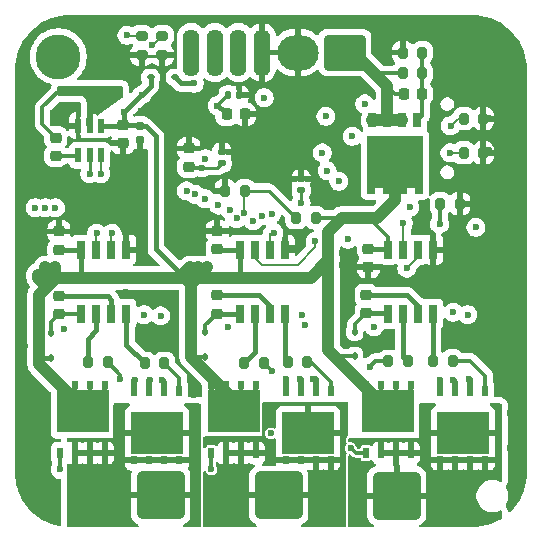
<source format=gbl>
%TF.GenerationSoftware,KiCad,Pcbnew,9.0.0*%
%TF.CreationDate,2025-04-09T22:07:22+02:00*%
%TF.ProjectId,ESC,4553432e-6b69-4636-9164-5f7063625858,rev?*%
%TF.SameCoordinates,Original*%
%TF.FileFunction,Copper,L4,Bot*%
%TF.FilePolarity,Positive*%
%FSLAX45Y45*%
G04 Gerber Fmt 4.5, Leading zero omitted, Abs format (unit mm)*
G04 Created by KiCad (PCBNEW 9.0.0) date 2025-04-09 22:07:22*
%MOMM*%
%LPD*%
G01*
G04 APERTURE LIST*
G04 Aperture macros list*
%AMRoundRect*
0 Rectangle with rounded corners*
0 $1 Rounding radius*
0 $2 $3 $4 $5 $6 $7 $8 $9 X,Y pos of 4 corners*
0 Add a 4 corners polygon primitive as box body*
4,1,4,$2,$3,$4,$5,$6,$7,$8,$9,$2,$3,0*
0 Add four circle primitives for the rounded corners*
1,1,$1+$1,$2,$3*
1,1,$1+$1,$4,$5*
1,1,$1+$1,$6,$7*
1,1,$1+$1,$8,$9*
0 Add four rect primitives between the rounded corners*
20,1,$1+$1,$2,$3,$4,$5,0*
20,1,$1+$1,$4,$5,$6,$7,0*
20,1,$1+$1,$6,$7,$8,$9,0*
20,1,$1+$1,$8,$9,$2,$3,0*%
G04 Aperture macros list end*
%TA.AperFunction,ComponentPad*%
%ADD10RoundRect,0.333333X1.666667X1.666667X-1.666667X1.666667X-1.666667X-1.666667X1.666667X-1.666667X0*%
%TD*%
%TA.AperFunction,ComponentPad*%
%ADD11C,3.800000*%
%TD*%
%TA.AperFunction,ComponentPad*%
%ADD12RoundRect,0.250000X1.500000X1.250000X-1.500000X1.250000X-1.500000X-1.250000X1.500000X-1.250000X0*%
%TD*%
%TA.AperFunction,ComponentPad*%
%ADD13O,3.500000X3.000000*%
%TD*%
%TA.AperFunction,SMDPad,CuDef*%
%ADD14O,1.400000X4.000000*%
%TD*%
%TA.AperFunction,SMDPad,CuDef*%
%ADD15RoundRect,0.225000X-0.250000X0.225000X-0.250000X-0.225000X0.250000X-0.225000X0.250000X0.225000X0*%
%TD*%
%TA.AperFunction,SMDPad,CuDef*%
%ADD16R,0.500000X0.925000*%
%TD*%
%TA.AperFunction,SMDPad,CuDef*%
%ADD17R,0.600000X0.800000*%
%TD*%
%TA.AperFunction,SMDPad,CuDef*%
%ADD18R,4.410000X3.655000*%
%TD*%
%TA.AperFunction,SMDPad,CuDef*%
%ADD19RoundRect,0.200000X-0.200000X-0.275000X0.200000X-0.275000X0.200000X0.275000X-0.200000X0.275000X0*%
%TD*%
%TA.AperFunction,SMDPad,CuDef*%
%ADD20RoundRect,0.225000X0.250000X-0.225000X0.250000X0.225000X-0.250000X0.225000X-0.250000X-0.225000X0*%
%TD*%
%TA.AperFunction,SMDPad,CuDef*%
%ADD21RoundRect,0.200000X0.275000X-0.200000X0.275000X0.200000X-0.275000X0.200000X-0.275000X-0.200000X0*%
%TD*%
%TA.AperFunction,SMDPad,CuDef*%
%ADD22RoundRect,0.112500X-0.187500X-0.112500X0.187500X-0.112500X0.187500X0.112500X-0.187500X0.112500X0*%
%TD*%
%TA.AperFunction,SMDPad,CuDef*%
%ADD23RoundRect,0.140000X-0.170000X0.140000X-0.170000X-0.140000X0.170000X-0.140000X0.170000X0.140000X0*%
%TD*%
%TA.AperFunction,SMDPad,CuDef*%
%ADD24R,0.700000X1.525000*%
%TD*%
%TA.AperFunction,SMDPad,CuDef*%
%ADD25RoundRect,0.155000X0.155000X-0.212500X0.155000X0.212500X-0.155000X0.212500X-0.155000X-0.212500X0*%
%TD*%
%TA.AperFunction,SMDPad,CuDef*%
%ADD26RoundRect,0.140000X0.140000X0.170000X-0.140000X0.170000X-0.140000X-0.170000X0.140000X-0.170000X0*%
%TD*%
%TA.AperFunction,SMDPad,CuDef*%
%ADD27RoundRect,0.112500X-0.112500X0.187500X-0.112500X-0.187500X0.112500X-0.187500X0.112500X0.187500X0*%
%TD*%
%TA.AperFunction,SMDPad,CuDef*%
%ADD28RoundRect,0.225000X0.225000X0.250000X-0.225000X0.250000X-0.225000X-0.250000X0.225000X-0.250000X0*%
%TD*%
%TA.AperFunction,SMDPad,CuDef*%
%ADD29R,0.700000X0.500000*%
%TD*%
%TA.AperFunction,SMDPad,CuDef*%
%ADD30R,4.700000X4.500000*%
%TD*%
%TA.AperFunction,SMDPad,CuDef*%
%ADD31R,0.650000X1.200000*%
%TD*%
%TA.AperFunction,SMDPad,CuDef*%
%ADD32RoundRect,0.200000X0.200000X0.275000X-0.200000X0.275000X-0.200000X-0.275000X0.200000X-0.275000X0*%
%TD*%
%TA.AperFunction,SMDPad,CuDef*%
%ADD33R,0.600000X1.250000*%
%TD*%
%TA.AperFunction,ViaPad*%
%ADD34C,0.600000*%
%TD*%
%TA.AperFunction,Conductor*%
%ADD35C,0.300000*%
%TD*%
%TA.AperFunction,Conductor*%
%ADD36C,0.350000*%
%TD*%
%TA.AperFunction,Conductor*%
%ADD37C,0.200000*%
%TD*%
%TA.AperFunction,Conductor*%
%ADD38C,0.400000*%
%TD*%
%TA.AperFunction,Conductor*%
%ADD39C,1.000000*%
%TD*%
%TA.AperFunction,Conductor*%
%ADD40C,0.600000*%
%TD*%
%TA.AperFunction,Conductor*%
%ADD41C,0.250000*%
%TD*%
%TA.AperFunction,Conductor*%
%ADD42C,0.800000*%
%TD*%
%TA.AperFunction,Conductor*%
%ADD43C,0.450000*%
%TD*%
%TA.AperFunction,Conductor*%
%ADD44C,0.500000*%
%TD*%
G04 APERTURE END LIST*
D10*
%TO.P,C25,1,A*%
%TO.N,/Phase_A*%
X5140000Y-6101000D03*
%TO.P,C25,2,B*%
%TO.N,/Phase_B*%
X4140000Y-6100000D03*
%TO.P,C25,3,C*%
%TO.N,/Phase_C*%
X3140000Y-6100000D03*
%TD*%
D11*
%TO.P,H1,1*%
%TO.N,N/C*%
X2275000Y-2385000D03*
%TD*%
D12*
%TO.P,C24,1,Bat+*%
%TO.N,/V_Bat_raw*%
X4700000Y-2351000D03*
D13*
%TO.P,C24,2,Bat-*%
%TO.N,GND*%
X4300000Y-2350000D03*
D14*
%TO.P,C24,3,GND*%
X4000000Y-2350000D03*
%TO.P,C24,4,PWM*%
%TO.N,/Duty_in*%
X3800000Y-2350000D03*
%TO.P,C24,5,SCL*%
%TO.N,/I2C1_CL*%
X3600000Y-2350000D03*
%TO.P,C24,6,SDA*%
%TO.N,/I2C1_SDA*%
X3400000Y-2350000D03*
%TD*%
D15*
%TO.P,C3,1*%
%TO.N,Net-(IC3-VS)*%
X4880000Y-4402500D03*
%TO.P,C3,2*%
%TO.N,/VB_A*%
X4880000Y-4557500D03*
%TD*%
D16*
%TO.P,Q7,1,S*%
%TO.N,Net-(Q7-S)*%
X4199500Y-5218700D03*
X4326500Y-5218700D03*
X4453500Y-5218700D03*
%TO.P,Q7,2,G*%
%TO.N,/pGate_B*%
X4580500Y-5218700D03*
D17*
%TO.P,Q7,3,D*%
%TO.N,/Phase_B*%
X4199500Y-5797500D03*
X4326500Y-5797500D03*
D18*
X4390000Y-5574800D03*
D17*
X4453500Y-5797500D03*
X4580500Y-5797500D03*
%TD*%
D19*
%TO.P,R7,1*%
%TO.N,/V_Bat_Div*%
X4287500Y-3750000D03*
%TO.P,R7,2*%
%TO.N,V_Bat*%
X4452500Y-3750000D03*
%TD*%
D20*
%TO.P,C5,1*%
%TO.N,GND*%
X2821000Y-3117500D03*
%TO.P,C5,2*%
%TO.N,V_Bat*%
X2821000Y-2962500D03*
%TD*%
D21*
%TO.P,R26,1*%
%TO.N,GND*%
X3155000Y-2372500D03*
%TO.P,R26,2*%
%TO.N,Net-(D6-K)*%
X3155000Y-2207500D03*
%TD*%
D19*
%TO.P,R5,1*%
%TO.N,Net-(J1-CC1)*%
X5707500Y-3200000D03*
%TO.P,R5,2*%
%TO.N,GND*%
X5872500Y-3200000D03*
%TD*%
D15*
%TO.P,C15,1*%
%TO.N,Net-(IC4-VS)*%
X2280000Y-4412500D03*
%TO.P,C15,2*%
%TO.N,/VB_C*%
X2280000Y-4567500D03*
%TD*%
D22*
%TO.P,D2,1,K*%
%TO.N,V_Bat*%
X3055000Y-2560000D03*
%TO.P,D2,2,A*%
%TO.N,+5V_USB*%
X3265000Y-2560000D03*
%TD*%
D23*
%TO.P,C21,1*%
%TO.N,GND*%
X4330000Y-3422000D03*
%TO.P,C21,2*%
%TO.N,+3V3*%
X4330000Y-3518000D03*
%TD*%
D24*
%TO.P,IC4,1,VCC*%
%TO.N,V_Bat*%
X2469500Y-4018800D03*
%TO.P,IC4,2,HIN*%
%TO.N,/HI_C*%
X2596500Y-4018800D03*
%TO.P,IC4,3,~{LIN}*%
%TO.N,/LO_C*%
X2723500Y-4018800D03*
%TO.P,IC4,4,COM*%
%TO.N,GND*%
X2850500Y-4018800D03*
%TO.P,IC4,5,LO*%
%TO.N,Net-(IC4-LO)*%
X2850500Y-4561200D03*
%TO.P,IC4,6,VS*%
%TO.N,Net-(IC4-VS)*%
X2723500Y-4561200D03*
%TO.P,IC4,7,HO*%
%TO.N,Net-(IC4-HO)*%
X2596500Y-4561200D03*
%TO.P,IC4,8,VB*%
%TO.N,/VB_C*%
X2469500Y-4561200D03*
%TD*%
D16*
%TO.P,Q9,1,S*%
%TO.N,/Phase_A*%
X5260500Y-5741300D03*
X5133500Y-5741300D03*
X5006500Y-5741300D03*
%TO.P,Q9,2,G*%
%TO.N,/nGate_A*%
X4879500Y-5741300D03*
D17*
%TO.P,Q9,3,D*%
%TO.N,V_Bat*%
X5260500Y-5162500D03*
X5133500Y-5162500D03*
D18*
X5070000Y-5385200D03*
D17*
X5006500Y-5162500D03*
X4879500Y-5162500D03*
%TD*%
D15*
%TO.P,C10,1*%
%TO.N,/SW*%
X2254000Y-3069500D03*
%TO.P,C10,2*%
%TO.N,/CB*%
X2254000Y-3224500D03*
%TD*%
D19*
%TO.P,R9,1*%
%TO.N,Net-(IC1-HO)*%
X3847500Y-4975000D03*
%TO.P,R9,2*%
%TO.N,/nGate_B*%
X4012500Y-4975000D03*
%TD*%
D25*
%TO.P,C13,1*%
%TO.N,GND*%
X2966000Y-3086750D03*
%TO.P,C13,2*%
%TO.N,V_Bat*%
X2966000Y-2973250D03*
%TD*%
D26*
%TO.P,C20,1*%
%TO.N,GND*%
X3808000Y-2710000D03*
%TO.P,C20,2*%
%TO.N,+3V3*%
X3712000Y-2710000D03*
%TD*%
D21*
%TO.P,R25,1*%
%TO.N,GND*%
X2980000Y-2372500D03*
%TO.P,R25,2*%
%TO.N,Net-(D5-K)*%
X2980000Y-2207500D03*
%TD*%
D20*
%TO.P,C4,1*%
%TO.N,GND*%
X4900000Y-4167500D03*
%TO.P,C4,2*%
%TO.N,V_Bat*%
X4900000Y-4012500D03*
%TD*%
D27*
%TO.P,D4,1,K*%
%TO.N,/VB_C*%
X2215000Y-4725000D03*
%TO.P,D4,2,A*%
%TO.N,V_Bat*%
X2215000Y-4935000D03*
%TD*%
D15*
%TO.P,C18,1*%
%TO.N,GND*%
X3380000Y-3162500D03*
%TO.P,C18,2*%
%TO.N,+3V3*%
X3380000Y-3317500D03*
%TD*%
D19*
%TO.P,R8,1*%
%TO.N,GND*%
X3687500Y-3520000D03*
%TO.P,R8,2*%
%TO.N,/V_Bat_Div*%
X3852500Y-3520000D03*
%TD*%
D15*
%TO.P,C6,1*%
%TO.N,GND*%
X3619500Y-3862500D03*
%TO.P,C6,2*%
%TO.N,V_Bat*%
X3619500Y-4017500D03*
%TD*%
D19*
%TO.P,R18,1*%
%TO.N,Net-(IC4-LO)*%
X3007500Y-4980000D03*
%TO.P,R18,2*%
%TO.N,/pGate_C*%
X3172500Y-4980000D03*
%TD*%
D24*
%TO.P,IC3,1,VCC*%
%TO.N,V_Bat*%
X5069500Y-4018800D03*
%TO.P,IC3,2,HIN*%
%TO.N,/Hi_A*%
X5196500Y-4018800D03*
%TO.P,IC3,3,~{LIN}*%
%TO.N,/LO_A*%
X5323500Y-4018800D03*
%TO.P,IC3,4,COM*%
%TO.N,GND*%
X5450500Y-4018800D03*
%TO.P,IC3,5,LO*%
%TO.N,Net-(IC3-LO)*%
X5450500Y-4561200D03*
%TO.P,IC3,6,VS*%
%TO.N,Net-(IC3-VS)*%
X5323500Y-4561200D03*
%TO.P,IC3,7,HO*%
%TO.N,Net-(IC3-HO)*%
X5196500Y-4561200D03*
%TO.P,IC3,8,VB*%
%TO.N,/VB_A*%
X5069500Y-4561200D03*
%TD*%
D16*
%TO.P,Q6,1,S*%
%TO.N,Net-(Q6-S)*%
X5509500Y-5218700D03*
X5636500Y-5218700D03*
X5763500Y-5218700D03*
%TO.P,Q6,2,G*%
%TO.N,/pGate_A*%
X5890500Y-5218700D03*
D17*
%TO.P,Q6,3,D*%
%TO.N,/Phase_A*%
X5509500Y-5797500D03*
X5636500Y-5797500D03*
D18*
X5700000Y-5574800D03*
D17*
X5763500Y-5797500D03*
X5890500Y-5797500D03*
%TD*%
D16*
%TO.P,Q11,1,S*%
%TO.N,/Phase_C*%
X2670500Y-5741300D03*
X2543500Y-5741300D03*
X2416500Y-5741300D03*
%TO.P,Q11,2,G*%
%TO.N,/nGate_C*%
X2289500Y-5741300D03*
D17*
%TO.P,Q11,3,D*%
%TO.N,V_Bat*%
X2670500Y-5162500D03*
X2543500Y-5162500D03*
D18*
X2480000Y-5385200D03*
D17*
X2416500Y-5162500D03*
X2289500Y-5162500D03*
%TD*%
D28*
%TO.P,C22,1*%
%TO.N,GND*%
X3855000Y-2872500D03*
%TO.P,C22,2*%
%TO.N,+3V3*%
X3700000Y-2872500D03*
%TD*%
D29*
%TO.P,Q2,1,D*%
%TO.N,V_Bat*%
X4925500Y-3525000D03*
X5058500Y-3525000D03*
D30*
X5125000Y-3275000D03*
D29*
X5191500Y-3525000D03*
X5324500Y-3525000D03*
D31*
%TO.P,Q2,2,G*%
%TO.N,Net-(Q2-G)*%
X5315500Y-2925000D03*
%TO.P,Q2,3,S*%
%TO.N,/V_Bat_raw*%
X4934500Y-2925000D03*
X5061500Y-2925000D03*
X5188500Y-2925000D03*
%TD*%
D19*
%TO.P,R3,1*%
%TO.N,Net-(IC3-LO)*%
X5447500Y-4960000D03*
%TO.P,R3,2*%
%TO.N,/pGate_A*%
X5612500Y-4960000D03*
%TD*%
D23*
%TO.P,C19,1*%
%TO.N,GND*%
X3660000Y-3192000D03*
%TO.P,C19,2*%
%TO.N,+3V3*%
X3660000Y-3288000D03*
%TD*%
D32*
%TO.P,R2,1*%
%TO.N,Net-(IC3-HO)*%
X5232500Y-4965000D03*
%TO.P,R2,2*%
%TO.N,/nGate_A*%
X5067500Y-4965000D03*
%TD*%
D19*
%TO.P,R10,1*%
%TO.N,Net-(IC1-LO)*%
X4217500Y-4970000D03*
%TO.P,R10,2*%
%TO.N,/pGate_B*%
X4382500Y-4970000D03*
%TD*%
D27*
%TO.P,D1,1,K*%
%TO.N,/VB_A*%
X4785000Y-4712500D03*
%TO.P,D1,2,A*%
%TO.N,V_Bat*%
X4785000Y-4922500D03*
%TD*%
D19*
%TO.P,R6,1*%
%TO.N,Net-(J1-CC2)*%
X5707500Y-2910000D03*
%TO.P,R6,2*%
%TO.N,GND*%
X5872500Y-2910000D03*
%TD*%
D33*
%TO.P,IC2,1,GND*%
%TO.N,GND*%
X2445000Y-2970000D03*
%TO.P,IC2,2,SW*%
%TO.N,/SW*%
X2540000Y-2970000D03*
%TO.P,IC2,3,VIN*%
%TO.N,V_Bat*%
X2635000Y-2970000D03*
%TO.P,IC2,4,FB*%
%TO.N,/FB*%
X2635000Y-3220000D03*
%TO.P,IC2,5,EN*%
%TO.N,V_Bat*%
X2540000Y-3220000D03*
%TO.P,IC2,6,CB*%
%TO.N,/CB*%
X2445000Y-3220000D03*
%TD*%
D15*
%TO.P,C14,1*%
%TO.N,GND*%
X2280000Y-3865000D03*
%TO.P,C14,2*%
%TO.N,V_Bat*%
X2280000Y-4020000D03*
%TD*%
D32*
%TO.P,R27,1*%
%TO.N,GND*%
X5672500Y-3630000D03*
%TO.P,R27,2*%
%TO.N,/Boot*%
X5507500Y-3630000D03*
%TD*%
D15*
%TO.P,C7,1*%
%TO.N,Net-(IC1-VS)*%
X3620000Y-4405000D03*
%TO.P,C7,2*%
%TO.N,/VB_B*%
X3620000Y-4560000D03*
%TD*%
D32*
%TO.P,R23,1*%
%TO.N,Net-(Q2-G)*%
X5357500Y-2525000D03*
%TO.P,R23,2*%
%TO.N,/V_Bat_raw*%
X5192500Y-2525000D03*
%TD*%
D27*
%TO.P,D3,1,K*%
%TO.N,/VB_B*%
X3520000Y-4720000D03*
%TO.P,D3,2,A*%
%TO.N,V_Bat*%
X3520000Y-4930000D03*
%TD*%
D28*
%TO.P,C28,1*%
%TO.N,Net-(Q2-G)*%
X5352500Y-2700000D03*
%TO.P,C28,2*%
%TO.N,/V_Bat_raw*%
X5197500Y-2700000D03*
%TD*%
D19*
%TO.P,R17,1*%
%TO.N,Net-(IC4-HO)*%
X2527500Y-4970000D03*
%TO.P,R17,2*%
%TO.N,/nGate_C*%
X2692500Y-4970000D03*
%TD*%
D24*
%TO.P,IC1,1,VCC*%
%TO.N,V_Bat*%
X3809500Y-4018800D03*
%TO.P,IC1,2,HIN*%
%TO.N,/Hi_B*%
X3936500Y-4018800D03*
%TO.P,IC1,3,~{LIN}*%
%TO.N,/LO_B*%
X4063500Y-4018800D03*
%TO.P,IC1,4,COM*%
%TO.N,GND*%
X4190500Y-4018800D03*
%TO.P,IC1,5,LO*%
%TO.N,Net-(IC1-LO)*%
X4190500Y-4561200D03*
%TO.P,IC1,6,VS*%
%TO.N,Net-(IC1-VS)*%
X4063500Y-4561200D03*
%TO.P,IC1,7,HO*%
%TO.N,Net-(IC1-HO)*%
X3936500Y-4561200D03*
%TO.P,IC1,8,VB*%
%TO.N,/VB_B*%
X3809500Y-4561200D03*
%TD*%
D16*
%TO.P,Q8,1,S*%
%TO.N,Net-(Q8-S)*%
X2919500Y-5218700D03*
X3046500Y-5218700D03*
X3173500Y-5218700D03*
%TO.P,Q8,2,G*%
%TO.N,/pGate_C*%
X3300500Y-5218700D03*
D17*
%TO.P,Q8,3,D*%
%TO.N,/Phase_C*%
X2919500Y-5797500D03*
X3046500Y-5797500D03*
D18*
X3110000Y-5574800D03*
D17*
X3173500Y-5797500D03*
X3300500Y-5797500D03*
%TD*%
D16*
%TO.P,Q10,1,S*%
%TO.N,/Phase_B*%
X3950500Y-5741300D03*
X3823500Y-5741300D03*
X3696500Y-5741300D03*
%TO.P,Q10,2,G*%
%TO.N,/nGate_B*%
X3569500Y-5741300D03*
D17*
%TO.P,Q10,3,D*%
%TO.N,V_Bat*%
X3950500Y-5162500D03*
X3823500Y-5162500D03*
D18*
X3760000Y-5385200D03*
D17*
X3696500Y-5162500D03*
X3569500Y-5162500D03*
%TD*%
D19*
%TO.P,R24,1*%
%TO.N,GND*%
X5192500Y-2350000D03*
%TO.P,R24,2*%
%TO.N,Net-(Q2-G)*%
X5357500Y-2350000D03*
%TD*%
D34*
%TO.N,GND*%
X2675000Y-2300000D03*
X2920000Y-3385000D03*
X3805000Y-3210000D03*
X4175000Y-3370000D03*
X4325000Y-4000000D03*
X2850000Y-4375000D03*
X2050000Y-5250000D03*
X6100000Y-5400000D03*
X3415000Y-2967500D03*
X4175000Y-3030000D03*
X1995000Y-2815000D03*
X3985000Y-3212000D03*
X2405000Y-2800000D03*
X2040000Y-5640000D03*
X4175000Y-3210000D03*
X3800000Y-3020000D03*
X5687973Y-3493271D03*
X4075000Y-5575000D03*
X2310000Y-2805000D03*
X2950000Y-3700000D03*
X6100000Y-5700000D03*
X3350000Y-4025000D03*
X2975000Y-2845000D03*
X2000000Y-3445000D03*
X3425000Y-5250000D03*
X4675000Y-4050000D03*
X6050000Y-4150000D03*
X2675000Y-2475000D03*
X3800000Y-3370000D03*
X5810000Y-2110000D03*
X3195000Y-3525000D03*
X3980000Y-3025000D03*
X5610000Y-4020000D03*
X3225000Y-2705000D03*
X2840000Y-3790000D03*
X6050000Y-4700000D03*
X5420000Y-4200000D03*
X2325000Y-3505000D03*
X6100000Y-5100000D03*
X2350000Y-3380000D03*
X2830000Y-3365000D03*
X5925000Y-3175000D03*
X5930000Y-2280000D03*
X2190000Y-6120000D03*
X3375000Y-3775000D03*
X4675000Y-4150000D03*
X2230000Y-2865000D03*
X2955000Y-3230000D03*
X3985000Y-3365000D03*
X4325000Y-2700000D03*
X2230000Y-2945000D03*
X1992694Y-4832842D03*
X3997500Y-2349500D03*
X2000000Y-2695000D03*
X3340000Y-2807500D03*
X1995000Y-2920000D03*
X5925000Y-2907017D03*
%TO.N,/VISENSE_A*%
X3785000Y-3755000D03*
X5620000Y-4550000D03*
%TO.N,V_Bat*%
X2250000Y-4170000D03*
X3550000Y-4170000D03*
X2980000Y-2710000D03*
X2832500Y-2850000D03*
X2540000Y-3375000D03*
X2105000Y-4230000D03*
X3460000Y-4170000D03*
X3390000Y-4170000D03*
X2165000Y-4170000D03*
%TO.N,/nGate_A*%
X4750000Y-5700000D03*
X4910000Y-5010000D03*
%TO.N,+3V3*%
X4540000Y-2890000D03*
X5250000Y-3660000D03*
X5810000Y-3830000D03*
X2250000Y-3665000D03*
X4330000Y-3620000D03*
X3140000Y-4580000D03*
X4360000Y-4660000D03*
X2165000Y-3665000D03*
X3490000Y-3327000D03*
X2080000Y-3665000D03*
X3620000Y-2800000D03*
X5740000Y-4570000D03*
%TO.N,+5V_USB*%
X3425000Y-2610000D03*
X4765000Y-3060000D03*
X4870000Y-2785000D03*
%TO.N,Net-(J1-CC2)*%
X5595000Y-2970000D03*
%TO.N,Net-(J1-CC1)*%
X5590000Y-3200000D03*
%TO.N,/VV_SENSE_A*%
X3725000Y-3682000D03*
X4947500Y-4670000D03*
%TO.N,/nGate_B*%
X4083764Y-5043768D03*
X3570000Y-5880000D03*
%TO.N,Net-(Q7-S)*%
X4430000Y-5110000D03*
X4320000Y-5110000D03*
X4200000Y-5110000D03*
%TO.N,/SW*%
X2570000Y-2670000D03*
X2350000Y-2665000D03*
X2695000Y-2760000D03*
X2780000Y-2670000D03*
X2680000Y-2670000D03*
X2575000Y-2765000D03*
X2465000Y-2670000D03*
%TO.N,/VISENSE_B*%
X4340000Y-4570000D03*
X3630000Y-3642000D03*
%TO.N,/VISENSE_C*%
X3000000Y-4570000D03*
X3435000Y-3552000D03*
%TO.N,/nGate_C*%
X2800000Y-5110000D03*
X2290000Y-5880000D03*
%TO.N,/VV_SENSE_B*%
X3515000Y-3587000D03*
X3707500Y-4672500D03*
%TO.N,/VV_SENSE_C*%
X2320000Y-4690000D03*
X3360000Y-3522000D03*
%TO.N,/FB*%
X2636000Y-3375000D03*
%TO.N,/LO_B*%
X4100000Y-3875000D03*
X4001776Y-3731762D03*
%TO.N,/Hi_B*%
X4450000Y-3950000D03*
X4550000Y-3350000D03*
%TO.N,/Hi_A*%
X5195000Y-3795000D03*
X4650000Y-3440000D03*
%TO.N,/LO_A*%
X3925000Y-3775000D03*
X5225000Y-4175000D03*
%TO.N,/LO_C*%
X4080000Y-3715000D03*
X2730000Y-3880000D03*
%TO.N,/HI_C*%
X4510000Y-3200000D03*
X2600000Y-3880000D03*
%TO.N,/V_Bat_Div*%
X3850000Y-3705000D03*
%TO.N,Net-(Q6-S)*%
X5620000Y-5120000D03*
X5750000Y-5116750D03*
X5510000Y-5120000D03*
%TO.N,Net-(Q8-S)*%
X3050000Y-5120000D03*
X2920000Y-5120000D03*
X3150000Y-5120000D03*
%TO.N,/I2C1_SDA*%
X3397500Y-2350000D03*
%TO.N,/I2C1_CL*%
X3597500Y-2349500D03*
%TO.N,Net-(D5-K)*%
X2855000Y-2205000D03*
%TO.N,Net-(D6-K)*%
X3067500Y-2290000D03*
%TO.N,/Duty_in*%
X3797500Y-2349500D03*
%TO.N,/Reset*%
X4730000Y-3930000D03*
X3520000Y-3250000D03*
%TO.N,/Boot*%
X5502500Y-3802500D03*
X4017573Y-2732427D03*
%TD*%
D35*
%TO.N,GND*%
X4209300Y-4000000D02*
X4190500Y-4018800D01*
D36*
X2692500Y-3090000D02*
X2720000Y-3117500D01*
X2445000Y-2970000D02*
X2445000Y-3067500D01*
D37*
X2966000Y-3086750D02*
X2966000Y-3219000D01*
D36*
X2467500Y-3090000D02*
X2692500Y-3090000D01*
D35*
X4325000Y-4000000D02*
X4209300Y-4000000D01*
D37*
X2966000Y-3219000D02*
X2955000Y-3230000D01*
D36*
X2445000Y-3067500D02*
X2467500Y-3090000D01*
X2720000Y-3117500D02*
X2821000Y-3117500D01*
D35*
%TO.N,V_Bat*%
X3569500Y-5162500D02*
X3569500Y-5194700D01*
D38*
X2813500Y-2970000D02*
X2821000Y-2962500D01*
D39*
X2470000Y-5343000D02*
X2470000Y-5385200D01*
X3390000Y-4170000D02*
X3350000Y-4210000D01*
X2181781Y-4331781D02*
X2110000Y-4403562D01*
X2105000Y-4255000D02*
X2181781Y-4331781D01*
D38*
X4880000Y-4017500D02*
X5068200Y-4017500D01*
D39*
X3760000Y-5290000D02*
X3760000Y-5380200D01*
D35*
X5069500Y-3914700D02*
X4904800Y-3750000D01*
X4675000Y-3755000D02*
X4670000Y-3750000D01*
D39*
X4975000Y-3750000D02*
X4904800Y-3750000D01*
D35*
X2670500Y-5194700D02*
X2480000Y-5385200D01*
D38*
X3809500Y-4244500D02*
X3809500Y-4018800D01*
D35*
X4670000Y-3750000D02*
X4452500Y-3750000D01*
X3823500Y-5321700D02*
X3760000Y-5385200D01*
X4879500Y-5194700D02*
X5070000Y-5385200D01*
X3823500Y-5162500D02*
X3823500Y-5321700D01*
D38*
X2475000Y-4260000D02*
X2469500Y-4254500D01*
D39*
X5070000Y-5385200D02*
X5070000Y-5380000D01*
D38*
X3809500Y-4018800D02*
X3620800Y-4018800D01*
D39*
X3400000Y-4310000D02*
X3400000Y-4930000D01*
D35*
X4879500Y-5162500D02*
X4879500Y-5194700D01*
D39*
X3825000Y-4260000D02*
X3580000Y-4260000D01*
D35*
X5069500Y-4018800D02*
X5069500Y-3914700D01*
D38*
X3825000Y-4260000D02*
X3809500Y-4244500D01*
D39*
X2250000Y-4170000D02*
X2250000Y-4256438D01*
X5125000Y-3600000D02*
X4975000Y-3750000D01*
X3397500Y-4307500D02*
X3400000Y-4310000D01*
D35*
X5260500Y-5194700D02*
X5070000Y-5385200D01*
D39*
X5125000Y-3275000D02*
X5125000Y-3600000D01*
D35*
X3950500Y-5162500D02*
X3950500Y-5194700D01*
D40*
X2165000Y-4315000D02*
X2181781Y-4331781D01*
D39*
X4560000Y-4110000D02*
X4560000Y-4870000D01*
D35*
X5133500Y-5162500D02*
X5133500Y-5321700D01*
D38*
X3013250Y-2973250D02*
X3100000Y-3060000D01*
X3100000Y-4010000D02*
X3397500Y-4307500D01*
D35*
X5000700Y-3342500D02*
X5029500Y-3371300D01*
X5133500Y-5321700D02*
X5070000Y-5385200D01*
X2416500Y-5321700D02*
X2480000Y-5385200D01*
D41*
X2540000Y-3220000D02*
X2540000Y-3375000D01*
D35*
X3950500Y-5194700D02*
X3760000Y-5385200D01*
D38*
X2210000Y-4940000D02*
X2215000Y-4935000D01*
D39*
X4560000Y-4110000D02*
X4410000Y-4260000D01*
D38*
X3100000Y-3060000D02*
X3100000Y-4010000D01*
D39*
X3350000Y-4260000D02*
X2475000Y-4260000D01*
D35*
X3696500Y-5162500D02*
X3696500Y-5321700D01*
D38*
X3620800Y-4018800D02*
X3619500Y-4017500D01*
D39*
X3445000Y-4260000D02*
X3397500Y-4307500D01*
D35*
X5006500Y-5321700D02*
X5070000Y-5385200D01*
D39*
X2110000Y-4983000D02*
X2470000Y-5343000D01*
X5070000Y-5380000D02*
X4600000Y-4910000D01*
X3397500Y-4307500D02*
X3350000Y-4260000D01*
X3460000Y-4170000D02*
X3460000Y-4245000D01*
X3400000Y-4930000D02*
X3760000Y-5290000D01*
D38*
X2832500Y-2850000D02*
X2972500Y-2710000D01*
X5068200Y-4017500D02*
X5069500Y-4018800D01*
D35*
X2416500Y-5162500D02*
X2416500Y-5321700D01*
D39*
X2165000Y-4170000D02*
X2165000Y-4315000D01*
D40*
X3550000Y-4170000D02*
X3535000Y-4170000D01*
D38*
X2469500Y-4018800D02*
X2281200Y-4018800D01*
D35*
X3696500Y-5321700D02*
X3760000Y-5385200D01*
X5260500Y-5162500D02*
X5260500Y-5194700D01*
D39*
X2110000Y-4403562D02*
X2110000Y-4983000D01*
D38*
X2966000Y-2973250D02*
X3013250Y-2973250D01*
D39*
X2105000Y-4230000D02*
X2105000Y-4255000D01*
D38*
X2972500Y-2710000D02*
X2980000Y-2710000D01*
X2281200Y-4018800D02*
X2280000Y-4020000D01*
D39*
X4560000Y-4870000D02*
X4600000Y-4910000D01*
X2253562Y-4260000D02*
X2181781Y-4331781D01*
D35*
X4600000Y-4910000D02*
X4612500Y-4922500D01*
D39*
X4680000Y-3750000D02*
X4675000Y-3755000D01*
D35*
X2543500Y-5162500D02*
X2543500Y-5321700D01*
D39*
X4410000Y-4260000D02*
X3825000Y-4260000D01*
X4675000Y-3755000D02*
X4560000Y-3870000D01*
X4904800Y-3750000D02*
X4680000Y-3750000D01*
D40*
X2250000Y-4256438D02*
X2253562Y-4260000D01*
D35*
X4612500Y-4922500D02*
X4785000Y-4922500D01*
D39*
X3535000Y-4170000D02*
X3397500Y-4307500D01*
D38*
X3055000Y-2635000D02*
X2980000Y-2710000D01*
D35*
X2543500Y-5321700D02*
X2480000Y-5385200D01*
D39*
X2475000Y-4260000D02*
X2253562Y-4260000D01*
D40*
X3460000Y-4245000D02*
X3397500Y-4307500D01*
D38*
X3055000Y-2560000D02*
X3055000Y-2635000D01*
D35*
X3520000Y-4930000D02*
X3400000Y-4930000D01*
D39*
X4560000Y-3870000D02*
X4560000Y-4110000D01*
D38*
X2635000Y-2970000D02*
X2813500Y-2970000D01*
X2832500Y-2850000D02*
X2832500Y-2973250D01*
X3355000Y-4260000D02*
X3580000Y-4260000D01*
D39*
X3580000Y-4260000D02*
X3350000Y-4260000D01*
D35*
X5006500Y-5162500D02*
X5006500Y-5321700D01*
X3569500Y-5194700D02*
X3760000Y-5385200D01*
D39*
X3350000Y-4210000D02*
X3350000Y-4260000D01*
D38*
X2821000Y-2962500D02*
X2955250Y-2962500D01*
X2469500Y-4254500D02*
X2469500Y-4018800D01*
D35*
X2670500Y-5162500D02*
X2670500Y-5194700D01*
D38*
X2110000Y-4940000D02*
X2210000Y-4940000D01*
D36*
%TO.N,/nGate_A*%
X5067500Y-4965000D02*
X4955000Y-4965000D01*
X4791300Y-5741300D02*
X4750000Y-5700000D01*
X4955000Y-4965000D02*
X4910000Y-5010000D01*
X4879500Y-5741300D02*
X4791300Y-5741300D01*
D42*
%TO.N,/Phase_A*%
X5700000Y-5574800D02*
X5666200Y-5574800D01*
D36*
%TO.N,/pGate_A*%
X5760000Y-4960000D02*
X5612500Y-4960000D01*
X5890500Y-5090500D02*
X5760000Y-4960000D01*
X5890500Y-5218700D02*
X5890500Y-5090500D01*
D41*
%TO.N,+3V3*%
X3620000Y-2800000D02*
X3622000Y-2800000D01*
D35*
X3490000Y-3327000D02*
X3389500Y-3327000D01*
X3622000Y-2800000D02*
X3712000Y-2710000D01*
D41*
X4330000Y-3518000D02*
X4330000Y-3620000D01*
X3621000Y-3327000D02*
X3490000Y-3327000D01*
X3389500Y-3327000D02*
X3380000Y-3317500D01*
D43*
X3620000Y-2800000D02*
X3627500Y-2800000D01*
X3675000Y-2847500D02*
X3702500Y-2847500D01*
X3627500Y-2800000D02*
X3675000Y-2847500D01*
D41*
X3660000Y-3288000D02*
X3621000Y-3327000D01*
D38*
%TO.N,Net-(IC3-VS)*%
X5229050Y-4402500D02*
X5323500Y-4496950D01*
X4880000Y-4402500D02*
X5229050Y-4402500D01*
X5323500Y-4496950D02*
X5323500Y-4561200D01*
%TO.N,Net-(IC3-LO)*%
X5447500Y-4960000D02*
X5447500Y-4564200D01*
X5447500Y-4564200D02*
X5450500Y-4561200D01*
%TO.N,Net-(IC3-HO)*%
X5232500Y-4965000D02*
X5196500Y-4929000D01*
X5196500Y-4929000D02*
X5196500Y-4561200D01*
%TO.N,+5V_USB*%
X3425000Y-2610000D02*
X3315000Y-2610000D01*
X3315000Y-2610000D02*
X3265000Y-2560000D01*
D37*
%TO.N,Net-(J1-CC2)*%
X5595000Y-2970000D02*
X5655000Y-2910000D01*
X5655000Y-2910000D02*
X5707500Y-2910000D01*
%TO.N,Net-(J1-CC1)*%
X5590000Y-3200000D02*
X5707500Y-3200000D01*
D36*
%TO.N,/VB_A*%
X4785000Y-4712500D02*
X4785000Y-4652500D01*
X4785000Y-4652500D02*
X4880000Y-4557500D01*
D38*
X5065800Y-4557500D02*
X5069500Y-4561200D01*
X4880000Y-4557500D02*
X5065800Y-4557500D01*
%TO.N,Net-(IC1-VS)*%
X3975000Y-4405000D02*
X4063500Y-4493500D01*
X3620000Y-4405000D02*
X3975000Y-4405000D01*
X4063500Y-4493500D02*
X4063500Y-4561200D01*
%TO.N,/VB_B*%
X3809500Y-4561200D02*
X3621200Y-4561200D01*
D36*
X3520000Y-4720000D02*
X3520000Y-4660000D01*
D38*
X3621200Y-4561200D02*
X3620000Y-4560000D01*
D36*
X3520000Y-4660000D02*
X3620000Y-4560000D01*
D38*
%TO.N,Net-(IC1-LO)*%
X4190500Y-4561200D02*
X4190500Y-4943000D01*
X4190500Y-4943000D02*
X4217500Y-4970000D01*
%TO.N,Net-(IC1-HO)*%
X3936500Y-4561200D02*
X3936500Y-4886000D01*
X3936500Y-4886000D02*
X3847500Y-4975000D01*
D36*
%TO.N,/nGate_B*%
X3569500Y-5741300D02*
X3569500Y-5879500D01*
X4012500Y-4975000D02*
X4014995Y-4975000D01*
X3569500Y-5879500D02*
X3570000Y-5880000D01*
X4014995Y-4975000D02*
X4083764Y-5043768D01*
%TO.N,/pGate_B*%
X4580500Y-5218700D02*
X4580500Y-5137450D01*
X4580500Y-5137450D02*
X4413050Y-4970000D01*
X4413050Y-4970000D02*
X4382500Y-4970000D01*
D44*
%TO.N,Net-(Q7-S)*%
X4430000Y-5110000D02*
X4450000Y-5110000D01*
X4450000Y-5110000D02*
X4453500Y-5113500D01*
X4453500Y-5113500D02*
X4453500Y-5218700D01*
X4326500Y-5116500D02*
X4320000Y-5110000D01*
X4326500Y-5218700D02*
X4326500Y-5116500D01*
X4199500Y-5218700D02*
X4199500Y-5110500D01*
X4199500Y-5110500D02*
X4200000Y-5110000D01*
D35*
%TO.N,/SW*%
X2140000Y-2955500D02*
X2254000Y-3069500D01*
X2140000Y-2815000D02*
X2140000Y-2955500D01*
D44*
X2540000Y-2800000D02*
X2575000Y-2765000D01*
D35*
X2290000Y-2665000D02*
X2140000Y-2815000D01*
X2485000Y-2675000D02*
X2425000Y-2675000D01*
D44*
X2540000Y-2970000D02*
X2540000Y-2800000D01*
D35*
%TO.N,/CB*%
X2254000Y-3224500D02*
X2440500Y-3224500D01*
X2440500Y-3224500D02*
X2445000Y-3220000D01*
%TO.N,/VB_C*%
X2280000Y-4567500D02*
X2463200Y-4567500D01*
X2215000Y-4632500D02*
X2280000Y-4567500D01*
X2463200Y-4567500D02*
X2469500Y-4561200D01*
X2215000Y-4725000D02*
X2215000Y-4632500D01*
D38*
%TO.N,Net-(IC4-VS)*%
X2280000Y-4412500D02*
X2691050Y-4412500D01*
X2691050Y-4412500D02*
X2723500Y-4444950D01*
X2723500Y-4444950D02*
X2723500Y-4561200D01*
%TO.N,Net-(IC4-LO)*%
X3007500Y-4980000D02*
X2850500Y-4823000D01*
X2850500Y-4823000D02*
X2850500Y-4561200D01*
%TO.N,Net-(IC4-HO)*%
X2596500Y-4703500D02*
X2527500Y-4772500D01*
X2596500Y-4561200D02*
X2596500Y-4703500D01*
X2527500Y-4772500D02*
X2527500Y-4970000D01*
D36*
%TO.N,/nGate_C*%
X2289500Y-5879500D02*
X2290000Y-5880000D01*
X2692500Y-4970000D02*
X2800000Y-5077500D01*
X2800000Y-5077500D02*
X2800000Y-5110000D01*
X2289500Y-5741300D02*
X2289500Y-5879500D01*
%TO.N,/pGate_C*%
X3300500Y-5218700D02*
X3300500Y-5108000D01*
X3300500Y-5108000D02*
X3172500Y-4980000D01*
D37*
%TO.N,/FB*%
X2635000Y-3374000D02*
X2636000Y-3375000D01*
X2635000Y-3220000D02*
X2635000Y-3374000D01*
%TO.N,/LO_B*%
X4100000Y-3875000D02*
X4075000Y-3875000D01*
X4063500Y-3886500D02*
X4063500Y-4018800D01*
X4075000Y-3875000D02*
X4063500Y-3886500D01*
%TO.N,/Hi_B*%
X4450000Y-4000000D02*
X4300500Y-4149500D01*
X3999225Y-4150000D02*
X3936500Y-4087275D01*
X4275000Y-4150000D02*
X3999225Y-4150000D01*
X4275500Y-4149500D02*
X4275000Y-4150000D01*
X4300500Y-4149500D02*
X4275500Y-4149500D01*
X3936500Y-4087275D02*
X3936500Y-4018800D01*
X4450000Y-3950000D02*
X4450000Y-4000000D01*
%TO.N,/Hi_A*%
X5195000Y-3795000D02*
X5196500Y-3796500D01*
X5196500Y-3796500D02*
X5196500Y-4018800D01*
%TO.N,/LO_A*%
X5325000Y-4020300D02*
X5323500Y-4018800D01*
X5225000Y-4175000D02*
X5325000Y-4075000D01*
X5325000Y-4075000D02*
X5325000Y-4020300D01*
%TO.N,/LO_C*%
X2723500Y-4018800D02*
X2723500Y-3886500D01*
X2723500Y-3886500D02*
X2730000Y-3880000D01*
%TO.N,/HI_C*%
X2596500Y-4018800D02*
X2596500Y-3883500D01*
X2596500Y-3883500D02*
X2600000Y-3880000D01*
D41*
%TO.N,/V_Bat_Div*%
X4057500Y-3520000D02*
X4287500Y-3750000D01*
X3852500Y-3520000D02*
X4057500Y-3520000D01*
D37*
X3850000Y-3537500D02*
X3850000Y-3705000D01*
D44*
%TO.N,Net-(Q6-S)*%
X5509500Y-5120500D02*
X5510000Y-5120000D01*
X5750000Y-5116750D02*
X5756750Y-5116750D01*
X5509500Y-5218700D02*
X5509500Y-5120500D01*
X5756750Y-5116750D02*
X5763500Y-5123500D01*
X5620000Y-5120000D02*
X5636500Y-5136500D01*
X5763500Y-5123500D02*
X5763500Y-5218700D01*
X5636500Y-5136500D02*
X5636500Y-5218700D01*
%TO.N,Net-(Q8-S)*%
X2919500Y-5120500D02*
X2920000Y-5120000D01*
X3150000Y-5120000D02*
X3173500Y-5143500D01*
X3173500Y-5143500D02*
X3173500Y-5218700D01*
X3046500Y-5123500D02*
X3050000Y-5120000D01*
X3046500Y-5218700D02*
X3046500Y-5123500D01*
X2919500Y-5218700D02*
X2919500Y-5120500D01*
D39*
%TO.N,/V_Bat_raw*%
X4776000Y-2351000D02*
X4950000Y-2525000D01*
X5188500Y-2925000D02*
X4934500Y-2925000D01*
D35*
X5192500Y-2525000D02*
X4950000Y-2525000D01*
D39*
X4700000Y-2351000D02*
X4776000Y-2351000D01*
X4950000Y-2525000D02*
X5061500Y-2636500D01*
D35*
X5125000Y-2700000D02*
X5061500Y-2636500D01*
D39*
X5061500Y-2636500D02*
X5061500Y-2925000D01*
D35*
X5197500Y-2700000D02*
X5125000Y-2700000D01*
D37*
%TO.N,Net-(D5-K)*%
X2857500Y-2207500D02*
X2980000Y-2207500D01*
X2855000Y-2205000D02*
X2857500Y-2207500D01*
%TO.N,Net-(D6-K)*%
X3067500Y-2290000D02*
X3072500Y-2290000D01*
X3072500Y-2290000D02*
X3155000Y-2207500D01*
D35*
%TO.N,/Boot*%
X5507500Y-3792500D02*
X5507500Y-3630000D01*
X5502500Y-3797500D02*
X5507500Y-3792500D01*
X5502500Y-3802500D02*
X5502500Y-3797500D01*
%TO.N,Net-(Q2-G)*%
X5357500Y-2350000D02*
X5357500Y-2695000D01*
X5352500Y-2888000D02*
X5315500Y-2925000D01*
X5357500Y-2695000D02*
X5352500Y-2700000D01*
X5352500Y-2700000D02*
X5352500Y-2888000D01*
%TD*%
%TA.AperFunction,Conductor*%
%TO.N,/SW*%
G36*
X2815919Y-2636891D02*
G01*
X2819515Y-2641841D01*
X2820000Y-2644900D01*
X2820000Y-2725007D01*
X2818109Y-2730826D01*
X2815984Y-2732968D01*
X2613571Y-2882578D01*
X2607767Y-2884516D01*
X2601933Y-2882673D01*
X2600686Y-2881617D01*
X2593804Y-2874736D01*
X2582515Y-2868984D01*
X2582515Y-2868983D01*
X2573148Y-2867500D01*
X2570000Y-2867500D01*
X2570000Y-2867500D01*
X2570000Y-2960100D01*
X2568109Y-2965919D01*
X2563159Y-2969515D01*
X2560100Y-2970000D01*
X2520142Y-2970000D01*
X2514323Y-2968109D01*
X2510727Y-2963159D01*
X2510343Y-2958691D01*
X2510500Y-2957600D01*
X2510500Y-2909376D01*
X2511124Y-2905916D01*
X2511531Y-2904825D01*
X2513915Y-2896137D01*
X2514697Y-2891803D01*
X2515500Y-2882827D01*
X2515500Y-2798561D01*
X2515671Y-2796821D01*
X2515659Y-2796819D01*
X2515686Y-2796649D01*
X2515687Y-2796647D01*
X2516581Y-2789578D01*
X2515323Y-2775245D01*
X2510215Y-2753460D01*
X2506982Y-2744001D01*
X2499203Y-2731897D01*
X2488329Y-2722475D01*
X2475242Y-2716498D01*
X2475241Y-2716498D01*
X2475241Y-2716498D01*
X2475241Y-2716497D01*
X2461001Y-2714450D01*
X2461000Y-2714450D01*
X2281995Y-2714450D01*
X2281237Y-2714531D01*
X2275958Y-2715099D01*
X2269970Y-2713841D01*
X2265865Y-2709304D01*
X2265000Y-2705256D01*
X2265000Y-2644900D01*
X2266891Y-2639081D01*
X2271841Y-2635485D01*
X2274900Y-2635000D01*
X2810100Y-2635000D01*
X2815919Y-2636891D01*
G37*
%TD.AperFunction*%
%TD*%
%TA.AperFunction,Conductor*%
%TO.N,/Phase_B*%
G36*
X4724304Y-5311969D02*
G01*
X4728879Y-5317249D01*
X4730000Y-5322400D01*
X4730000Y-5584839D01*
X4728032Y-5591543D01*
X4724250Y-5595028D01*
X4724366Y-5595196D01*
X4723792Y-5595590D01*
X4718510Y-5600166D01*
X4716716Y-5601924D01*
X4716715Y-5601925D01*
X4712251Y-5609906D01*
X4712251Y-5609906D01*
X4710283Y-5616610D01*
X4710283Y-5616610D01*
X4710283Y-5616610D01*
X4710014Y-5618477D01*
X4709450Y-5622400D01*
X4709450Y-5637576D01*
X4710247Y-5643245D01*
X4712134Y-5649820D01*
X4712925Y-5652072D01*
X4713329Y-5652851D01*
X4713138Y-5652950D01*
X4715040Y-5658422D01*
X4713401Y-5665214D01*
X4711423Y-5667796D01*
X4709950Y-5669268D01*
X4709950Y-5669268D01*
X4709950Y-5669269D01*
X4708708Y-5671420D01*
X4703361Y-5680681D01*
X4699950Y-5693411D01*
X4699950Y-5706589D01*
X4703361Y-5719319D01*
X4706655Y-5725025D01*
X4709950Y-5730731D01*
X4709950Y-5730732D01*
X4711900Y-5732681D01*
X4715248Y-5738813D01*
X4714750Y-5745782D01*
X4713954Y-5747502D01*
X4712251Y-5750546D01*
X4712251Y-5750546D01*
X4710283Y-5757249D01*
X4710283Y-5757250D01*
X4710283Y-5757250D01*
X4710024Y-5759049D01*
X4709450Y-5763040D01*
X4709450Y-6357550D01*
X4707482Y-6364254D01*
X4702201Y-6368829D01*
X4697050Y-6369950D01*
X4337894Y-6369950D01*
X4331190Y-6367981D01*
X4326615Y-6362701D01*
X4325620Y-6355785D01*
X4328523Y-6349430D01*
X4334401Y-6345652D01*
X4334902Y-6345517D01*
X4335573Y-6345350D01*
X4335574Y-6345349D01*
X4351812Y-6337296D01*
X4351812Y-6337296D01*
X4365940Y-6325940D01*
X4365940Y-6325940D01*
X4377296Y-6311812D01*
X4377296Y-6311812D01*
X4385349Y-6295573D01*
X4385349Y-6295573D01*
X4389724Y-6277983D01*
X4390000Y-6273913D01*
X4390000Y-6125000D01*
X4236986Y-6125000D01*
X4240000Y-6109849D01*
X4240000Y-6090151D01*
X4236986Y-6075000D01*
X4390000Y-6075000D01*
X4390000Y-5926087D01*
X4389724Y-5922016D01*
X4385349Y-5904427D01*
X4382288Y-5898255D01*
X4381073Y-5891374D01*
X4383771Y-5884929D01*
X4389525Y-5880965D01*
X4396508Y-5880742D01*
X4398966Y-5881714D01*
X4412762Y-5886860D01*
X4412763Y-5886860D01*
X4418716Y-5887500D01*
X4418717Y-5887500D01*
X4428500Y-5887500D01*
X4478500Y-5887500D01*
X4488283Y-5887500D01*
X4488284Y-5887500D01*
X4494237Y-5886860D01*
X4494238Y-5886860D01*
X4507709Y-5881835D01*
X4509569Y-5880443D01*
X4516115Y-5878001D01*
X4522942Y-5879486D01*
X4524431Y-5880443D01*
X4526291Y-5881835D01*
X4539762Y-5886860D01*
X4539763Y-5886860D01*
X4545716Y-5887500D01*
X4545717Y-5887500D01*
X4555500Y-5887500D01*
X4605500Y-5887500D01*
X4615283Y-5887500D01*
X4615284Y-5887500D01*
X4621237Y-5886860D01*
X4621238Y-5886860D01*
X4634709Y-5881835D01*
X4634709Y-5881835D01*
X4646219Y-5873219D01*
X4646219Y-5873219D01*
X4654835Y-5861709D01*
X4654835Y-5861709D01*
X4659860Y-5848238D01*
X4659860Y-5848237D01*
X4660500Y-5842284D01*
X4660500Y-5842283D01*
X4660500Y-5822500D01*
X4605500Y-5822500D01*
X4605500Y-5887500D01*
X4555500Y-5887500D01*
X4555500Y-5822500D01*
X4478500Y-5822500D01*
X4478500Y-5887500D01*
X4428500Y-5887500D01*
X4428500Y-5822500D01*
X4119500Y-5822500D01*
X4119500Y-5837600D01*
X4117531Y-5844304D01*
X4112251Y-5848879D01*
X4107100Y-5850000D01*
X4012766Y-5850000D01*
X4006062Y-5848031D01*
X4001487Y-5842751D01*
X4000493Y-5835835D01*
X4003395Y-5829480D01*
X4005335Y-5827673D01*
X4011219Y-5823269D01*
X4019835Y-5811759D01*
X4019835Y-5811759D01*
X4024860Y-5798288D01*
X4024860Y-5798287D01*
X4025500Y-5792334D01*
X4025500Y-5792333D01*
X4025500Y-5766300D01*
X3848500Y-5766300D01*
X3848500Y-5837550D01*
X3853283Y-5837550D01*
X3853284Y-5837550D01*
X3859237Y-5836910D01*
X3859238Y-5836910D01*
X3872709Y-5831885D01*
X3872709Y-5831885D01*
X3879569Y-5826750D01*
X3886115Y-5824308D01*
X3892942Y-5825793D01*
X3894431Y-5826750D01*
X3901291Y-5831885D01*
X3901291Y-5831885D01*
X3914762Y-5836910D01*
X3914763Y-5836910D01*
X3920715Y-5837550D01*
X3920717Y-5837550D01*
X3925996Y-5837550D01*
X3932700Y-5839518D01*
X3937275Y-5844799D01*
X3938270Y-5851715D01*
X3935367Y-5858070D01*
X3931505Y-5861059D01*
X3928188Y-5862704D01*
X3914060Y-5874060D01*
X3914060Y-5874060D01*
X3902704Y-5888188D01*
X3902704Y-5888188D01*
X3894651Y-5904426D01*
X3894650Y-5904427D01*
X3890276Y-5922016D01*
X3890000Y-5926087D01*
X3890000Y-6075000D01*
X4043014Y-6075000D01*
X4040000Y-6090151D01*
X4040000Y-6109849D01*
X4043014Y-6125000D01*
X3890000Y-6125000D01*
X3890000Y-6273913D01*
X3890276Y-6277983D01*
X3894650Y-6295573D01*
X3894651Y-6295573D01*
X3902704Y-6311812D01*
X3902704Y-6311812D01*
X3914060Y-6325940D01*
X3914060Y-6325940D01*
X3928188Y-6337296D01*
X3928188Y-6337296D01*
X3944426Y-6345349D01*
X3944427Y-6345350D01*
X3945098Y-6345517D01*
X3951129Y-6349045D01*
X3954295Y-6355273D01*
X3953591Y-6362225D01*
X3949240Y-6367692D01*
X3942625Y-6369939D01*
X3942106Y-6369950D01*
X3512950Y-6369950D01*
X3506246Y-6367981D01*
X3501671Y-6362701D01*
X3500550Y-6357550D01*
X3500550Y-5906087D01*
X3502518Y-5899383D01*
X3507799Y-5894807D01*
X3514715Y-5893813D01*
X3521070Y-5896715D01*
X3523689Y-5899887D01*
X3526310Y-5904426D01*
X3529950Y-5910731D01*
X3539269Y-5920050D01*
X3550681Y-5926639D01*
X3563411Y-5930050D01*
X3563411Y-5930050D01*
X3576589Y-5930050D01*
X3576589Y-5930050D01*
X3589319Y-5926639D01*
X3600731Y-5920050D01*
X3610050Y-5910731D01*
X3616639Y-5899319D01*
X3620050Y-5886589D01*
X3620050Y-5873411D01*
X3616639Y-5860681D01*
X3610050Y-5849269D01*
X3610050Y-5849268D01*
X3610050Y-5849268D01*
X3609612Y-5848698D01*
X3608788Y-5846566D01*
X3607552Y-5844643D01*
X3607261Y-5842615D01*
X3607093Y-5842181D01*
X3607050Y-5841150D01*
X3607050Y-5822145D01*
X3609018Y-5815441D01*
X3614299Y-5810865D01*
X3621215Y-5809871D01*
X3627570Y-5812773D01*
X3629377Y-5814714D01*
X3635781Y-5823269D01*
X3635781Y-5823269D01*
X3647291Y-5831885D01*
X3647291Y-5831885D01*
X3660762Y-5836910D01*
X3660763Y-5836910D01*
X3666715Y-5837550D01*
X3666717Y-5837550D01*
X3671500Y-5837550D01*
X3721500Y-5837550D01*
X3726283Y-5837550D01*
X3726284Y-5837550D01*
X3732237Y-5836910D01*
X3732238Y-5836910D01*
X3745709Y-5831885D01*
X3745709Y-5831885D01*
X3752569Y-5826750D01*
X3759115Y-5824308D01*
X3765942Y-5825793D01*
X3767431Y-5826750D01*
X3774291Y-5831885D01*
X3774291Y-5831885D01*
X3787762Y-5836910D01*
X3787763Y-5836910D01*
X3793715Y-5837550D01*
X3793717Y-5837550D01*
X3798500Y-5837550D01*
X3798500Y-5766300D01*
X3721500Y-5766300D01*
X3721500Y-5837550D01*
X3671500Y-5837550D01*
X3671500Y-5716300D01*
X3721500Y-5716300D01*
X3798500Y-5716300D01*
X3848500Y-5716300D01*
X3925500Y-5716300D01*
X3975500Y-5716300D01*
X4025500Y-5716300D01*
X4025500Y-5690267D01*
X4025500Y-5690265D01*
X4024860Y-5684313D01*
X4024860Y-5684312D01*
X4019835Y-5670841D01*
X4019835Y-5670841D01*
X4011219Y-5659331D01*
X4011219Y-5659331D01*
X3999709Y-5650715D01*
X3999709Y-5650714D01*
X3986238Y-5645690D01*
X3986237Y-5645690D01*
X3980284Y-5645050D01*
X3975500Y-5645050D01*
X3975500Y-5716300D01*
X3925500Y-5716300D01*
X3925500Y-5645050D01*
X3920715Y-5645050D01*
X3914763Y-5645690D01*
X3914762Y-5645690D01*
X3901291Y-5650714D01*
X3901291Y-5650715D01*
X3894431Y-5655850D01*
X3887885Y-5658292D01*
X3881057Y-5656807D01*
X3879569Y-5655850D01*
X3872709Y-5650715D01*
X3872709Y-5650714D01*
X3859238Y-5645690D01*
X3859237Y-5645690D01*
X3853284Y-5645050D01*
X3848500Y-5645050D01*
X3848500Y-5716300D01*
X3798500Y-5716300D01*
X3798500Y-5645050D01*
X3793715Y-5645050D01*
X3787763Y-5645690D01*
X3787762Y-5645690D01*
X3774291Y-5650714D01*
X3774291Y-5650715D01*
X3767431Y-5655850D01*
X3760885Y-5658292D01*
X3754057Y-5656807D01*
X3752569Y-5655850D01*
X3745709Y-5650715D01*
X3745709Y-5650714D01*
X3732238Y-5645690D01*
X3732237Y-5645690D01*
X3726284Y-5645050D01*
X3721500Y-5645050D01*
X3721500Y-5716300D01*
X3671500Y-5716300D01*
X3671500Y-5645050D01*
X3666715Y-5645050D01*
X3660763Y-5645690D01*
X3660762Y-5645690D01*
X3647291Y-5650714D01*
X3647291Y-5650715D01*
X3635781Y-5659331D01*
X3635781Y-5659331D01*
X3627165Y-5670841D01*
X3627164Y-5670841D01*
X3626096Y-5673705D01*
X3621909Y-5679298D01*
X3615363Y-5681740D01*
X3608535Y-5680255D01*
X3607589Y-5679682D01*
X3602323Y-5676163D01*
X3602323Y-5676163D01*
X3596475Y-5675000D01*
X3596475Y-5675000D01*
X3542525Y-5675000D01*
X3542525Y-5675000D01*
X3536677Y-5676163D01*
X3536677Y-5676163D01*
X3530045Y-5680595D01*
X3525613Y-5687227D01*
X3525613Y-5687227D01*
X3525112Y-5689748D01*
X3521873Y-5695939D01*
X3515802Y-5699397D01*
X3508825Y-5699023D01*
X3503157Y-5694936D01*
X3500599Y-5688434D01*
X3500550Y-5687329D01*
X3500550Y-5612400D01*
X3502518Y-5605696D01*
X3507799Y-5601121D01*
X3512950Y-5600000D01*
X4000000Y-5600000D01*
X4000000Y-5573911D01*
X4000238Y-5571492D01*
X4000388Y-5570738D01*
X4000818Y-5569917D01*
X4024061Y-5569917D01*
X4024901Y-5572052D01*
X4024950Y-5573157D01*
X4024950Y-5581589D01*
X4025821Y-5584839D01*
X4028361Y-5594319D01*
X4029095Y-5595590D01*
X4034950Y-5605731D01*
X4044269Y-5615050D01*
X4055681Y-5621639D01*
X4068411Y-5625050D01*
X4068411Y-5625050D01*
X4081589Y-5625050D01*
X4081589Y-5625050D01*
X4094319Y-5621639D01*
X4100900Y-5617839D01*
X4107690Y-5616192D01*
X4114293Y-5618477D01*
X4118612Y-5623969D01*
X4119500Y-5628578D01*
X4119500Y-5772500D01*
X4660500Y-5772500D01*
X4660500Y-5599800D01*
X4402400Y-5599800D01*
X4395696Y-5597831D01*
X4391121Y-5592551D01*
X4390000Y-5587400D01*
X4390000Y-5574800D01*
X4377400Y-5574800D01*
X4370696Y-5572832D01*
X4366121Y-5567551D01*
X4365000Y-5562400D01*
X4365000Y-5549800D01*
X4415000Y-5549800D01*
X4660500Y-5549800D01*
X4660500Y-5387267D01*
X4660500Y-5387266D01*
X4659860Y-5381313D01*
X4659860Y-5381312D01*
X4654835Y-5367841D01*
X4654835Y-5367841D01*
X4646219Y-5356331D01*
X4646219Y-5356331D01*
X4634709Y-5347715D01*
X4634709Y-5347715D01*
X4621238Y-5342690D01*
X4621237Y-5342690D01*
X4615284Y-5342050D01*
X4415000Y-5342050D01*
X4415000Y-5549800D01*
X4365000Y-5549800D01*
X4365000Y-5342050D01*
X4164715Y-5342050D01*
X4158763Y-5342690D01*
X4158762Y-5342690D01*
X4145291Y-5347715D01*
X4145291Y-5347715D01*
X4133781Y-5356331D01*
X4133781Y-5356331D01*
X4125165Y-5367841D01*
X4125164Y-5367841D01*
X4120140Y-5381312D01*
X4120140Y-5381313D01*
X4119500Y-5387266D01*
X4119500Y-5521422D01*
X4117531Y-5528126D01*
X4112251Y-5532701D01*
X4105335Y-5533696D01*
X4100900Y-5532161D01*
X4094319Y-5528361D01*
X4094319Y-5528361D01*
X4081589Y-5524950D01*
X4068411Y-5524950D01*
X4055681Y-5528361D01*
X4044269Y-5534950D01*
X4044268Y-5534950D01*
X4034950Y-5544268D01*
X4034950Y-5544269D01*
X4028361Y-5555681D01*
X4024927Y-5568495D01*
X4024061Y-5569917D01*
X4000818Y-5569917D01*
X4001514Y-5568586D01*
X4000553Y-5565581D01*
X4000550Y-5565286D01*
X4000550Y-5322400D01*
X4002518Y-5315696D01*
X4007799Y-5311121D01*
X4012950Y-5310000D01*
X4717600Y-5310000D01*
X4724304Y-5311969D01*
G37*
%TD.AperFunction*%
%TD*%
%TA.AperFunction,Conductor*%
%TO.N,/Phase_C*%
G36*
X2877572Y-5321969D02*
G01*
X2882148Y-5327249D01*
X2883142Y-5334165D01*
X2880240Y-5340520D01*
X2875202Y-5344018D01*
X2865291Y-5347715D01*
X2865291Y-5347715D01*
X2853781Y-5356331D01*
X2853781Y-5356331D01*
X2845165Y-5367841D01*
X2845164Y-5367841D01*
X2840140Y-5381312D01*
X2840140Y-5381313D01*
X2839500Y-5387266D01*
X2839500Y-5549800D01*
X3380500Y-5549800D01*
X3380500Y-5387267D01*
X3380500Y-5387266D01*
X3379860Y-5381313D01*
X3379860Y-5381312D01*
X3374835Y-5367841D01*
X3374835Y-5367841D01*
X3366219Y-5356331D01*
X3366219Y-5356331D01*
X3354709Y-5347715D01*
X3354709Y-5347715D01*
X3344798Y-5344018D01*
X3339205Y-5339831D01*
X3336763Y-5333285D01*
X3338248Y-5326457D01*
X3343189Y-5321517D01*
X3349131Y-5320000D01*
X3467600Y-5320000D01*
X3474304Y-5321969D01*
X3478879Y-5327249D01*
X3480000Y-5332400D01*
X3480000Y-6357550D01*
X3478031Y-6364254D01*
X3472751Y-6368829D01*
X3467600Y-6369950D01*
X3337894Y-6369950D01*
X3331190Y-6367981D01*
X3326615Y-6362701D01*
X3325620Y-6355785D01*
X3328523Y-6349430D01*
X3334401Y-6345652D01*
X3334901Y-6345517D01*
X3335573Y-6345350D01*
X3335573Y-6345349D01*
X3351812Y-6337296D01*
X3351812Y-6337296D01*
X3365940Y-6325940D01*
X3365940Y-6325940D01*
X3377296Y-6311812D01*
X3377296Y-6311812D01*
X3385349Y-6295573D01*
X3385349Y-6295573D01*
X3389724Y-6277983D01*
X3390000Y-6273913D01*
X3390000Y-6125000D01*
X3236986Y-6125000D01*
X3240000Y-6109849D01*
X3240000Y-6090151D01*
X3236986Y-6075000D01*
X3390000Y-6075000D01*
X3390000Y-5926087D01*
X3389724Y-5922016D01*
X3385349Y-5904427D01*
X3385349Y-5904426D01*
X3377296Y-5888188D01*
X3377296Y-5888188D01*
X3371785Y-5881333D01*
X3369119Y-5874874D01*
X3370369Y-5868000D01*
X3371524Y-5866133D01*
X3374835Y-5861709D01*
X3374835Y-5861709D01*
X3379860Y-5848238D01*
X3379860Y-5848237D01*
X3380500Y-5842284D01*
X3380500Y-5842283D01*
X3380500Y-5822500D01*
X2839500Y-5822500D01*
X2839500Y-5842284D01*
X2840140Y-5848237D01*
X2840140Y-5848238D01*
X2845164Y-5861709D01*
X2845165Y-5861709D01*
X2853781Y-5873219D01*
X2853781Y-5873219D01*
X2865291Y-5881835D01*
X2865291Y-5881835D01*
X2878762Y-5886860D01*
X2878763Y-5886860D01*
X2884465Y-5887473D01*
X2890920Y-5890147D01*
X2894905Y-5895886D01*
X2895154Y-5902868D01*
X2894779Y-5904077D01*
X2894651Y-5904426D01*
X2890276Y-5922016D01*
X2890000Y-5926087D01*
X2890000Y-6075000D01*
X3043014Y-6075000D01*
X3040000Y-6090151D01*
X3040000Y-6109849D01*
X3043014Y-6125000D01*
X2890000Y-6125000D01*
X2890000Y-6273913D01*
X2890276Y-6277983D01*
X2894650Y-6295573D01*
X2894651Y-6295573D01*
X2902704Y-6311812D01*
X2902704Y-6311812D01*
X2914060Y-6325940D01*
X2914060Y-6325940D01*
X2928188Y-6337296D01*
X2928188Y-6337296D01*
X2944426Y-6345349D01*
X2944427Y-6345350D01*
X2945098Y-6345517D01*
X2951129Y-6349045D01*
X2954295Y-6355273D01*
X2953591Y-6362225D01*
X2949240Y-6367692D01*
X2942625Y-6369939D01*
X2942106Y-6369950D01*
X2375271Y-6369950D01*
X2374730Y-6369938D01*
X2361859Y-6369376D01*
X2355247Y-6367117D01*
X2350907Y-6361642D01*
X2350000Y-6356988D01*
X2350000Y-5843295D01*
X2351969Y-5836591D01*
X2357249Y-5832016D01*
X2364165Y-5831022D01*
X2366733Y-5831677D01*
X2380762Y-5836910D01*
X2380763Y-5836910D01*
X2386716Y-5837550D01*
X2386717Y-5837550D01*
X2391500Y-5837550D01*
X2441500Y-5837550D01*
X2446283Y-5837550D01*
X2446284Y-5837550D01*
X2452237Y-5836910D01*
X2452238Y-5836910D01*
X2465709Y-5831885D01*
X2465709Y-5831885D01*
X2472569Y-5826750D01*
X2479115Y-5824308D01*
X2485943Y-5825793D01*
X2487431Y-5826750D01*
X2494291Y-5831885D01*
X2494291Y-5831885D01*
X2507762Y-5836910D01*
X2507763Y-5836910D01*
X2513716Y-5837550D01*
X2513717Y-5837550D01*
X2518500Y-5837550D01*
X2568500Y-5837550D01*
X2573283Y-5837550D01*
X2573284Y-5837550D01*
X2579237Y-5836910D01*
X2579238Y-5836910D01*
X2592709Y-5831885D01*
X2592709Y-5831885D01*
X2599569Y-5826750D01*
X2606115Y-5824308D01*
X2612943Y-5825793D01*
X2614431Y-5826750D01*
X2621291Y-5831885D01*
X2621291Y-5831885D01*
X2634762Y-5836910D01*
X2634763Y-5836910D01*
X2640716Y-5837550D01*
X2640717Y-5837550D01*
X2645500Y-5837550D01*
X2695500Y-5837550D01*
X2700283Y-5837550D01*
X2700284Y-5837550D01*
X2706237Y-5836910D01*
X2706238Y-5836910D01*
X2719709Y-5831885D01*
X2719709Y-5831885D01*
X2731219Y-5823269D01*
X2731219Y-5823269D01*
X2739835Y-5811759D01*
X2739835Y-5811758D01*
X2744860Y-5798288D01*
X2744860Y-5798287D01*
X2745500Y-5792334D01*
X2745500Y-5792333D01*
X2745500Y-5772500D01*
X2839500Y-5772500D01*
X3380500Y-5772500D01*
X3380500Y-5599800D01*
X2839500Y-5599800D01*
X2839500Y-5772500D01*
X2745500Y-5772500D01*
X2745500Y-5766300D01*
X2695500Y-5766300D01*
X2695500Y-5837550D01*
X2645500Y-5837550D01*
X2645500Y-5766300D01*
X2568500Y-5766300D01*
X2568500Y-5837550D01*
X2518500Y-5837550D01*
X2518500Y-5766300D01*
X2441500Y-5766300D01*
X2441500Y-5837550D01*
X2391500Y-5837550D01*
X2391500Y-5716300D01*
X2441500Y-5716300D01*
X2518500Y-5716300D01*
X2568500Y-5716300D01*
X2645500Y-5716300D01*
X2695500Y-5716300D01*
X2745500Y-5716300D01*
X2745500Y-5690267D01*
X2745500Y-5690265D01*
X2744860Y-5684313D01*
X2744860Y-5684312D01*
X2739835Y-5670841D01*
X2739835Y-5670841D01*
X2731219Y-5659331D01*
X2731219Y-5659331D01*
X2719709Y-5650715D01*
X2719709Y-5650714D01*
X2706238Y-5645690D01*
X2706237Y-5645690D01*
X2700284Y-5645050D01*
X2695500Y-5645050D01*
X2695500Y-5716300D01*
X2645500Y-5716300D01*
X2645500Y-5645050D01*
X2640716Y-5645050D01*
X2634763Y-5645690D01*
X2634762Y-5645690D01*
X2621291Y-5650714D01*
X2621291Y-5650715D01*
X2614431Y-5655850D01*
X2607885Y-5658292D01*
X2601057Y-5656807D01*
X2599569Y-5655850D01*
X2592709Y-5650715D01*
X2592709Y-5650714D01*
X2579238Y-5645690D01*
X2579237Y-5645690D01*
X2573284Y-5645050D01*
X2568500Y-5645050D01*
X2568500Y-5716300D01*
X2518500Y-5716300D01*
X2518500Y-5645050D01*
X2513716Y-5645050D01*
X2507763Y-5645690D01*
X2507762Y-5645690D01*
X2494291Y-5650714D01*
X2494291Y-5650715D01*
X2487431Y-5655850D01*
X2480885Y-5658292D01*
X2474057Y-5656807D01*
X2472569Y-5655850D01*
X2465709Y-5650715D01*
X2465709Y-5650714D01*
X2452238Y-5645690D01*
X2452237Y-5645690D01*
X2446284Y-5645050D01*
X2441500Y-5645050D01*
X2441500Y-5716300D01*
X2391500Y-5716300D01*
X2391500Y-5645050D01*
X2386716Y-5645050D01*
X2380763Y-5645690D01*
X2380762Y-5645690D01*
X2366733Y-5650923D01*
X2359764Y-5651421D01*
X2353632Y-5648073D01*
X2350283Y-5641940D01*
X2350000Y-5639304D01*
X2350000Y-5622400D01*
X2351969Y-5615696D01*
X2357249Y-5611121D01*
X2362400Y-5610000D01*
X2740000Y-5610000D01*
X2740000Y-5332400D01*
X2741969Y-5325696D01*
X2747249Y-5321121D01*
X2752400Y-5320000D01*
X2870868Y-5320000D01*
X2877572Y-5321969D01*
G37*
%TD.AperFunction*%
%TD*%
%TA.AperFunction,Conductor*%
%TO.N,/Phase_A*%
G36*
X4750520Y-5753669D02*
G01*
X4751168Y-5754272D01*
X4761253Y-5764356D01*
X4768244Y-5771347D01*
X4776806Y-5776291D01*
X4781581Y-5777570D01*
X4781581Y-5777570D01*
X4782590Y-5777841D01*
X4786356Y-5778850D01*
X4786357Y-5778850D01*
X4822160Y-5778850D01*
X4828864Y-5780818D01*
X4833439Y-5786099D01*
X4834208Y-5788952D01*
X4834331Y-5788927D01*
X4835613Y-5795373D01*
X4835613Y-5795373D01*
X4840045Y-5802005D01*
X4846677Y-5806437D01*
X4846677Y-5806437D01*
X4852525Y-5807600D01*
X4852525Y-5807600D01*
X4852525Y-5807600D01*
X4906475Y-5807600D01*
X4906475Y-5807600D01*
X4907957Y-5807305D01*
X4912323Y-5806437D01*
X4912323Y-5806437D01*
X4917589Y-5802918D01*
X4924257Y-5800830D01*
X4930995Y-5802679D01*
X4935664Y-5807876D01*
X4936096Y-5808895D01*
X4937164Y-5811758D01*
X4937165Y-5811759D01*
X4945781Y-5823269D01*
X4945781Y-5823269D01*
X4957000Y-5831667D01*
X4961187Y-5837261D01*
X4961685Y-5844230D01*
X4958337Y-5850362D01*
X4952561Y-5853627D01*
X4944427Y-5855650D01*
X4944426Y-5855651D01*
X4928188Y-5863704D01*
X4928188Y-5863704D01*
X4914060Y-5875060D01*
X4914060Y-5875060D01*
X4902704Y-5889188D01*
X4902704Y-5889188D01*
X4894651Y-5905426D01*
X4894651Y-5905427D01*
X4890276Y-5923016D01*
X4890000Y-5927087D01*
X4890000Y-6076000D01*
X5043014Y-6076000D01*
X5040000Y-6091151D01*
X5040000Y-6110849D01*
X5043014Y-6126000D01*
X4890000Y-6126000D01*
X4890000Y-6274913D01*
X4890276Y-6278983D01*
X4894651Y-6296573D01*
X4894651Y-6296573D01*
X4902704Y-6312812D01*
X4902704Y-6312812D01*
X4914060Y-6326940D01*
X4914060Y-6326940D01*
X4928188Y-6338296D01*
X4928188Y-6338296D01*
X4944612Y-6346441D01*
X4949743Y-6351183D01*
X4951496Y-6357947D01*
X4949314Y-6364584D01*
X4943890Y-6368988D01*
X4939102Y-6369950D01*
X4742400Y-6369950D01*
X4735696Y-6367981D01*
X4731121Y-6362701D01*
X4730000Y-6357550D01*
X4730000Y-5763040D01*
X4731969Y-5756336D01*
X4737249Y-5751760D01*
X4744165Y-5750766D01*
X4750520Y-5753669D01*
G37*
%TD.AperFunction*%
%TA.AperFunction,Conductor*%
G36*
X5467572Y-5321969D02*
G01*
X5472148Y-5327249D01*
X5473142Y-5334165D01*
X5470240Y-5340520D01*
X5465202Y-5344018D01*
X5455291Y-5347715D01*
X5455291Y-5347715D01*
X5443781Y-5356331D01*
X5443781Y-5356331D01*
X5435165Y-5367841D01*
X5435165Y-5367841D01*
X5430140Y-5381312D01*
X5430140Y-5381313D01*
X5429500Y-5387266D01*
X5429500Y-5549800D01*
X5970500Y-5549800D01*
X5970500Y-5387267D01*
X5970500Y-5387266D01*
X5969860Y-5381313D01*
X5969860Y-5381312D01*
X5964835Y-5367841D01*
X5964835Y-5367841D01*
X5956219Y-5356331D01*
X5956219Y-5356331D01*
X5944709Y-5347715D01*
X5944709Y-5347715D01*
X5934798Y-5344018D01*
X5929205Y-5339831D01*
X5926763Y-5333285D01*
X5928248Y-5326457D01*
X5933189Y-5321517D01*
X5939131Y-5320000D01*
X6017600Y-5320000D01*
X6024304Y-5321969D01*
X6028879Y-5327249D01*
X6030000Y-5332400D01*
X6030000Y-5973957D01*
X6028031Y-5980661D01*
X6022751Y-5985236D01*
X6015835Y-5986231D01*
X6011970Y-5985005D01*
X6001841Y-5979844D01*
X6001841Y-5979844D01*
X6001841Y-5979844D01*
X5981624Y-5973275D01*
X5981624Y-5973275D01*
X5981624Y-5973275D01*
X5965496Y-5970721D01*
X5960629Y-5969950D01*
X5939371Y-5969950D01*
X5934504Y-5970721D01*
X5918376Y-5973275D01*
X5898158Y-5979844D01*
X5879218Y-5989495D01*
X5862021Y-6001989D01*
X5846989Y-6017021D01*
X5834495Y-6034218D01*
X5824844Y-6053158D01*
X5818275Y-6073376D01*
X5814950Y-6094371D01*
X5814950Y-6115629D01*
X5818275Y-6136624D01*
X5824844Y-6156841D01*
X5834495Y-6175782D01*
X5846989Y-6192979D01*
X5862021Y-6208011D01*
X5879218Y-6220505D01*
X5879218Y-6220505D01*
X5879218Y-6220505D01*
X5898159Y-6230156D01*
X5918376Y-6236725D01*
X5939371Y-6240050D01*
X5939371Y-6240050D01*
X5960629Y-6240050D01*
X5960629Y-6240050D01*
X5981624Y-6236725D01*
X6001841Y-6230156D01*
X6001841Y-6230155D01*
X6001842Y-6230155D01*
X6001842Y-6230155D01*
X6011970Y-6224995D01*
X6018837Y-6223705D01*
X6025311Y-6226332D01*
X6029337Y-6232043D01*
X6030000Y-6236043D01*
X6030000Y-6287428D01*
X6029738Y-6288321D01*
X6029867Y-6289242D01*
X6028769Y-6291620D01*
X6028031Y-6294132D01*
X6027251Y-6294910D01*
X6026939Y-6295586D01*
X6024262Y-6297886D01*
X6010432Y-6306697D01*
X6009495Y-6307238D01*
X5974090Y-6325669D01*
X5973110Y-6326126D01*
X5936232Y-6341401D01*
X5935216Y-6341771D01*
X5897149Y-6353774D01*
X5896104Y-6354054D01*
X5857134Y-6362693D01*
X5856068Y-6362881D01*
X5816496Y-6368091D01*
X5815418Y-6368185D01*
X5775270Y-6369938D01*
X5774729Y-6369950D01*
X5340898Y-6369950D01*
X5334194Y-6367981D01*
X5329618Y-6362701D01*
X5328624Y-6355785D01*
X5331527Y-6349430D01*
X5335388Y-6346441D01*
X5351812Y-6338296D01*
X5351812Y-6338296D01*
X5365940Y-6326940D01*
X5365940Y-6326940D01*
X5377296Y-6312812D01*
X5377296Y-6312812D01*
X5385349Y-6296573D01*
X5385349Y-6296573D01*
X5389724Y-6278983D01*
X5390000Y-6274913D01*
X5390000Y-6126000D01*
X5236986Y-6126000D01*
X5240000Y-6110849D01*
X5240000Y-6091151D01*
X5236986Y-6076000D01*
X5390000Y-6076000D01*
X5390000Y-5927087D01*
X5389724Y-5923016D01*
X5385349Y-5905427D01*
X5385349Y-5905426D01*
X5377296Y-5889188D01*
X5377296Y-5889188D01*
X5365940Y-5875060D01*
X5365940Y-5875060D01*
X5351812Y-5863704D01*
X5351812Y-5863704D01*
X5335574Y-5855651D01*
X5335573Y-5855650D01*
X5317680Y-5851201D01*
X5311650Y-5847672D01*
X5308911Y-5842284D01*
X5429500Y-5842284D01*
X5430140Y-5848237D01*
X5430140Y-5848238D01*
X5435165Y-5861709D01*
X5435165Y-5861709D01*
X5443781Y-5873219D01*
X5443781Y-5873219D01*
X5455291Y-5881835D01*
X5455291Y-5881835D01*
X5468762Y-5886860D01*
X5468763Y-5886860D01*
X5474716Y-5887500D01*
X5474717Y-5887500D01*
X5484500Y-5887500D01*
X5534500Y-5887500D01*
X5544283Y-5887500D01*
X5544284Y-5887500D01*
X5550237Y-5886860D01*
X5550238Y-5886860D01*
X5563709Y-5881835D01*
X5565569Y-5880443D01*
X5572115Y-5878001D01*
X5578942Y-5879486D01*
X5580431Y-5880443D01*
X5582291Y-5881835D01*
X5595762Y-5886860D01*
X5595763Y-5886860D01*
X5601715Y-5887500D01*
X5601717Y-5887500D01*
X5611500Y-5887500D01*
X5661500Y-5887500D01*
X5671283Y-5887500D01*
X5671284Y-5887500D01*
X5677237Y-5886860D01*
X5677238Y-5886860D01*
X5690709Y-5881835D01*
X5692569Y-5880443D01*
X5699115Y-5878001D01*
X5705942Y-5879486D01*
X5707431Y-5880443D01*
X5709291Y-5881835D01*
X5722762Y-5886860D01*
X5722763Y-5886860D01*
X5728715Y-5887500D01*
X5728717Y-5887500D01*
X5738500Y-5887500D01*
X5788500Y-5887500D01*
X5798283Y-5887500D01*
X5798284Y-5887500D01*
X5804237Y-5886860D01*
X5804238Y-5886860D01*
X5817709Y-5881835D01*
X5819569Y-5880443D01*
X5826115Y-5878001D01*
X5832942Y-5879486D01*
X5834431Y-5880443D01*
X5836291Y-5881835D01*
X5849762Y-5886860D01*
X5849763Y-5886860D01*
X5855715Y-5887500D01*
X5855717Y-5887500D01*
X5865500Y-5887500D01*
X5915500Y-5887500D01*
X5925283Y-5887500D01*
X5925284Y-5887500D01*
X5931237Y-5886860D01*
X5931238Y-5886860D01*
X5944709Y-5881835D01*
X5944709Y-5881835D01*
X5956219Y-5873219D01*
X5956219Y-5873219D01*
X5964835Y-5861709D01*
X5964835Y-5861709D01*
X5969860Y-5848238D01*
X5969860Y-5848237D01*
X5970500Y-5842284D01*
X5970500Y-5842283D01*
X5970500Y-5822500D01*
X5915500Y-5822500D01*
X5915500Y-5887500D01*
X5865500Y-5887500D01*
X5865500Y-5822500D01*
X5788500Y-5822500D01*
X5788500Y-5887500D01*
X5738500Y-5887500D01*
X5738500Y-5822500D01*
X5661500Y-5822500D01*
X5661500Y-5887500D01*
X5611500Y-5887500D01*
X5611500Y-5822500D01*
X5534500Y-5822500D01*
X5534500Y-5887500D01*
X5484500Y-5887500D01*
X5484500Y-5822500D01*
X5429500Y-5822500D01*
X5429500Y-5842284D01*
X5308911Y-5842284D01*
X5308484Y-5841444D01*
X5309188Y-5834492D01*
X5313242Y-5829240D01*
X5321219Y-5823269D01*
X5329835Y-5811759D01*
X5329835Y-5811758D01*
X5334860Y-5798288D01*
X5334860Y-5798287D01*
X5335500Y-5792334D01*
X5335500Y-5792333D01*
X5335500Y-5772500D01*
X5429500Y-5772500D01*
X5970500Y-5772500D01*
X5970500Y-5599800D01*
X5429500Y-5599800D01*
X5429500Y-5772500D01*
X5335500Y-5772500D01*
X5335500Y-5766300D01*
X5158500Y-5766300D01*
X5158500Y-5837550D01*
X5161368Y-5840418D01*
X5164717Y-5846550D01*
X5165000Y-5849186D01*
X5165000Y-6004014D01*
X5149849Y-6001000D01*
X5130151Y-6001000D01*
X5115000Y-6004014D01*
X5115000Y-5851000D01*
X5112132Y-5848132D01*
X5108783Y-5842000D01*
X5108500Y-5839364D01*
X5108500Y-5766300D01*
X5018900Y-5766300D01*
X5012196Y-5764331D01*
X5007621Y-5759051D01*
X5006500Y-5753900D01*
X5006500Y-5741300D01*
X4993900Y-5741300D01*
X4987196Y-5739331D01*
X4982621Y-5734051D01*
X4981500Y-5728900D01*
X4981500Y-5716300D01*
X5031500Y-5716300D01*
X5108500Y-5716300D01*
X5158500Y-5716300D01*
X5235500Y-5716300D01*
X5285500Y-5716300D01*
X5335500Y-5716300D01*
X5335500Y-5690267D01*
X5335500Y-5690265D01*
X5334860Y-5684313D01*
X5334860Y-5684312D01*
X5329835Y-5670841D01*
X5329835Y-5670841D01*
X5321219Y-5659331D01*
X5321219Y-5659331D01*
X5309709Y-5650715D01*
X5309709Y-5650714D01*
X5296238Y-5645690D01*
X5296237Y-5645690D01*
X5290284Y-5645050D01*
X5285500Y-5645050D01*
X5285500Y-5716300D01*
X5235500Y-5716300D01*
X5235500Y-5645050D01*
X5230716Y-5645050D01*
X5224763Y-5645690D01*
X5224762Y-5645690D01*
X5211291Y-5650714D01*
X5211291Y-5650715D01*
X5204431Y-5655850D01*
X5197885Y-5658292D01*
X5191057Y-5656807D01*
X5189569Y-5655850D01*
X5182709Y-5650715D01*
X5182709Y-5650714D01*
X5169238Y-5645690D01*
X5169237Y-5645690D01*
X5163284Y-5645050D01*
X5158500Y-5645050D01*
X5158500Y-5716300D01*
X5108500Y-5716300D01*
X5108500Y-5645050D01*
X5103716Y-5645050D01*
X5097763Y-5645690D01*
X5097762Y-5645690D01*
X5084291Y-5650714D01*
X5084291Y-5650715D01*
X5077431Y-5655850D01*
X5070885Y-5658292D01*
X5064057Y-5656807D01*
X5062569Y-5655850D01*
X5055709Y-5650715D01*
X5055709Y-5650714D01*
X5042238Y-5645690D01*
X5042237Y-5645690D01*
X5036284Y-5645050D01*
X5031500Y-5645050D01*
X5031500Y-5716300D01*
X4981500Y-5716300D01*
X4981500Y-5645050D01*
X4976716Y-5645050D01*
X4970763Y-5645690D01*
X4970762Y-5645690D01*
X4957291Y-5650714D01*
X4957291Y-5650715D01*
X4945781Y-5659331D01*
X4945781Y-5659331D01*
X4937165Y-5670841D01*
X4937165Y-5670841D01*
X4936096Y-5673705D01*
X4931909Y-5679298D01*
X4925363Y-5681740D01*
X4918535Y-5680255D01*
X4917589Y-5679682D01*
X4912323Y-5676163D01*
X4912323Y-5676163D01*
X4906475Y-5675000D01*
X4906475Y-5675000D01*
X4852525Y-5675000D01*
X4852525Y-5675000D01*
X4846677Y-5676163D01*
X4846677Y-5676163D01*
X4840045Y-5680595D01*
X4835613Y-5687227D01*
X4835613Y-5687227D01*
X4834331Y-5693673D01*
X4834192Y-5693645D01*
X4833093Y-5696051D01*
X4831885Y-5699044D01*
X4831650Y-5699209D01*
X4831531Y-5699470D01*
X4828816Y-5701215D01*
X4826181Y-5703080D01*
X4825821Y-5703140D01*
X4825653Y-5703248D01*
X4822160Y-5703750D01*
X4812286Y-5703750D01*
X4805582Y-5701781D01*
X4801006Y-5696501D01*
X4800338Y-5694175D01*
X4800260Y-5694196D01*
X4800050Y-5693411D01*
X4796639Y-5680681D01*
X4796589Y-5680595D01*
X4795756Y-5679152D01*
X4790050Y-5669269D01*
X4780731Y-5659950D01*
X4773630Y-5655850D01*
X4769319Y-5653361D01*
X4762954Y-5651655D01*
X4756589Y-5649950D01*
X4743411Y-5649950D01*
X4742598Y-5649950D01*
X4742598Y-5649649D01*
X4737111Y-5648791D01*
X4731887Y-5644151D01*
X4730000Y-5637576D01*
X4730000Y-5622400D01*
X4731969Y-5615696D01*
X4737249Y-5611121D01*
X4742400Y-5610000D01*
X5330000Y-5610000D01*
X5330000Y-5332400D01*
X5331969Y-5325696D01*
X5337249Y-5321121D01*
X5342400Y-5320000D01*
X5460869Y-5320000D01*
X5467572Y-5321969D01*
G37*
%TD.AperFunction*%
%TD*%
%TA.AperFunction,Conductor*%
%TO.N,GND*%
G36*
X2466108Y-2786785D02*
G01*
X2464950Y-2792608D01*
X2464950Y-2882827D01*
X2464168Y-2887160D01*
X2460591Y-2896752D01*
X2459950Y-2902713D01*
X2459950Y-2957600D01*
X2457982Y-2964304D01*
X2452701Y-2968879D01*
X2447550Y-2970000D01*
X2445000Y-2970000D01*
X2445000Y-2982600D01*
X2443032Y-2989304D01*
X2437751Y-2993879D01*
X2432600Y-2995000D01*
X2370000Y-2995000D01*
X2366000Y-2990000D01*
X2324601Y-2990000D01*
X2324304Y-2989703D01*
X2324304Y-2989703D01*
X2309871Y-2980800D01*
X2309870Y-2980800D01*
X2309870Y-2980800D01*
X2309869Y-2980800D01*
X2293771Y-2975465D01*
X2283835Y-2974450D01*
X2283835Y-2974450D01*
X2256081Y-2974450D01*
X2249377Y-2972481D01*
X2247313Y-2970818D01*
X2208682Y-2932187D01*
X2207212Y-2929494D01*
X2205552Y-2926913D01*
X2205463Y-2926293D01*
X2205333Y-2926055D01*
X2205050Y-2923419D01*
X2205050Y-2902715D01*
X2365000Y-2902715D01*
X2365000Y-2945000D01*
X2420000Y-2945000D01*
X2420000Y-2857500D01*
X2410216Y-2857500D01*
X2404263Y-2858140D01*
X2404262Y-2858140D01*
X2390791Y-2863164D01*
X2390791Y-2863165D01*
X2379281Y-2871781D01*
X2379281Y-2871781D01*
X2370665Y-2883291D01*
X2370665Y-2883291D01*
X2365640Y-2896762D01*
X2365640Y-2896763D01*
X2365000Y-2902715D01*
X2205050Y-2902715D01*
X2205050Y-2847081D01*
X2207019Y-2840377D01*
X2208682Y-2838313D01*
X2281995Y-2765000D01*
X2461000Y-2765000D01*
X2466108Y-2786785D01*
G37*
%TD.AperFunction*%
%TD*%
%TA.AperFunction,Conductor*%
%TO.N,GND*%
G36*
X5775270Y-2030062D02*
G01*
X5815420Y-2031815D01*
X5816494Y-2031909D01*
X5856069Y-2037119D01*
X5857133Y-2037306D01*
X5896104Y-2045946D01*
X5897148Y-2046226D01*
X5935217Y-2058229D01*
X5936231Y-2058598D01*
X5973110Y-2073874D01*
X5974089Y-2074330D01*
X6009494Y-2092761D01*
X6010431Y-2093302D01*
X6044096Y-2114749D01*
X6044982Y-2115369D01*
X6076649Y-2139668D01*
X6077477Y-2140363D01*
X6106906Y-2167329D01*
X6107670Y-2168094D01*
X6134636Y-2197523D01*
X6135332Y-2198351D01*
X6159631Y-2230018D01*
X6160251Y-2230904D01*
X6181698Y-2264569D01*
X6182239Y-2265506D01*
X6200669Y-2300910D01*
X6201126Y-2301890D01*
X6216401Y-2338767D01*
X6216771Y-2339784D01*
X6228774Y-2377851D01*
X6229054Y-2378896D01*
X6237693Y-2417866D01*
X6237881Y-2418931D01*
X6243091Y-2458504D01*
X6243185Y-2459582D01*
X6244938Y-2499730D01*
X6244950Y-2500271D01*
X6244950Y-5899729D01*
X6244938Y-5900270D01*
X6243185Y-5940418D01*
X6243091Y-5941496D01*
X6237881Y-5981068D01*
X6237693Y-5982134D01*
X6229054Y-6021104D01*
X6228774Y-6022149D01*
X6216771Y-6060216D01*
X6216401Y-6061232D01*
X6201126Y-6098110D01*
X6200669Y-6099090D01*
X6182239Y-6134494D01*
X6181698Y-6135431D01*
X6160251Y-6169096D01*
X6159631Y-6169982D01*
X6135332Y-6201649D01*
X6134636Y-6202477D01*
X6107670Y-6231906D01*
X6106906Y-6232670D01*
X6106906Y-6232671D01*
X6100800Y-6238265D01*
X6094527Y-6241343D01*
X6087586Y-6240541D01*
X6082181Y-6236114D01*
X6080064Y-6230140D01*
X6079870Y-6227780D01*
X6079870Y-6227780D01*
X6079870Y-6227779D01*
X6079207Y-6223779D01*
X6077185Y-6215737D01*
X6077185Y-6215737D01*
X6077185Y-6215736D01*
X6073377Y-6208263D01*
X6070653Y-6202917D01*
X6068960Y-6200517D01*
X6066628Y-6197207D01*
X6066627Y-6197206D01*
X6064259Y-6194699D01*
X6061087Y-6188474D01*
X6061784Y-6181522D01*
X6063242Y-6178896D01*
X6065505Y-6175782D01*
X6075156Y-6156841D01*
X6081725Y-6136624D01*
X6085050Y-6115629D01*
X6085050Y-6094371D01*
X6081725Y-6073376D01*
X6075156Y-6053159D01*
X6065505Y-6034218D01*
X6063232Y-6031090D01*
X6060884Y-6024509D01*
X6062467Y-6017704D01*
X6063892Y-6015682D01*
X6070557Y-6007990D01*
X6076534Y-5994903D01*
X6078502Y-5988199D01*
X6078502Y-5988198D01*
X6080550Y-5973957D01*
X6080550Y-5332400D01*
X6079395Y-5321654D01*
X6078274Y-5316503D01*
X6077868Y-5315283D01*
X6074862Y-5306250D01*
X6074861Y-5306250D01*
X6071043Y-5300309D01*
X6067082Y-5294146D01*
X6066614Y-5293605D01*
X6062508Y-5288866D01*
X6062507Y-5288866D01*
X6062507Y-5288865D01*
X6051634Y-5279443D01*
X6051633Y-5279443D01*
X6051633Y-5279443D01*
X6038546Y-5273466D01*
X6038546Y-5273466D01*
X6038546Y-5273466D01*
X6031842Y-5271498D01*
X6031842Y-5271498D01*
X6031842Y-5271498D01*
X6027094Y-5270815D01*
X6017600Y-5269450D01*
X6017600Y-5269450D01*
X5977950Y-5269450D01*
X5971246Y-5267482D01*
X5966671Y-5262201D01*
X5965550Y-5257050D01*
X5965550Y-5167663D01*
X5965550Y-5167662D01*
X5965379Y-5166078D01*
X5964909Y-5161702D01*
X5963271Y-5157310D01*
X5962394Y-5154959D01*
X5959880Y-5148217D01*
X5959879Y-5148217D01*
X5959567Y-5147644D01*
X5958050Y-5141701D01*
X5958050Y-5083847D01*
X5958050Y-5083846D01*
X5957892Y-5083050D01*
X5955454Y-5070797D01*
X5955454Y-5070797D01*
X5955454Y-5070796D01*
X5952038Y-5062550D01*
X5951278Y-5060714D01*
X5951278Y-5060714D01*
X5950747Y-5059434D01*
X5950362Y-5058503D01*
X5949725Y-5057550D01*
X5942970Y-5047440D01*
X5942970Y-5047440D01*
X5942969Y-5047439D01*
X5933561Y-5038031D01*
X5868359Y-4972829D01*
X5803061Y-4907531D01*
X5803060Y-4907530D01*
X5791997Y-4900138D01*
X5791996Y-4900138D01*
X5779704Y-4895046D01*
X5779703Y-4895046D01*
X5766653Y-4892450D01*
X5766653Y-4892450D01*
X5696652Y-4892450D01*
X5689948Y-4890482D01*
X5687884Y-4888818D01*
X5676019Y-4876953D01*
X5661461Y-4868152D01*
X5659864Y-4867655D01*
X5645220Y-4863091D01*
X5645219Y-4863091D01*
X5645219Y-4863091D01*
X5640278Y-4862642D01*
X5638162Y-4862450D01*
X5586838Y-4862450D01*
X5584915Y-4862625D01*
X5579781Y-4863091D01*
X5563539Y-4868152D01*
X5548981Y-4876953D01*
X5538768Y-4887166D01*
X5537968Y-4887603D01*
X5537421Y-4888332D01*
X5534950Y-4889251D01*
X5532636Y-4890515D01*
X5531727Y-4890450D01*
X5530872Y-4890767D01*
X5528296Y-4890204D01*
X5525667Y-4890016D01*
X5524756Y-4889430D01*
X5524046Y-4889275D01*
X5521223Y-4887157D01*
X5521173Y-4887107D01*
X5517831Y-4880972D01*
X5517550Y-4878348D01*
X5517550Y-4682046D01*
X5519519Y-4675342D01*
X5521182Y-4673277D01*
X5521254Y-4673205D01*
X5521254Y-4673205D01*
X5521255Y-4673205D01*
X5529880Y-4661683D01*
X5534909Y-4648198D01*
X5535550Y-4642237D01*
X5535550Y-4608547D01*
X5537518Y-4601843D01*
X5542799Y-4597268D01*
X5549715Y-4596273D01*
X5556070Y-4599176D01*
X5557535Y-4600681D01*
X5557821Y-4601029D01*
X5568971Y-4612179D01*
X5568971Y-4612179D01*
X5582081Y-4620939D01*
X5582083Y-4620940D01*
X5595124Y-4626342D01*
X5596650Y-4626974D01*
X5610763Y-4629781D01*
X5612115Y-4630050D01*
X5612116Y-4630050D01*
X5612116Y-4630050D01*
X5627884Y-4630050D01*
X5627884Y-4630050D01*
X5643350Y-4626974D01*
X5655159Y-4622082D01*
X5657917Y-4620940D01*
X5657917Y-4620940D01*
X5657918Y-4620939D01*
X5661380Y-4618626D01*
X5668048Y-4616538D01*
X5674786Y-4618387D01*
X5677355Y-4620633D01*
X5677390Y-4620598D01*
X5688971Y-4632179D01*
X5688971Y-4632179D01*
X5702081Y-4640939D01*
X5702083Y-4640940D01*
X5713930Y-4645847D01*
X5716650Y-4646974D01*
X5732115Y-4650050D01*
X5732116Y-4650050D01*
X5732116Y-4650050D01*
X5747884Y-4650050D01*
X5747884Y-4650050D01*
X5763350Y-4646974D01*
X5777918Y-4640939D01*
X5791029Y-4632179D01*
X5802179Y-4621029D01*
X5810939Y-4607918D01*
X5816974Y-4593350D01*
X5820050Y-4577884D01*
X5820050Y-4562116D01*
X5820050Y-4562116D01*
X5820050Y-4562115D01*
X5818963Y-4556650D01*
X5816974Y-4546650D01*
X5811181Y-4532666D01*
X5810940Y-4532083D01*
X5810939Y-4532081D01*
X5802179Y-4518971D01*
X5802179Y-4518971D01*
X5791029Y-4507821D01*
X5791029Y-4507821D01*
X5777918Y-4499061D01*
X5777917Y-4499060D01*
X5763350Y-4493026D01*
X5763349Y-4493026D01*
X5747884Y-4489950D01*
X5747884Y-4489950D01*
X5732116Y-4489950D01*
X5732115Y-4489950D01*
X5716651Y-4493026D01*
X5716650Y-4493026D01*
X5702083Y-4499060D01*
X5702081Y-4499061D01*
X5698620Y-4501374D01*
X5691952Y-4503462D01*
X5685214Y-4501613D01*
X5682645Y-4499367D01*
X5682610Y-4499402D01*
X5671029Y-4487821D01*
X5671029Y-4487821D01*
X5657918Y-4479061D01*
X5657917Y-4479060D01*
X5643350Y-4473026D01*
X5643349Y-4473026D01*
X5627884Y-4469950D01*
X5627884Y-4469950D01*
X5612116Y-4469950D01*
X5612115Y-4469950D01*
X5596651Y-4473026D01*
X5596650Y-4473026D01*
X5582083Y-4479060D01*
X5582081Y-4479061D01*
X5568971Y-4487821D01*
X5568971Y-4487821D01*
X5557821Y-4498971D01*
X5557535Y-4499319D01*
X5551761Y-4503253D01*
X5544776Y-4503440D01*
X5538799Y-4499821D01*
X5535728Y-4493546D01*
X5535550Y-4491453D01*
X5535550Y-4480163D01*
X5535550Y-4480162D01*
X5535431Y-4479060D01*
X5534909Y-4474202D01*
X5534471Y-4473026D01*
X5529880Y-4460717D01*
X5529879Y-4460716D01*
X5521255Y-4449196D01*
X5521254Y-4449195D01*
X5509734Y-4440571D01*
X5509733Y-4440570D01*
X5496248Y-4435541D01*
X5496248Y-4435541D01*
X5490288Y-4434900D01*
X5490288Y-4434900D01*
X5490287Y-4434900D01*
X5490286Y-4434900D01*
X5410713Y-4434900D01*
X5410712Y-4434900D01*
X5404752Y-4435541D01*
X5391333Y-4440546D01*
X5389121Y-4440704D01*
X5386992Y-4441327D01*
X5385124Y-4440990D01*
X5384364Y-4441044D01*
X5383499Y-4440823D01*
X5382792Y-4440615D01*
X5382733Y-4440570D01*
X5369248Y-4435541D01*
X5363424Y-4434915D01*
X5362356Y-4434600D01*
X5360317Y-4433288D01*
X5358076Y-4432360D01*
X5357089Y-4431473D01*
X5273705Y-4348089D01*
X5273705Y-4348089D01*
X5262231Y-4340422D01*
X5249483Y-4335142D01*
X5249482Y-4335142D01*
X5235950Y-4332450D01*
X5235949Y-4332450D01*
X5235949Y-4332450D01*
X4965187Y-4332450D01*
X4958484Y-4330482D01*
X4956419Y-4328818D01*
X4950304Y-4322703D01*
X4950304Y-4322703D01*
X4935871Y-4313800D01*
X4935870Y-4313800D01*
X4935870Y-4313800D01*
X4935869Y-4313800D01*
X4919771Y-4308465D01*
X4909835Y-4307450D01*
X4850166Y-4307450D01*
X4850164Y-4307450D01*
X4840229Y-4308465D01*
X4840229Y-4308465D01*
X4824131Y-4313800D01*
X4824129Y-4313800D01*
X4809696Y-4322703D01*
X4809696Y-4322703D01*
X4797703Y-4334696D01*
X4797703Y-4334696D01*
X4788800Y-4349129D01*
X4788800Y-4349131D01*
X4783465Y-4365229D01*
X4782450Y-4375165D01*
X4782450Y-4429834D01*
X4782450Y-4429836D01*
X4783465Y-4439771D01*
X4783465Y-4439771D01*
X4788800Y-4455869D01*
X4788800Y-4455871D01*
X4797703Y-4470304D01*
X4797703Y-4470304D01*
X4798631Y-4471232D01*
X4801979Y-4477364D01*
X4801481Y-4484333D01*
X4798631Y-4488768D01*
X4797703Y-4489696D01*
X4797703Y-4489696D01*
X4788800Y-4504129D01*
X4788800Y-4504131D01*
X4783465Y-4520229D01*
X4782450Y-4530165D01*
X4782450Y-4554384D01*
X4780482Y-4561088D01*
X4778818Y-4563152D01*
X4732531Y-4609439D01*
X4732530Y-4609439D01*
X4725138Y-4620502D01*
X4725138Y-4620503D01*
X4720046Y-4632796D01*
X4720046Y-4632796D01*
X4718277Y-4641687D01*
X4718180Y-4642179D01*
X4717450Y-4645847D01*
X4717450Y-4666051D01*
X4716958Y-4669510D01*
X4714599Y-4677629D01*
X4712723Y-4684085D01*
X4712723Y-4684085D01*
X4712450Y-4687559D01*
X4712450Y-4737439D01*
X4712450Y-4737442D01*
X4712723Y-4740915D01*
X4712723Y-4740916D01*
X4712724Y-4740916D01*
X4717045Y-4755789D01*
X4717045Y-4755789D01*
X4724928Y-4769119D01*
X4724929Y-4769120D01*
X4735880Y-4780071D01*
X4735881Y-4780072D01*
X4738498Y-4781620D01*
X4749211Y-4787956D01*
X4764084Y-4792277D01*
X4767560Y-4792550D01*
X4802440Y-4792550D01*
X4805916Y-4792277D01*
X4820789Y-4787956D01*
X4834120Y-4780072D01*
X4845072Y-4769120D01*
X4852956Y-4755789D01*
X4857277Y-4740916D01*
X4857550Y-4737441D01*
X4857550Y-4720344D01*
X4859518Y-4713640D01*
X4864799Y-4709064D01*
X4871715Y-4708070D01*
X4878070Y-4710973D01*
X4880260Y-4713455D01*
X4885321Y-4721029D01*
X4885321Y-4721029D01*
X4896471Y-4732179D01*
X4896471Y-4732179D01*
X4909581Y-4740939D01*
X4909583Y-4740940D01*
X4924150Y-4746974D01*
X4924150Y-4746974D01*
X4936718Y-4749474D01*
X4939615Y-4750050D01*
X4939616Y-4750050D01*
X4939616Y-4750050D01*
X4955384Y-4750050D01*
X4955385Y-4750050D01*
X4970850Y-4746974D01*
X4985418Y-4740939D01*
X4998529Y-4732179D01*
X5009679Y-4721029D01*
X5018439Y-4707918D01*
X5023726Y-4695154D01*
X5028110Y-4689714D01*
X5034739Y-4687508D01*
X5035177Y-4687500D01*
X5109287Y-4687500D01*
X5109287Y-4687500D01*
X5109289Y-4687500D01*
X5112180Y-4687189D01*
X5112724Y-4687130D01*
X5119600Y-4688371D01*
X5124714Y-4693132D01*
X5126450Y-4699459D01*
X5126450Y-4859413D01*
X5124482Y-4866117D01*
X5119201Y-4870692D01*
X5112285Y-4871687D01*
X5110361Y-4871252D01*
X5105535Y-4869748D01*
X5100220Y-4868091D01*
X5093162Y-4867450D01*
X5041838Y-4867450D01*
X5040347Y-4867586D01*
X5034781Y-4868091D01*
X5018539Y-4873152D01*
X5003981Y-4881953D01*
X5003981Y-4881953D01*
X4992116Y-4893818D01*
X4985984Y-4897167D01*
X4983348Y-4897450D01*
X4948347Y-4897450D01*
X4935297Y-4900046D01*
X4935296Y-4900046D01*
X4923004Y-4905138D01*
X4923002Y-4905139D01*
X4911940Y-4912530D01*
X4911939Y-4912531D01*
X4895294Y-4929176D01*
X4890817Y-4932042D01*
X4889901Y-4932380D01*
X4886650Y-4933026D01*
X4874473Y-4938070D01*
X4874241Y-4938156D01*
X4870990Y-4938376D01*
X4867748Y-4938725D01*
X4867522Y-4938612D01*
X4867270Y-4938629D01*
X4864415Y-4937057D01*
X4861500Y-4935597D01*
X4861371Y-4935380D01*
X4861150Y-4935258D01*
X4859599Y-4932392D01*
X4857935Y-4929588D01*
X4857891Y-4929238D01*
X4857824Y-4929114D01*
X4857843Y-4928857D01*
X4857550Y-4926522D01*
X4857550Y-4897560D01*
X4857277Y-4894084D01*
X4852956Y-4879211D01*
X4845072Y-4865880D01*
X4845071Y-4865880D01*
X4845071Y-4865880D01*
X4834120Y-4854929D01*
X4834119Y-4854928D01*
X4825702Y-4849950D01*
X4820789Y-4847045D01*
X4805916Y-4842724D01*
X4805915Y-4842723D01*
X4805915Y-4842723D01*
X4802840Y-4842481D01*
X4802441Y-4842450D01*
X4802440Y-4842450D01*
X4767561Y-4842450D01*
X4767558Y-4842450D01*
X4764085Y-4842723D01*
X4761642Y-4843433D01*
X4749211Y-4847045D01*
X4749211Y-4847045D01*
X4749211Y-4847045D01*
X4735209Y-4855326D01*
X4735126Y-4855185D01*
X4729480Y-4857402D01*
X4728384Y-4857450D01*
X4694078Y-4857450D01*
X4691134Y-4856586D01*
X4688136Y-4855933D01*
X4687634Y-4855558D01*
X4687374Y-4855482D01*
X4685310Y-4853818D01*
X4678421Y-4846929D01*
X4678421Y-4846929D01*
X4663682Y-4832190D01*
X4660333Y-4826058D01*
X4660050Y-4823422D01*
X4660050Y-4194832D01*
X4802500Y-4194832D01*
X4803514Y-4204761D01*
X4808845Y-4220848D01*
X4808846Y-4220849D01*
X4817742Y-4235273D01*
X4817743Y-4235273D01*
X4829727Y-4247257D01*
X4829727Y-4247258D01*
X4844151Y-4256154D01*
X4844152Y-4256155D01*
X4860239Y-4261486D01*
X4870168Y-4262500D01*
X4925000Y-4262500D01*
X4929831Y-4262500D01*
X4929832Y-4262500D01*
X4939761Y-4261486D01*
X4955848Y-4256155D01*
X4955849Y-4256154D01*
X4970273Y-4247258D01*
X4970273Y-4247257D01*
X4982257Y-4235273D01*
X4982258Y-4235273D01*
X4991154Y-4220849D01*
X4991155Y-4220848D01*
X4996486Y-4204761D01*
X4997500Y-4194832D01*
X4997500Y-4194831D01*
X4997500Y-4192500D01*
X4925000Y-4192500D01*
X4925000Y-4262500D01*
X4870168Y-4262500D01*
X4875000Y-4262500D01*
X4875000Y-4262500D01*
X4875000Y-4192500D01*
X4802500Y-4192500D01*
X4802500Y-4194832D01*
X4660050Y-4194832D01*
X4660050Y-4002735D01*
X4662019Y-3996031D01*
X4667299Y-3991456D01*
X4674215Y-3990461D01*
X4679339Y-3992425D01*
X4692081Y-4000939D01*
X4692083Y-4000940D01*
X4706650Y-4006973D01*
X4706650Y-4006974D01*
X4722115Y-4010050D01*
X4722116Y-4010050D01*
X4722116Y-4010050D01*
X4737884Y-4010050D01*
X4737885Y-4010050D01*
X4753350Y-4006974D01*
X4767918Y-4000939D01*
X4781029Y-3992179D01*
X4781281Y-3991926D01*
X4781446Y-3991836D01*
X4781500Y-3991792D01*
X4781508Y-3991802D01*
X4787413Y-3988578D01*
X4794383Y-3989075D01*
X4799976Y-3993262D01*
X4802418Y-3999808D01*
X4802450Y-4000694D01*
X4802450Y-4039834D01*
X4802450Y-4039835D01*
X4803465Y-4049771D01*
X4803465Y-4049771D01*
X4808800Y-4065869D01*
X4808800Y-4065870D01*
X4817703Y-4080304D01*
X4817703Y-4080304D01*
X4818666Y-4081267D01*
X4822015Y-4087399D01*
X4821516Y-4094369D01*
X4818666Y-4098803D01*
X4817743Y-4099726D01*
X4817742Y-4099727D01*
X4808846Y-4114151D01*
X4808845Y-4114152D01*
X4803514Y-4130239D01*
X4802500Y-4140168D01*
X4802500Y-4142500D01*
X4997500Y-4142500D01*
X4997569Y-4142430D01*
X5003702Y-4139082D01*
X5010671Y-4139580D01*
X5010671Y-4139580D01*
X5023752Y-4144459D01*
X5023752Y-4144459D01*
X5023994Y-4144485D01*
X5029713Y-4145100D01*
X5109287Y-4145100D01*
X5115248Y-4144459D01*
X5128667Y-4139454D01*
X5131303Y-4139266D01*
X5133884Y-4138704D01*
X5135189Y-4138988D01*
X5135636Y-4138956D01*
X5137333Y-4139454D01*
X5139659Y-4140322D01*
X5145252Y-4144509D01*
X5147694Y-4151055D01*
X5147487Y-4154359D01*
X5144950Y-4167115D01*
X5144950Y-4182885D01*
X5148026Y-4198349D01*
X5148026Y-4198350D01*
X5154060Y-4212917D01*
X5154061Y-4212919D01*
X5162821Y-4226029D01*
X5162821Y-4226029D01*
X5173971Y-4237179D01*
X5173971Y-4237179D01*
X5187081Y-4245939D01*
X5187083Y-4245940D01*
X5201650Y-4251974D01*
X5201650Y-4251974D01*
X5217115Y-4255050D01*
X5217116Y-4255050D01*
X5217116Y-4255050D01*
X5232884Y-4255050D01*
X5232885Y-4255050D01*
X5248350Y-4251974D01*
X5262918Y-4245939D01*
X5276029Y-4237179D01*
X5287179Y-4226029D01*
X5295939Y-4212918D01*
X5301974Y-4198350D01*
X5303911Y-4188608D01*
X5305064Y-4182815D01*
X5308302Y-4176624D01*
X5308452Y-4176472D01*
X5336192Y-4148732D01*
X5342324Y-4145383D01*
X5344960Y-4145100D01*
X5363287Y-4145100D01*
X5363287Y-4145100D01*
X5369248Y-4144459D01*
X5382733Y-4139430D01*
X5382733Y-4139429D01*
X5382738Y-4139428D01*
X5389707Y-4138929D01*
X5391405Y-4139428D01*
X5404762Y-4144410D01*
X5404763Y-4144410D01*
X5410716Y-4145050D01*
X5410717Y-4145050D01*
X5425500Y-4145050D01*
X5475500Y-4145050D01*
X5490283Y-4145050D01*
X5490284Y-4145050D01*
X5496237Y-4144410D01*
X5496238Y-4144410D01*
X5509709Y-4139385D01*
X5509709Y-4139385D01*
X5521219Y-4130769D01*
X5521219Y-4130769D01*
X5529835Y-4119259D01*
X5529835Y-4119259D01*
X5534860Y-4105788D01*
X5534860Y-4105787D01*
X5535500Y-4099834D01*
X5535500Y-4099833D01*
X5535500Y-4043800D01*
X5475500Y-4043800D01*
X5475500Y-4145050D01*
X5425500Y-4145050D01*
X5425500Y-3892550D01*
X5410716Y-3892550D01*
X5404763Y-3893190D01*
X5404762Y-3893190D01*
X5391405Y-3898172D01*
X5384436Y-3898671D01*
X5382738Y-3898172D01*
X5369248Y-3893141D01*
X5369248Y-3893141D01*
X5363288Y-3892500D01*
X5363288Y-3892500D01*
X5363287Y-3892500D01*
X5363286Y-3892500D01*
X5283713Y-3892500D01*
X5283712Y-3892500D01*
X5277752Y-3893141D01*
X5273283Y-3894807D01*
X5266314Y-3895306D01*
X5260182Y-3891957D01*
X5256833Y-3885825D01*
X5256550Y-3883189D01*
X5256550Y-3850732D01*
X5258519Y-3844028D01*
X5258640Y-3843842D01*
X5259973Y-3841848D01*
X5265939Y-3832918D01*
X5271974Y-3818350D01*
X5275050Y-3802884D01*
X5275050Y-3787116D01*
X5275050Y-3787115D01*
X5275050Y-3787115D01*
X5274677Y-3785243D01*
X5271974Y-3771650D01*
X5270775Y-3768755D01*
X5265940Y-3757083D01*
X5265939Y-3757081D01*
X5265259Y-3756064D01*
X5263172Y-3749396D01*
X5265020Y-3742658D01*
X5270218Y-3737989D01*
X5273151Y-3737013D01*
X5273350Y-3736974D01*
X5287918Y-3730939D01*
X5301029Y-3722179D01*
X5312179Y-3711029D01*
X5320939Y-3697918D01*
X5326974Y-3683350D01*
X5330050Y-3667884D01*
X5330050Y-3652116D01*
X5330050Y-3652115D01*
X5330050Y-3652115D01*
X5329466Y-3649179D01*
X5326974Y-3636650D01*
X5321730Y-3623991D01*
X5320940Y-3622083D01*
X5320939Y-3622081D01*
X5319107Y-3619339D01*
X5317019Y-3612671D01*
X5318867Y-3605933D01*
X5324065Y-3601264D01*
X5329417Y-3600050D01*
X5364287Y-3600050D01*
X5364287Y-3600050D01*
X5370248Y-3599409D01*
X5383733Y-3594380D01*
X5395255Y-3585755D01*
X5395424Y-3585528D01*
X5395652Y-3585358D01*
X5395882Y-3585127D01*
X5395915Y-3585160D01*
X5401017Y-3581340D01*
X5407987Y-3580841D01*
X5414119Y-3584189D01*
X5417468Y-3590321D01*
X5417701Y-3594080D01*
X5417450Y-3596838D01*
X5417450Y-3663161D01*
X5418091Y-3670219D01*
X5418091Y-3670219D01*
X5418091Y-3670220D01*
X5423152Y-3686461D01*
X5431953Y-3701018D01*
X5438818Y-3707884D01*
X5442167Y-3714016D01*
X5442450Y-3716652D01*
X5442450Y-3744523D01*
X5440482Y-3751227D01*
X5440360Y-3751412D01*
X5431561Y-3764581D01*
X5431560Y-3764583D01*
X5425526Y-3779150D01*
X5425526Y-3779151D01*
X5422450Y-3794615D01*
X5422450Y-3810385D01*
X5425526Y-3825849D01*
X5425526Y-3825850D01*
X5431560Y-3840417D01*
X5431561Y-3840418D01*
X5440321Y-3853529D01*
X5440321Y-3853529D01*
X5451471Y-3864679D01*
X5451471Y-3864679D01*
X5464581Y-3873439D01*
X5464582Y-3873439D01*
X5468670Y-3875133D01*
X5474110Y-3879517D01*
X5476317Y-3886146D01*
X5475500Y-3889347D01*
X5475500Y-3993800D01*
X5535500Y-3993800D01*
X5535500Y-3937767D01*
X5535500Y-3937765D01*
X5534860Y-3931813D01*
X5534860Y-3931812D01*
X5529835Y-3918341D01*
X5529835Y-3918341D01*
X5521219Y-3906831D01*
X5515578Y-3902608D01*
X5511391Y-3897015D01*
X5510893Y-3890046D01*
X5514241Y-3883913D01*
X5520374Y-3880565D01*
X5520579Y-3880522D01*
X5525850Y-3879474D01*
X5540418Y-3873439D01*
X5553529Y-3864679D01*
X5564679Y-3853529D01*
X5573439Y-3840418D01*
X5579474Y-3825850D01*
X5580074Y-3822834D01*
X5580217Y-3822115D01*
X5729950Y-3822115D01*
X5729950Y-3837885D01*
X5733026Y-3853349D01*
X5733026Y-3853350D01*
X5739060Y-3867917D01*
X5739061Y-3867918D01*
X5747821Y-3881029D01*
X5747821Y-3881029D01*
X5758971Y-3892179D01*
X5758971Y-3892179D01*
X5772081Y-3900939D01*
X5772083Y-3900940D01*
X5786220Y-3906795D01*
X5786650Y-3906974D01*
X5802115Y-3910050D01*
X5802116Y-3910050D01*
X5802116Y-3910050D01*
X5817884Y-3910050D01*
X5817884Y-3910050D01*
X5833350Y-3906974D01*
X5847918Y-3900939D01*
X5861029Y-3892179D01*
X5872179Y-3881029D01*
X5880939Y-3867918D01*
X5881272Y-3867115D01*
X5884608Y-3859061D01*
X5886974Y-3853350D01*
X5890050Y-3837884D01*
X5890050Y-3822116D01*
X5890050Y-3822115D01*
X5890050Y-3822115D01*
X5889354Y-3818617D01*
X5886974Y-3806650D01*
X5886503Y-3805515D01*
X5880940Y-3792083D01*
X5880939Y-3792081D01*
X5872179Y-3778971D01*
X5872179Y-3778971D01*
X5861029Y-3767821D01*
X5861029Y-3767821D01*
X5847918Y-3759061D01*
X5847917Y-3759060D01*
X5833350Y-3753026D01*
X5833349Y-3753026D01*
X5817884Y-3749950D01*
X5817884Y-3749950D01*
X5802116Y-3749950D01*
X5802115Y-3749950D01*
X5786651Y-3753026D01*
X5786650Y-3753026D01*
X5772083Y-3759060D01*
X5772081Y-3759061D01*
X5758971Y-3767821D01*
X5758971Y-3767821D01*
X5747821Y-3778971D01*
X5747821Y-3778971D01*
X5739061Y-3792081D01*
X5739060Y-3792083D01*
X5733026Y-3806650D01*
X5733026Y-3806651D01*
X5729950Y-3822115D01*
X5580217Y-3822115D01*
X5580819Y-3819087D01*
X5580819Y-3819087D01*
X5582266Y-3811812D01*
X5582550Y-3810384D01*
X5582550Y-3794616D01*
X5582550Y-3794615D01*
X5582550Y-3794615D01*
X5582046Y-3792081D01*
X5579474Y-3779150D01*
X5577276Y-3773845D01*
X5573494Y-3764714D01*
X5572550Y-3759968D01*
X5572550Y-3716652D01*
X5573414Y-3713708D01*
X5574067Y-3710709D01*
X5574442Y-3710208D01*
X5574519Y-3709948D01*
X5576182Y-3707884D01*
X5576182Y-3707884D01*
X5581267Y-3702798D01*
X5587399Y-3699450D01*
X5594368Y-3699948D01*
X5598803Y-3702798D01*
X5609012Y-3713007D01*
X5623560Y-3721802D01*
X5623560Y-3721802D01*
X5639789Y-3726859D01*
X5639789Y-3726859D01*
X5646841Y-3727500D01*
X5646843Y-3727500D01*
X5697500Y-3727500D01*
X5698158Y-3727500D01*
X5705210Y-3726859D01*
X5705211Y-3726859D01*
X5721440Y-3721802D01*
X5735988Y-3713007D01*
X5748007Y-3700988D01*
X5756802Y-3686439D01*
X5761859Y-3670211D01*
X5762500Y-3663157D01*
X5762500Y-3655000D01*
X5697500Y-3655000D01*
X5697500Y-3727500D01*
X5646843Y-3727500D01*
X5647500Y-3727500D01*
X5647500Y-3727500D01*
X5647500Y-3605000D01*
X5697500Y-3605000D01*
X5762500Y-3605000D01*
X5762500Y-3596842D01*
X5761859Y-3589790D01*
X5761859Y-3589789D01*
X5756802Y-3573560D01*
X5748007Y-3559012D01*
X5735988Y-3546993D01*
X5721439Y-3538198D01*
X5721440Y-3538198D01*
X5705210Y-3533141D01*
X5705211Y-3533141D01*
X5698157Y-3532500D01*
X5697500Y-3532500D01*
X5697500Y-3605000D01*
X5647500Y-3605000D01*
X5647500Y-3532500D01*
X5647500Y-3532500D01*
X5646844Y-3532500D01*
X5646842Y-3532500D01*
X5639790Y-3533141D01*
X5639789Y-3533141D01*
X5623560Y-3538198D01*
X5609012Y-3546993D01*
X5609012Y-3546993D01*
X5598803Y-3557201D01*
X5592671Y-3560550D01*
X5585702Y-3560052D01*
X5581267Y-3557201D01*
X5571019Y-3546953D01*
X5569822Y-3546230D01*
X5556461Y-3538152D01*
X5540220Y-3533091D01*
X5540219Y-3533091D01*
X5540219Y-3533091D01*
X5535278Y-3532642D01*
X5533162Y-3532450D01*
X5481838Y-3532450D01*
X5480188Y-3532600D01*
X5474781Y-3533091D01*
X5458539Y-3538152D01*
X5443981Y-3546953D01*
X5431953Y-3558981D01*
X5431711Y-3559290D01*
X5431476Y-3559458D01*
X5431422Y-3559512D01*
X5431413Y-3559503D01*
X5426026Y-3563353D01*
X5419048Y-3563698D01*
X5412991Y-3560216D01*
X5409778Y-3554011D01*
X5409550Y-3551644D01*
X5409550Y-3510102D01*
X5409621Y-3508777D01*
X5409748Y-3507600D01*
X5410050Y-3504787D01*
X5410050Y-3356423D01*
X5509950Y-3356423D01*
X5509950Y-3371577D01*
X5511623Y-3377821D01*
X5513872Y-3386214D01*
X5515464Y-3388971D01*
X5521449Y-3399336D01*
X5532164Y-3410051D01*
X5545287Y-3417628D01*
X5559923Y-3421550D01*
X5559924Y-3421550D01*
X5575076Y-3421550D01*
X5575077Y-3421550D01*
X5589714Y-3417628D01*
X5602836Y-3410051D01*
X5613551Y-3399336D01*
X5621128Y-3386213D01*
X5625050Y-3371577D01*
X5625050Y-3356423D01*
X5621128Y-3341786D01*
X5621003Y-3341569D01*
X5618412Y-3337081D01*
X5613551Y-3328663D01*
X5602836Y-3317948D01*
X5594612Y-3313200D01*
X5589714Y-3310372D01*
X5576135Y-3306733D01*
X5575077Y-3306450D01*
X5559923Y-3306450D01*
X5545286Y-3310372D01*
X5532164Y-3317948D01*
X5532163Y-3317949D01*
X5521449Y-3328663D01*
X5521449Y-3328663D01*
X5513872Y-3341786D01*
X5510168Y-3355611D01*
X5509950Y-3356423D01*
X5410050Y-3356423D01*
X5410050Y-3192115D01*
X5509950Y-3192115D01*
X5509950Y-3207885D01*
X5513026Y-3223349D01*
X5513026Y-3223350D01*
X5519060Y-3237917D01*
X5519061Y-3237918D01*
X5527821Y-3251029D01*
X5527821Y-3251029D01*
X5538971Y-3262179D01*
X5538971Y-3262179D01*
X5552081Y-3270939D01*
X5552083Y-3270940D01*
X5565887Y-3276657D01*
X5566650Y-3276974D01*
X5582115Y-3280050D01*
X5582116Y-3280050D01*
X5582116Y-3280050D01*
X5597884Y-3280050D01*
X5597884Y-3280050D01*
X5613350Y-3276974D01*
X5623060Y-3272951D01*
X5630007Y-3272204D01*
X5636255Y-3275332D01*
X5636574Y-3275639D01*
X5643981Y-3283047D01*
X5643981Y-3283047D01*
X5643981Y-3283047D01*
X5658539Y-3291848D01*
X5674780Y-3296909D01*
X5681838Y-3297550D01*
X5681839Y-3297550D01*
X5733161Y-3297550D01*
X5733162Y-3297550D01*
X5740220Y-3296909D01*
X5756461Y-3291848D01*
X5771018Y-3283047D01*
X5781267Y-3272798D01*
X5787399Y-3269450D01*
X5794368Y-3269948D01*
X5798803Y-3272798D01*
X5809012Y-3283007D01*
X5823560Y-3291802D01*
X5823560Y-3291802D01*
X5839789Y-3296859D01*
X5839789Y-3296859D01*
X5846841Y-3297500D01*
X5846843Y-3297500D01*
X5897500Y-3297500D01*
X5898158Y-3297500D01*
X5905210Y-3296859D01*
X5905211Y-3296859D01*
X5921440Y-3291802D01*
X5935988Y-3283007D01*
X5948007Y-3270988D01*
X5956802Y-3256439D01*
X5961859Y-3240211D01*
X5962500Y-3233157D01*
X5962500Y-3225000D01*
X5897500Y-3225000D01*
X5897500Y-3297500D01*
X5846843Y-3297500D01*
X5847500Y-3297500D01*
X5847500Y-3297500D01*
X5847500Y-3175000D01*
X5897500Y-3175000D01*
X5962500Y-3175000D01*
X5962500Y-3166842D01*
X5961859Y-3159790D01*
X5961859Y-3159789D01*
X5956802Y-3143560D01*
X5948007Y-3129012D01*
X5935988Y-3116993D01*
X5921439Y-3108198D01*
X5921440Y-3108198D01*
X5905210Y-3103141D01*
X5905211Y-3103141D01*
X5898157Y-3102500D01*
X5897500Y-3102500D01*
X5897500Y-3175000D01*
X5847500Y-3175000D01*
X5847500Y-3102500D01*
X5847500Y-3102500D01*
X5846844Y-3102500D01*
X5846842Y-3102500D01*
X5839790Y-3103141D01*
X5839789Y-3103141D01*
X5823560Y-3108198D01*
X5809012Y-3116993D01*
X5809012Y-3116993D01*
X5798803Y-3127201D01*
X5792671Y-3130550D01*
X5785702Y-3130052D01*
X5781267Y-3127201D01*
X5771019Y-3116953D01*
X5770395Y-3116576D01*
X5756461Y-3108152D01*
X5740220Y-3103091D01*
X5740219Y-3103091D01*
X5740219Y-3103091D01*
X5735278Y-3102642D01*
X5733162Y-3102450D01*
X5681838Y-3102450D01*
X5679914Y-3102625D01*
X5674781Y-3103091D01*
X5658539Y-3108152D01*
X5643981Y-3116953D01*
X5643981Y-3116953D01*
X5636574Y-3124360D01*
X5630441Y-3127709D01*
X5623472Y-3127211D01*
X5623060Y-3127048D01*
X5613350Y-3123026D01*
X5613349Y-3123026D01*
X5597884Y-3119950D01*
X5597884Y-3119950D01*
X5582116Y-3119950D01*
X5582116Y-3119950D01*
X5566651Y-3123026D01*
X5566650Y-3123026D01*
X5552083Y-3129060D01*
X5552081Y-3129061D01*
X5538971Y-3137821D01*
X5538971Y-3137821D01*
X5527821Y-3148971D01*
X5527821Y-3148971D01*
X5519061Y-3162081D01*
X5519060Y-3162083D01*
X5513026Y-3176650D01*
X5513026Y-3176651D01*
X5509950Y-3192115D01*
X5410050Y-3192115D01*
X5410050Y-3045213D01*
X5409495Y-3040050D01*
X5409409Y-3039252D01*
X5404380Y-3025767D01*
X5404379Y-3025766D01*
X5396312Y-3014990D01*
X5393870Y-3008443D01*
X5394620Y-3003225D01*
X5397409Y-2995748D01*
X5398050Y-2989787D01*
X5398050Y-2962115D01*
X5514950Y-2962115D01*
X5514950Y-2977885D01*
X5518026Y-2993349D01*
X5518026Y-2993350D01*
X5524060Y-3007917D01*
X5524061Y-3007918D01*
X5532821Y-3021029D01*
X5532821Y-3021029D01*
X5543971Y-3032179D01*
X5543971Y-3032179D01*
X5557081Y-3040939D01*
X5557083Y-3040940D01*
X5567399Y-3045213D01*
X5571650Y-3046974D01*
X5587115Y-3050050D01*
X5587116Y-3050050D01*
X5587116Y-3050050D01*
X5602884Y-3050050D01*
X5602884Y-3050050D01*
X5618350Y-3046974D01*
X5632710Y-3041026D01*
X5632917Y-3040940D01*
X5632917Y-3040940D01*
X5632918Y-3040939D01*
X5646029Y-3032179D01*
X5657179Y-3021029D01*
X5662987Y-3012336D01*
X5668348Y-3007855D01*
X5674420Y-3006876D01*
X5674780Y-3006908D01*
X5674780Y-3006909D01*
X5681838Y-3007550D01*
X5681839Y-3007550D01*
X5733161Y-3007550D01*
X5733162Y-3007550D01*
X5740220Y-3006909D01*
X5756461Y-3001848D01*
X5771018Y-2993047D01*
X5781267Y-2982798D01*
X5787399Y-2979450D01*
X5794368Y-2979948D01*
X5798803Y-2982798D01*
X5809012Y-2993007D01*
X5823560Y-3001802D01*
X5823560Y-3001802D01*
X5839789Y-3006859D01*
X5839789Y-3006859D01*
X5846841Y-3007500D01*
X5846843Y-3007500D01*
X5897500Y-3007500D01*
X5898158Y-3007500D01*
X5905210Y-3006859D01*
X5905211Y-3006859D01*
X5921440Y-3001802D01*
X5935988Y-2993007D01*
X5948007Y-2980988D01*
X5956802Y-2966439D01*
X5961859Y-2950211D01*
X5962500Y-2943157D01*
X5962500Y-2935000D01*
X5897500Y-2935000D01*
X5897500Y-3007500D01*
X5846843Y-3007500D01*
X5847500Y-3007500D01*
X5847500Y-3007500D01*
X5847500Y-2885000D01*
X5897500Y-2885000D01*
X5962500Y-2885000D01*
X5962500Y-2876842D01*
X5961859Y-2869790D01*
X5961859Y-2869789D01*
X5956802Y-2853560D01*
X5948007Y-2839012D01*
X5935988Y-2826993D01*
X5921439Y-2818198D01*
X5921440Y-2818198D01*
X5905210Y-2813141D01*
X5905211Y-2813141D01*
X5898157Y-2812500D01*
X5897500Y-2812500D01*
X5897500Y-2885000D01*
X5847500Y-2885000D01*
X5847500Y-2812500D01*
X5847500Y-2812500D01*
X5846844Y-2812500D01*
X5846842Y-2812500D01*
X5839790Y-2813141D01*
X5839789Y-2813141D01*
X5823560Y-2818198D01*
X5809012Y-2826993D01*
X5809012Y-2826993D01*
X5798803Y-2837201D01*
X5792671Y-2840550D01*
X5785702Y-2840052D01*
X5781267Y-2837201D01*
X5771019Y-2826953D01*
X5765057Y-2823349D01*
X5756461Y-2818152D01*
X5740220Y-2813091D01*
X5740219Y-2813091D01*
X5740219Y-2813091D01*
X5735278Y-2812642D01*
X5733162Y-2812450D01*
X5681838Y-2812450D01*
X5679914Y-2812625D01*
X5674781Y-2813091D01*
X5658539Y-2818152D01*
X5643981Y-2826953D01*
X5631953Y-2838981D01*
X5623152Y-2853539D01*
X5622457Y-2855770D01*
X5621709Y-2856998D01*
X5621463Y-2858093D01*
X5620028Y-2859759D01*
X5619330Y-2860905D01*
X5618478Y-2861746D01*
X5618128Y-2861948D01*
X5606948Y-2873128D01*
X5606948Y-2873129D01*
X5606923Y-2873154D01*
X5606923Y-2873154D01*
X5593534Y-2886543D01*
X5587401Y-2889891D01*
X5587185Y-2889936D01*
X5571651Y-2893026D01*
X5571650Y-2893026D01*
X5557083Y-2899060D01*
X5557081Y-2899061D01*
X5543971Y-2907821D01*
X5543971Y-2907821D01*
X5532821Y-2918971D01*
X5532821Y-2918971D01*
X5524061Y-2932081D01*
X5524060Y-2932083D01*
X5518026Y-2946650D01*
X5518026Y-2946651D01*
X5514950Y-2962115D01*
X5398050Y-2962115D01*
X5398050Y-2939581D01*
X5400018Y-2932877D01*
X5401681Y-2930813D01*
X5403028Y-2929467D01*
X5410147Y-2918813D01*
X5415050Y-2906974D01*
X5415265Y-2905892D01*
X5415897Y-2902715D01*
X5417550Y-2894407D01*
X5417550Y-2790187D01*
X5418401Y-2787289D01*
X5419020Y-2784332D01*
X5419433Y-2783775D01*
X5419519Y-2783484D01*
X5421112Y-2781490D01*
X5421143Y-2781458D01*
X5424178Y-2778423D01*
X5509950Y-2778423D01*
X5509950Y-2793577D01*
X5510743Y-2796535D01*
X5513872Y-2808214D01*
X5516347Y-2812500D01*
X5521449Y-2821336D01*
X5532164Y-2832051D01*
X5542324Y-2837918D01*
X5544148Y-2838971D01*
X5545287Y-2839628D01*
X5559923Y-2843550D01*
X5559924Y-2843550D01*
X5575076Y-2843550D01*
X5575077Y-2843550D01*
X5589714Y-2839628D01*
X5602836Y-2832051D01*
X5613551Y-2821336D01*
X5621128Y-2808213D01*
X5625050Y-2793577D01*
X5625050Y-2778423D01*
X5621128Y-2763787D01*
X5613551Y-2750664D01*
X5602836Y-2739949D01*
X5591635Y-2733481D01*
X5589714Y-2732372D01*
X5580244Y-2729835D01*
X5575077Y-2728450D01*
X5559923Y-2728450D01*
X5545286Y-2732372D01*
X5532164Y-2739949D01*
X5532163Y-2739949D01*
X5521449Y-2750663D01*
X5521449Y-2750664D01*
X5513872Y-2763786D01*
X5511261Y-2773533D01*
X5509950Y-2778423D01*
X5424178Y-2778423D01*
X5432297Y-2770304D01*
X5441200Y-2755870D01*
X5446535Y-2739771D01*
X5447550Y-2729835D01*
X5447550Y-2670166D01*
X5447173Y-2666476D01*
X5446535Y-2660229D01*
X5446535Y-2660229D01*
X5444946Y-2655433D01*
X5441200Y-2644130D01*
X5441200Y-2644130D01*
X5441200Y-2644129D01*
X5432297Y-2629696D01*
X5432297Y-2629696D01*
X5426182Y-2623581D01*
X5424712Y-2620888D01*
X5423052Y-2618306D01*
X5422963Y-2617686D01*
X5422833Y-2617448D01*
X5422550Y-2614813D01*
X5422550Y-2611652D01*
X5424519Y-2604948D01*
X5426181Y-2602884D01*
X5433047Y-2596019D01*
X5441848Y-2581461D01*
X5446909Y-2565220D01*
X5447550Y-2558162D01*
X5447550Y-2491838D01*
X5446909Y-2484780D01*
X5441848Y-2468539D01*
X5433047Y-2453982D01*
X5433047Y-2453981D01*
X5433047Y-2453981D01*
X5426182Y-2447116D01*
X5424712Y-2444423D01*
X5423052Y-2441842D01*
X5422963Y-2441221D01*
X5422833Y-2440984D01*
X5422550Y-2438348D01*
X5422550Y-2436652D01*
X5424519Y-2429948D01*
X5426181Y-2427884D01*
X5433047Y-2421019D01*
X5441848Y-2406461D01*
X5446909Y-2390220D01*
X5447550Y-2383162D01*
X5447550Y-2316838D01*
X5446909Y-2309780D01*
X5441848Y-2293539D01*
X5433047Y-2278982D01*
X5433047Y-2278981D01*
X5433047Y-2278981D01*
X5421019Y-2266953D01*
X5417075Y-2264569D01*
X5406461Y-2258152D01*
X5390220Y-2253091D01*
X5390219Y-2253091D01*
X5390219Y-2253091D01*
X5385278Y-2252642D01*
X5383162Y-2252450D01*
X5331838Y-2252450D01*
X5329915Y-2252625D01*
X5324781Y-2253091D01*
X5308539Y-2258152D01*
X5293981Y-2266953D01*
X5293981Y-2266953D01*
X5283733Y-2277202D01*
X5277600Y-2280550D01*
X5270631Y-2280052D01*
X5266197Y-2277202D01*
X5255988Y-2266993D01*
X5241440Y-2258198D01*
X5241440Y-2258198D01*
X5225211Y-2253141D01*
X5225211Y-2253141D01*
X5218157Y-2252500D01*
X5217500Y-2252500D01*
X5217500Y-2337600D01*
X5215532Y-2344304D01*
X5210251Y-2348879D01*
X5205100Y-2350000D01*
X5192500Y-2350000D01*
X5192500Y-2362600D01*
X5190532Y-2369304D01*
X5185251Y-2373879D01*
X5180100Y-2375000D01*
X5102500Y-2375000D01*
X5102500Y-2383158D01*
X5103141Y-2390210D01*
X5103141Y-2390211D01*
X5108198Y-2406440D01*
X5116993Y-2420988D01*
X5124702Y-2428697D01*
X5125059Y-2429351D01*
X5125667Y-2429782D01*
X5126710Y-2432375D01*
X5128050Y-2434829D01*
X5127997Y-2435572D01*
X5128275Y-2436264D01*
X5127751Y-2439009D01*
X5127552Y-2441798D01*
X5127072Y-2442565D01*
X5126965Y-2443127D01*
X5125258Y-2445469D01*
X5124923Y-2446006D01*
X5124812Y-2446122D01*
X5116953Y-2453982D01*
X5116267Y-2455116D01*
X5115341Y-2456091D01*
X5113435Y-2457196D01*
X5111810Y-2458684D01*
X5110240Y-2459048D01*
X5109296Y-2459595D01*
X5108114Y-2459541D01*
X5106351Y-2459950D01*
X5031578Y-2459950D01*
X5024874Y-2457982D01*
X5022810Y-2456318D01*
X4928682Y-2362190D01*
X4925333Y-2356057D01*
X4925050Y-2353422D01*
X4925050Y-2316843D01*
X5102500Y-2316843D01*
X5102500Y-2325000D01*
X5167500Y-2325000D01*
X5167500Y-2252500D01*
X5167500Y-2252500D01*
X5166844Y-2252500D01*
X5166842Y-2252500D01*
X5159790Y-2253141D01*
X5159789Y-2253141D01*
X5143560Y-2258198D01*
X5129012Y-2266993D01*
X5116993Y-2279012D01*
X5108198Y-2293560D01*
X5103141Y-2309789D01*
X5102500Y-2316843D01*
X4925050Y-2316843D01*
X4925050Y-2221000D01*
X4925050Y-2220998D01*
X4924000Y-2210720D01*
X4924000Y-2210720D01*
X4922671Y-2206711D01*
X4918481Y-2194067D01*
X4909271Y-2179134D01*
X4896866Y-2166729D01*
X4883588Y-2158539D01*
X4881934Y-2157519D01*
X4881933Y-2157519D01*
X4880779Y-2157136D01*
X4865280Y-2152000D01*
X4865280Y-2152000D01*
X4855001Y-2150950D01*
X4545000Y-2150950D01*
X4544998Y-2150950D01*
X4534720Y-2152000D01*
X4534720Y-2152000D01*
X4518067Y-2157519D01*
X4518066Y-2157519D01*
X4503134Y-2166729D01*
X4490729Y-2179134D01*
X4481519Y-2194066D01*
X4481518Y-2194067D01*
X4480472Y-2197224D01*
X4476495Y-2202968D01*
X4470043Y-2205650D01*
X4463166Y-2204418D01*
X4459934Y-2202091D01*
X4457153Y-2199310D01*
X4457152Y-2199309D01*
X4436353Y-2183350D01*
X4413648Y-2170241D01*
X4413647Y-2170240D01*
X4389426Y-2160208D01*
X4364102Y-2153422D01*
X4364101Y-2153422D01*
X4338109Y-2150000D01*
X4325000Y-2150000D01*
X4325000Y-2253014D01*
X4309849Y-2250000D01*
X4290151Y-2250000D01*
X4275000Y-2253014D01*
X4275000Y-2150000D01*
X4261891Y-2150000D01*
X4235899Y-2153422D01*
X4235898Y-2153422D01*
X4210574Y-2160208D01*
X4186353Y-2170240D01*
X4186352Y-2170241D01*
X4163647Y-2183350D01*
X4142848Y-2199309D01*
X4142847Y-2199310D01*
X4138794Y-2203363D01*
X4132662Y-2206711D01*
X4125693Y-2206213D01*
X4120100Y-2202025D01*
X4117779Y-2196534D01*
X4117045Y-2191900D01*
X4111208Y-2173936D01*
X4102633Y-2157106D01*
X4091531Y-2141826D01*
X4091531Y-2141825D01*
X4078175Y-2128469D01*
X4078174Y-2128469D01*
X4062894Y-2117367D01*
X4046063Y-2108791D01*
X4028100Y-2102955D01*
X4028099Y-2102955D01*
X4025000Y-2102464D01*
X4025000Y-2325000D01*
X4203014Y-2325000D01*
X4200000Y-2340151D01*
X4200000Y-2359849D01*
X4203014Y-2375000D01*
X4025000Y-2375000D01*
X4025000Y-2597536D01*
X4028100Y-2597045D01*
X4046064Y-2591209D01*
X4062894Y-2582633D01*
X4078174Y-2571531D01*
X4078175Y-2571531D01*
X4091531Y-2558175D01*
X4091531Y-2558174D01*
X4102633Y-2542894D01*
X4111208Y-2526064D01*
X4117045Y-2508100D01*
X4117779Y-2503466D01*
X4120772Y-2497152D01*
X4126703Y-2493459D01*
X4133689Y-2493559D01*
X4138795Y-2496637D01*
X4142847Y-2500690D01*
X4142848Y-2500691D01*
X4163647Y-2516650D01*
X4186352Y-2529759D01*
X4186353Y-2529760D01*
X4210574Y-2539792D01*
X4235898Y-2546578D01*
X4235899Y-2546578D01*
X4261891Y-2550000D01*
X4261892Y-2550000D01*
X4275000Y-2550000D01*
X4275000Y-2446986D01*
X4290151Y-2450000D01*
X4309849Y-2450000D01*
X4325000Y-2446986D01*
X4325000Y-2550000D01*
X4338108Y-2550000D01*
X4338109Y-2550000D01*
X4364101Y-2546578D01*
X4364102Y-2546578D01*
X4389426Y-2539792D01*
X4413647Y-2529760D01*
X4413648Y-2529759D01*
X4436353Y-2516650D01*
X4457151Y-2500691D01*
X4459436Y-2498407D01*
X4465568Y-2495058D01*
X4472537Y-2495556D01*
X4478131Y-2499744D01*
X4479975Y-2503274D01*
X4481518Y-2507933D01*
X4481519Y-2507933D01*
X4481519Y-2507933D01*
X4490729Y-2522866D01*
X4503134Y-2535271D01*
X4518067Y-2544481D01*
X4534720Y-2550000D01*
X4544999Y-2551050D01*
X4829422Y-2551050D01*
X4836125Y-2553018D01*
X4838190Y-2554682D01*
X4886654Y-2603146D01*
X4886656Y-2603148D01*
X4957818Y-2674310D01*
X4961167Y-2680442D01*
X4961450Y-2683078D01*
X4961450Y-2736901D01*
X4959482Y-2743605D01*
X4954201Y-2748180D01*
X4947285Y-2749175D01*
X4940930Y-2746272D01*
X4938740Y-2743790D01*
X4932179Y-2733971D01*
X4932179Y-2733971D01*
X4921029Y-2722821D01*
X4921029Y-2722821D01*
X4907919Y-2714061D01*
X4907917Y-2714060D01*
X4893350Y-2708026D01*
X4893349Y-2708026D01*
X4877885Y-2704950D01*
X4877884Y-2704950D01*
X4862116Y-2704950D01*
X4862116Y-2704950D01*
X4846651Y-2708026D01*
X4846650Y-2708026D01*
X4832083Y-2714060D01*
X4832081Y-2714061D01*
X4818971Y-2722821D01*
X4818971Y-2722821D01*
X4807821Y-2733971D01*
X4807821Y-2733971D01*
X4799061Y-2747081D01*
X4799060Y-2747083D01*
X4793026Y-2761650D01*
X4793026Y-2761651D01*
X4789950Y-2777115D01*
X4789950Y-2792885D01*
X4793026Y-2808349D01*
X4793026Y-2808350D01*
X4799060Y-2822917D01*
X4799061Y-2822918D01*
X4807821Y-2836029D01*
X4807821Y-2836029D01*
X4818971Y-2847179D01*
X4818971Y-2847179D01*
X4832081Y-2855939D01*
X4832082Y-2855939D01*
X4840236Y-2859317D01*
X4845676Y-2863701D01*
X4847883Y-2870330D01*
X4846155Y-2877100D01*
X4845848Y-2877587D01*
X4845836Y-2877609D01*
X4838295Y-2895816D01*
X4838295Y-2895817D01*
X4834450Y-2915146D01*
X4834450Y-2915146D01*
X4834450Y-2934854D01*
X4834450Y-2934854D01*
X4834450Y-2934854D01*
X4838295Y-2954183D01*
X4838295Y-2954184D01*
X4845836Y-2972391D01*
X4845837Y-2972391D01*
X4845837Y-2972391D01*
X4849860Y-2978413D01*
X4851734Y-2982996D01*
X4851950Y-2984139D01*
X4851950Y-2989787D01*
X4852591Y-2995748D01*
X4855749Y-3004215D01*
X4855945Y-3005253D01*
X4855701Y-3007721D01*
X4855878Y-3010195D01*
X4855340Y-3011373D01*
X4855258Y-3012206D01*
X4854553Y-3013096D01*
X4853688Y-3014990D01*
X4852307Y-3016834D01*
X4846714Y-3021021D01*
X4839745Y-3021519D01*
X4833613Y-3018171D01*
X4832071Y-3016292D01*
X4827179Y-3008971D01*
X4827179Y-3008971D01*
X4816029Y-2997821D01*
X4816029Y-2997821D01*
X4802919Y-2989061D01*
X4802917Y-2989060D01*
X4788350Y-2983026D01*
X4788349Y-2983026D01*
X4772885Y-2979950D01*
X4772884Y-2979950D01*
X4757116Y-2979950D01*
X4757116Y-2979950D01*
X4741651Y-2983026D01*
X4741650Y-2983026D01*
X4727083Y-2989060D01*
X4727081Y-2989061D01*
X4713971Y-2997821D01*
X4713971Y-2997821D01*
X4702821Y-3008971D01*
X4702821Y-3008971D01*
X4694061Y-3022081D01*
X4694060Y-3022083D01*
X4688026Y-3036650D01*
X4688026Y-3036651D01*
X4684950Y-3052115D01*
X4684950Y-3067885D01*
X4688026Y-3083349D01*
X4688026Y-3083350D01*
X4694060Y-3097917D01*
X4694061Y-3097918D01*
X4702821Y-3111029D01*
X4702821Y-3111029D01*
X4713971Y-3122179D01*
X4713971Y-3122179D01*
X4727081Y-3130939D01*
X4727083Y-3130940D01*
X4737294Y-3135169D01*
X4741650Y-3136974D01*
X4754315Y-3139493D01*
X4757115Y-3140050D01*
X4757116Y-3140050D01*
X4757116Y-3140050D01*
X4772884Y-3140050D01*
X4772885Y-3140050D01*
X4788350Y-3136974D01*
X4802918Y-3130939D01*
X4816029Y-3122179D01*
X4818782Y-3119426D01*
X4824914Y-3116077D01*
X4831883Y-3116576D01*
X4837477Y-3120763D01*
X4839918Y-3127309D01*
X4839950Y-3128194D01*
X4839950Y-3504787D01*
X4839950Y-3504788D01*
X4840379Y-3508777D01*
X4840450Y-3510102D01*
X4840450Y-3554787D01*
X4840450Y-3554788D01*
X4841091Y-3560748D01*
X4846120Y-3574233D01*
X4846121Y-3574233D01*
X4854745Y-3585754D01*
X4854746Y-3585755D01*
X4866266Y-3594379D01*
X4866267Y-3594380D01*
X4879752Y-3599409D01*
X4879752Y-3599409D01*
X4880444Y-3599483D01*
X4885713Y-3600050D01*
X4953522Y-3600050D01*
X4960226Y-3602018D01*
X4964801Y-3607299D01*
X4965796Y-3614215D01*
X4962893Y-3620570D01*
X4962290Y-3621218D01*
X4937190Y-3646318D01*
X4931058Y-3649667D01*
X4928422Y-3649950D01*
X4670145Y-3649950D01*
X4666939Y-3650588D01*
X4666939Y-3650588D01*
X4650817Y-3653795D01*
X4650816Y-3653795D01*
X4632609Y-3661337D01*
X4632608Y-3661337D01*
X4619517Y-3670084D01*
X4619516Y-3670085D01*
X4618854Y-3670528D01*
X4616222Y-3672286D01*
X4611222Y-3677286D01*
X4610925Y-3677583D01*
X4610924Y-3677584D01*
X4607190Y-3681318D01*
X4601058Y-3684667D01*
X4598422Y-3684950D01*
X4538649Y-3684950D01*
X4531945Y-3682981D01*
X4528576Y-3679519D01*
X4528509Y-3679571D01*
X4528047Y-3678981D01*
X4516019Y-3666953D01*
X4513367Y-3665350D01*
X4501461Y-3658152D01*
X4485220Y-3653091D01*
X4485219Y-3653091D01*
X4485219Y-3653091D01*
X4480278Y-3652642D01*
X4478162Y-3652450D01*
X4426838Y-3652450D01*
X4422755Y-3652821D01*
X4421285Y-3652955D01*
X4414430Y-3651601D01*
X4409395Y-3646756D01*
X4407779Y-3639959D01*
X4408001Y-3638187D01*
X4409436Y-3630971D01*
X4410050Y-3627884D01*
X4410050Y-3612115D01*
X4410050Y-3612115D01*
X4408351Y-3603576D01*
X4406974Y-3596650D01*
X4405909Y-3594080D01*
X4400940Y-3582083D01*
X4400939Y-3582081D01*
X4400422Y-3581308D01*
X4398334Y-3574640D01*
X4400059Y-3568107D01*
X4406249Y-3557639D01*
X4410764Y-3542099D01*
X4411050Y-3538469D01*
X4411050Y-3497531D01*
X4410764Y-3493901D01*
X4409930Y-3491029D01*
X4407034Y-3481060D01*
X4406249Y-3478360D01*
X4405009Y-3476263D01*
X4403291Y-3469491D01*
X4405009Y-3463638D01*
X4406203Y-3461619D01*
X4410450Y-3447000D01*
X4379835Y-3447000D01*
X4373523Y-3445273D01*
X4372640Y-3444751D01*
X4372639Y-3444750D01*
X4372639Y-3444750D01*
X4357100Y-3440236D01*
X4357099Y-3440236D01*
X4353470Y-3439950D01*
X4353469Y-3439950D01*
X4306531Y-3439950D01*
X4306530Y-3439950D01*
X4302901Y-3440236D01*
X4302900Y-3440236D01*
X4287361Y-3444750D01*
X4287361Y-3444751D01*
X4286477Y-3445273D01*
X4280165Y-3447000D01*
X4249550Y-3447000D01*
X4253797Y-3461619D01*
X4254991Y-3463639D01*
X4256709Y-3470411D01*
X4254991Y-3476263D01*
X4253751Y-3478360D01*
X4253750Y-3478361D01*
X4249236Y-3493900D01*
X4249236Y-3493901D01*
X4248950Y-3497530D01*
X4248950Y-3538470D01*
X4249236Y-3542099D01*
X4249236Y-3542100D01*
X4253750Y-3557639D01*
X4253751Y-3557640D01*
X4259941Y-3568107D01*
X4261659Y-3574879D01*
X4260789Y-3579003D01*
X4260305Y-3580220D01*
X4259061Y-3582082D01*
X4253026Y-3596650D01*
X4252285Y-3600379D01*
X4251865Y-3601432D01*
X4250382Y-3603327D01*
X4249267Y-3605459D01*
X4248267Y-3606028D01*
X4247558Y-3606934D01*
X4245286Y-3607726D01*
X4243195Y-3608916D01*
X4242047Y-3608855D01*
X4240960Y-3609233D01*
X4238620Y-3608671D01*
X4236218Y-3608542D01*
X4235068Y-3607817D01*
X4234167Y-3607601D01*
X4233319Y-3606715D01*
X4231576Y-3605617D01*
X4106520Y-3480561D01*
X4106518Y-3480559D01*
X4097373Y-3471414D01*
X4092832Y-3468380D01*
X4092832Y-3468380D01*
X4092251Y-3467991D01*
X4087129Y-3464569D01*
X4079079Y-3461235D01*
X4077546Y-3460599D01*
X4075745Y-3459854D01*
X4074743Y-3459654D01*
X4069703Y-3458652D01*
X4063661Y-3457450D01*
X4063661Y-3457450D01*
X4063661Y-3457450D01*
X3940160Y-3457450D01*
X3933456Y-3455481D01*
X3929549Y-3451465D01*
X3928694Y-3450052D01*
X3928047Y-3448981D01*
X3928047Y-3448981D01*
X3928047Y-3448981D01*
X3916019Y-3436953D01*
X3908017Y-3432116D01*
X3901461Y-3428152D01*
X3885220Y-3423091D01*
X3885219Y-3423091D01*
X3885219Y-3423091D01*
X3880278Y-3422642D01*
X3878162Y-3422450D01*
X3826838Y-3422450D01*
X3824914Y-3422625D01*
X3819781Y-3423091D01*
X3803539Y-3428152D01*
X3788981Y-3436953D01*
X3788981Y-3436953D01*
X3778733Y-3447201D01*
X3772600Y-3450550D01*
X3765631Y-3450052D01*
X3761196Y-3447201D01*
X3750988Y-3436993D01*
X3736439Y-3428198D01*
X3736440Y-3428198D01*
X3720210Y-3423141D01*
X3720211Y-3423141D01*
X3713157Y-3422500D01*
X3712500Y-3422500D01*
X3712500Y-3507600D01*
X3710531Y-3514304D01*
X3705251Y-3518879D01*
X3700100Y-3520000D01*
X3687500Y-3520000D01*
X3687500Y-3532600D01*
X3685531Y-3539304D01*
X3680251Y-3543879D01*
X3675100Y-3545000D01*
X3595738Y-3545000D01*
X3593486Y-3546230D01*
X3586517Y-3545731D01*
X3580924Y-3541544D01*
X3580541Y-3541002D01*
X3577179Y-3535971D01*
X3577179Y-3535971D01*
X3566029Y-3524821D01*
X3566029Y-3524821D01*
X3552918Y-3516061D01*
X3552917Y-3516060D01*
X3538350Y-3510026D01*
X3538349Y-3510026D01*
X3522884Y-3506950D01*
X3522884Y-3506950D01*
X3507802Y-3506950D01*
X3501098Y-3504981D01*
X3498759Y-3503035D01*
X3498060Y-3502289D01*
X3497179Y-3500971D01*
X3491399Y-3495191D01*
X3491397Y-3495189D01*
X3486029Y-3489821D01*
X3486029Y-3489821D01*
X3481571Y-3486843D01*
X3597500Y-3486843D01*
X3597500Y-3495000D01*
X3662500Y-3495000D01*
X3662500Y-3422500D01*
X3662500Y-3422500D01*
X3661844Y-3422500D01*
X3661842Y-3422500D01*
X3654790Y-3423141D01*
X3654789Y-3423141D01*
X3638560Y-3428198D01*
X3624012Y-3436993D01*
X3611993Y-3449012D01*
X3603198Y-3463560D01*
X3598141Y-3479789D01*
X3597500Y-3486843D01*
X3481571Y-3486843D01*
X3472918Y-3481061D01*
X3472917Y-3481060D01*
X3458350Y-3475026D01*
X3458349Y-3475026D01*
X3442884Y-3471950D01*
X3442884Y-3471950D01*
X3428294Y-3471950D01*
X3421590Y-3469981D01*
X3419526Y-3468318D01*
X3411029Y-3459821D01*
X3411029Y-3459821D01*
X3397918Y-3451061D01*
X3397917Y-3451060D01*
X3383350Y-3445026D01*
X3383349Y-3445026D01*
X3367884Y-3441950D01*
X3367884Y-3441950D01*
X3352116Y-3441950D01*
X3352115Y-3441950D01*
X3336651Y-3445026D01*
X3336650Y-3445026D01*
X3322083Y-3451060D01*
X3322081Y-3451061D01*
X3308971Y-3459821D01*
X3308971Y-3459821D01*
X3297821Y-3470971D01*
X3297821Y-3470971D01*
X3289061Y-3484081D01*
X3289060Y-3484083D01*
X3283026Y-3498650D01*
X3283026Y-3498651D01*
X3279950Y-3514115D01*
X3279950Y-3529885D01*
X3283026Y-3545349D01*
X3283026Y-3545350D01*
X3289060Y-3559917D01*
X3289061Y-3559918D01*
X3297821Y-3573029D01*
X3297821Y-3573029D01*
X3308971Y-3584179D01*
X3308971Y-3584179D01*
X3322081Y-3592939D01*
X3322083Y-3592940D01*
X3332180Y-3597122D01*
X3336650Y-3598974D01*
X3351613Y-3601950D01*
X3352115Y-3602050D01*
X3352116Y-3602050D01*
X3366706Y-3602050D01*
X3373410Y-3604018D01*
X3375474Y-3605681D01*
X3380853Y-3611061D01*
X3383971Y-3614179D01*
X3397081Y-3622939D01*
X3397083Y-3622940D01*
X3411650Y-3628973D01*
X3411650Y-3628974D01*
X3427115Y-3632050D01*
X3427116Y-3632050D01*
X3442198Y-3632050D01*
X3448902Y-3634018D01*
X3452509Y-3637561D01*
X3452821Y-3638029D01*
X3463971Y-3649179D01*
X3463971Y-3649179D01*
X3477081Y-3657939D01*
X3477083Y-3657940D01*
X3489690Y-3663162D01*
X3491650Y-3663974D01*
X3506628Y-3666953D01*
X3507115Y-3667050D01*
X3507116Y-3667050D01*
X3507116Y-3667050D01*
X3522884Y-3667050D01*
X3522884Y-3667050D01*
X3538350Y-3663974D01*
X3538934Y-3663731D01*
X3545881Y-3662985D01*
X3552129Y-3666112D01*
X3555136Y-3670442D01*
X3559060Y-3679917D01*
X3559061Y-3679918D01*
X3567821Y-3693029D01*
X3567821Y-3693029D01*
X3578971Y-3704179D01*
X3578971Y-3704179D01*
X3592081Y-3712939D01*
X3592083Y-3712940D01*
X3606650Y-3718973D01*
X3606650Y-3718974D01*
X3617837Y-3721199D01*
X3622115Y-3722050D01*
X3622116Y-3722050D01*
X3622116Y-3722050D01*
X3637884Y-3722050D01*
X3645294Y-3720576D01*
X3652253Y-3721199D01*
X3657771Y-3725485D01*
X3658023Y-3725849D01*
X3662821Y-3733029D01*
X3662821Y-3733029D01*
X3673971Y-3744179D01*
X3673971Y-3744179D01*
X3684523Y-3751229D01*
X3689003Y-3756590D01*
X3689874Y-3763523D01*
X3686858Y-3769826D01*
X3680914Y-3773498D01*
X3673928Y-3773373D01*
X3673733Y-3773310D01*
X3659261Y-3768514D01*
X3649332Y-3767500D01*
X3644500Y-3767500D01*
X3644500Y-3837500D01*
X3717000Y-3837500D01*
X3717000Y-3835169D01*
X3717000Y-3835168D01*
X3716461Y-3829895D01*
X3717738Y-3823026D01*
X3722526Y-3817937D01*
X3729305Y-3816245D01*
X3735686Y-3818325D01*
X3747082Y-3825939D01*
X3747082Y-3825939D01*
X3747083Y-3825940D01*
X3754401Y-3828971D01*
X3761650Y-3831974D01*
X3775518Y-3834732D01*
X3777115Y-3835050D01*
X3777116Y-3835050D01*
X3777116Y-3835050D01*
X3792884Y-3835050D01*
X3792884Y-3835050D01*
X3808350Y-3831974D01*
X3822702Y-3826029D01*
X3822917Y-3825940D01*
X3822917Y-3825940D01*
X3822918Y-3825939D01*
X3836029Y-3817179D01*
X3837861Y-3815347D01*
X3843993Y-3811998D01*
X3850962Y-3812497D01*
X3856555Y-3816684D01*
X3856939Y-3817226D01*
X3862821Y-3826029D01*
X3862821Y-3826029D01*
X3873971Y-3837179D01*
X3873971Y-3837179D01*
X3887081Y-3845939D01*
X3887083Y-3845940D01*
X3900868Y-3851650D01*
X3901650Y-3851974D01*
X3917115Y-3855050D01*
X3917116Y-3855050D01*
X3917116Y-3855050D01*
X3932884Y-3855050D01*
X3932884Y-3855050D01*
X3948350Y-3851974D01*
X3962918Y-3845939D01*
X3976029Y-3837179D01*
X3987179Y-3826029D01*
X3989794Y-3822115D01*
X3992996Y-3817323D01*
X3995279Y-3815415D01*
X3997389Y-3813315D01*
X3997967Y-3813168D01*
X3998357Y-3812843D01*
X4000122Y-3812621D01*
X4003306Y-3811812D01*
X4009660Y-3811812D01*
X4019532Y-3809849D01*
X4022146Y-3809329D01*
X4029105Y-3809951D01*
X4034623Y-3814238D01*
X4036947Y-3820827D01*
X4035341Y-3827626D01*
X4034875Y-3828379D01*
X4031886Y-3832853D01*
X4030344Y-3834732D01*
X4026629Y-3838448D01*
X4026628Y-3838448D01*
X4015448Y-3849628D01*
X4015448Y-3849628D01*
X4014094Y-3851974D01*
X4011394Y-3856651D01*
X4010436Y-3858309D01*
X4010436Y-3858310D01*
X4007542Y-3863321D01*
X4007542Y-3863321D01*
X4007179Y-3864679D01*
X4003450Y-3878594D01*
X4003450Y-3878594D01*
X4003450Y-3883189D01*
X4001481Y-3889893D01*
X3996201Y-3894469D01*
X3989285Y-3895463D01*
X3986717Y-3894807D01*
X3982248Y-3893141D01*
X3982248Y-3893141D01*
X3976288Y-3892500D01*
X3976288Y-3892500D01*
X3976287Y-3892500D01*
X3976286Y-3892500D01*
X3896713Y-3892500D01*
X3896712Y-3892500D01*
X3890751Y-3893141D01*
X3877333Y-3898145D01*
X3870364Y-3898644D01*
X3868667Y-3898145D01*
X3855248Y-3893141D01*
X3855248Y-3893141D01*
X3849288Y-3892500D01*
X3849288Y-3892500D01*
X3849287Y-3892500D01*
X3849286Y-3892500D01*
X3769713Y-3892500D01*
X3769712Y-3892500D01*
X3763752Y-3893141D01*
X3750267Y-3898170D01*
X3750266Y-3898171D01*
X3738745Y-3906795D01*
X3738745Y-3906795D01*
X3738365Y-3907304D01*
X3732771Y-3911490D01*
X3725802Y-3911988D01*
X3719670Y-3908639D01*
X3716322Y-3902507D01*
X3716103Y-3898611D01*
X3717000Y-3889832D01*
X3717000Y-3889831D01*
X3717000Y-3887500D01*
X3522000Y-3887500D01*
X3522000Y-3889832D01*
X3523014Y-3899761D01*
X3528345Y-3915848D01*
X3528346Y-3915849D01*
X3537242Y-3930273D01*
X3537243Y-3930273D01*
X3538166Y-3931196D01*
X3541514Y-3937329D01*
X3541016Y-3944298D01*
X3538166Y-3948732D01*
X3537203Y-3949695D01*
X3537203Y-3949696D01*
X3528300Y-3964129D01*
X3528300Y-3964130D01*
X3522965Y-3980229D01*
X3521950Y-3990165D01*
X3521950Y-4044834D01*
X3521950Y-4044835D01*
X3522965Y-4054771D01*
X3522965Y-4054771D01*
X3523404Y-4056094D01*
X3523447Y-4057345D01*
X3523942Y-4058493D01*
X3523564Y-4060770D01*
X3523644Y-4063077D01*
X3523004Y-4064152D01*
X3522800Y-4065386D01*
X3521251Y-4067098D01*
X3520071Y-4069081D01*
X3518838Y-4069765D01*
X3518112Y-4070568D01*
X3515659Y-4071528D01*
X3514871Y-4071965D01*
X3514465Y-4072074D01*
X3505816Y-4073795D01*
X3501508Y-4075579D01*
X3500738Y-4075788D01*
X3498010Y-4075729D01*
X3495298Y-4076021D01*
X3494014Y-4075644D01*
X3493752Y-4075638D01*
X3493565Y-4075512D01*
X3492755Y-4075274D01*
X3491250Y-4074651D01*
X3489184Y-4073795D01*
X3489183Y-4073795D01*
X3469854Y-4069950D01*
X3469854Y-4069950D01*
X3450146Y-4069950D01*
X3450146Y-4069950D01*
X3430817Y-4073795D01*
X3430816Y-4073795D01*
X3429744Y-4074239D01*
X3422798Y-4074985D01*
X3420255Y-4074239D01*
X3419935Y-4074106D01*
X3419183Y-4073795D01*
X3419183Y-4073795D01*
X3419182Y-4073795D01*
X3399854Y-4069950D01*
X3399854Y-4069950D01*
X3380146Y-4069950D01*
X3380145Y-4069950D01*
X3360817Y-4073795D01*
X3360816Y-4073795D01*
X3342609Y-4081337D01*
X3342608Y-4081337D01*
X3326222Y-4092286D01*
X3312555Y-4105953D01*
X3306422Y-4109301D01*
X3299453Y-4108803D01*
X3295018Y-4105953D01*
X3173682Y-3984616D01*
X3170333Y-3978484D01*
X3170050Y-3975848D01*
X3170050Y-3835168D01*
X3522000Y-3835168D01*
X3522000Y-3837500D01*
X3594500Y-3837500D01*
X3594500Y-3767500D01*
X3594500Y-3767500D01*
X3589669Y-3767500D01*
X3589667Y-3767500D01*
X3579739Y-3768514D01*
X3563652Y-3773845D01*
X3563651Y-3773846D01*
X3549227Y-3782742D01*
X3549227Y-3782743D01*
X3537243Y-3794727D01*
X3537242Y-3794727D01*
X3528346Y-3809151D01*
X3528345Y-3809152D01*
X3523014Y-3825239D01*
X3522000Y-3835168D01*
X3170050Y-3835168D01*
X3170050Y-3290165D01*
X3282450Y-3290165D01*
X3282450Y-3344834D01*
X3282450Y-3344835D01*
X3283465Y-3354771D01*
X3283465Y-3354771D01*
X3288800Y-3370869D01*
X3288800Y-3370870D01*
X3297703Y-3385304D01*
X3297703Y-3385304D01*
X3309695Y-3397297D01*
X3309696Y-3397297D01*
X3324129Y-3406200D01*
X3324130Y-3406200D01*
X3324130Y-3406200D01*
X3340229Y-3411535D01*
X3350165Y-3412550D01*
X3409834Y-3412550D01*
X3409835Y-3412550D01*
X3409835Y-3412550D01*
X3415276Y-3411994D01*
X3419771Y-3411535D01*
X3435870Y-3406200D01*
X3444999Y-3400569D01*
X3451738Y-3398725D01*
X3456253Y-3399667D01*
X3466650Y-3403974D01*
X3482115Y-3407050D01*
X3482116Y-3407050D01*
X3482116Y-3407050D01*
X3497884Y-3407050D01*
X3497884Y-3407050D01*
X3513350Y-3403974D01*
X3526926Y-3398350D01*
X3527917Y-3397940D01*
X3527917Y-3397940D01*
X3527918Y-3397939D01*
X3529324Y-3397000D01*
X4249550Y-3397000D01*
X4305000Y-3397000D01*
X4355000Y-3397000D01*
X4410450Y-3397000D01*
X4406203Y-3382380D01*
X4397972Y-3368462D01*
X4397971Y-3368462D01*
X4386538Y-3357028D01*
X4386537Y-3357028D01*
X4372620Y-3348797D01*
X4372619Y-3348797D01*
X4357092Y-3344285D01*
X4357091Y-3344285D01*
X4355000Y-3344121D01*
X4355000Y-3397000D01*
X4305000Y-3397000D01*
X4305000Y-3344121D01*
X4305000Y-3344121D01*
X4302909Y-3344285D01*
X4302908Y-3344285D01*
X4287381Y-3348797D01*
X4287380Y-3348797D01*
X4273463Y-3357028D01*
X4273462Y-3357028D01*
X4262029Y-3368462D01*
X4262028Y-3368462D01*
X4253797Y-3382380D01*
X4249550Y-3397000D01*
X3529324Y-3397000D01*
X3537346Y-3391640D01*
X3544014Y-3389552D01*
X3544235Y-3389550D01*
X3627161Y-3389550D01*
X3633203Y-3388348D01*
X3639245Y-3387146D01*
X3643692Y-3385304D01*
X3650629Y-3382431D01*
X3657528Y-3377821D01*
X3660873Y-3375586D01*
X3667082Y-3369377D01*
X3667407Y-3369095D01*
X3670206Y-3367810D01*
X3672909Y-3366333D01*
X3673578Y-3366261D01*
X3673756Y-3366180D01*
X3674008Y-3366215D01*
X3675545Y-3366050D01*
X3683468Y-3366050D01*
X3683469Y-3366050D01*
X3687099Y-3365764D01*
X3687099Y-3365764D01*
X3687100Y-3365764D01*
X3691197Y-3364574D01*
X3702639Y-3361249D01*
X3716569Y-3353012D01*
X3728012Y-3341569D01*
X3736249Y-3327639D01*
X3740764Y-3312099D01*
X3741050Y-3308469D01*
X3741050Y-3267531D01*
X3740764Y-3263901D01*
X3740308Y-3262329D01*
X3737025Y-3251029D01*
X3736249Y-3248360D01*
X3735009Y-3246263D01*
X3733291Y-3239491D01*
X3735009Y-3233638D01*
X3736203Y-3231619D01*
X3740450Y-3217000D01*
X3709835Y-3217000D01*
X3703523Y-3215273D01*
X3702639Y-3214751D01*
X3702639Y-3214750D01*
X3702639Y-3214750D01*
X3687100Y-3210236D01*
X3687099Y-3210236D01*
X3683470Y-3209950D01*
X3683469Y-3209950D01*
X3672400Y-3209950D01*
X3671531Y-3209695D01*
X3670635Y-3209824D01*
X3668231Y-3208726D01*
X3665696Y-3207981D01*
X3665103Y-3207297D01*
X3664280Y-3206921D01*
X3662851Y-3204698D01*
X3661121Y-3202701D01*
X3660892Y-3201650D01*
X3660502Y-3201043D01*
X3660000Y-3197550D01*
X3660000Y-3192115D01*
X4429950Y-3192115D01*
X4429950Y-3207885D01*
X4433026Y-3223349D01*
X4433026Y-3223350D01*
X4439060Y-3237917D01*
X4439061Y-3237918D01*
X4447821Y-3251029D01*
X4447821Y-3251029D01*
X4458971Y-3262179D01*
X4458971Y-3262179D01*
X4472081Y-3270939D01*
X4472082Y-3270939D01*
X4472082Y-3270939D01*
X4485888Y-3276658D01*
X4491328Y-3281042D01*
X4493534Y-3287671D01*
X4491806Y-3294441D01*
X4489910Y-3296882D01*
X4487821Y-3298971D01*
X4479061Y-3312081D01*
X4479060Y-3312083D01*
X4473026Y-3326650D01*
X4473026Y-3326651D01*
X4469950Y-3342115D01*
X4469950Y-3357885D01*
X4473026Y-3373349D01*
X4473026Y-3373350D01*
X4479060Y-3387917D01*
X4479061Y-3387918D01*
X4487821Y-3401029D01*
X4487821Y-3401029D01*
X4498971Y-3412179D01*
X4498971Y-3412179D01*
X4512081Y-3420939D01*
X4512083Y-3420940D01*
X4526650Y-3426973D01*
X4526650Y-3426974D01*
X4542115Y-3430050D01*
X4542116Y-3430050D01*
X4557550Y-3430050D01*
X4564254Y-3432018D01*
X4568829Y-3437299D01*
X4569950Y-3442450D01*
X4569950Y-3447885D01*
X4573026Y-3463349D01*
X4573026Y-3463350D01*
X4579060Y-3477917D01*
X4579061Y-3477918D01*
X4587821Y-3491029D01*
X4587821Y-3491029D01*
X4598971Y-3502179D01*
X4598971Y-3502179D01*
X4612081Y-3510939D01*
X4612083Y-3510940D01*
X4624447Y-3516061D01*
X4626650Y-3516974D01*
X4641864Y-3520000D01*
X4642115Y-3520050D01*
X4642116Y-3520050D01*
X4642116Y-3520050D01*
X4657884Y-3520050D01*
X4657885Y-3520050D01*
X4673350Y-3516974D01*
X4687918Y-3510939D01*
X4701029Y-3502179D01*
X4712179Y-3491029D01*
X4720939Y-3477918D01*
X4726974Y-3463350D01*
X4730050Y-3447884D01*
X4730050Y-3432116D01*
X4730050Y-3432115D01*
X4730050Y-3432115D01*
X4728839Y-3426029D01*
X4726974Y-3416650D01*
X4726974Y-3416650D01*
X4720940Y-3402083D01*
X4720939Y-3402081D01*
X4712179Y-3388971D01*
X4712179Y-3388971D01*
X4701029Y-3377821D01*
X4701029Y-3377821D01*
X4687919Y-3369061D01*
X4687917Y-3369060D01*
X4673350Y-3363026D01*
X4673349Y-3363026D01*
X4657885Y-3359950D01*
X4657884Y-3359950D01*
X4642450Y-3359950D01*
X4635746Y-3357981D01*
X4631171Y-3352701D01*
X4630050Y-3347550D01*
X4630050Y-3342115D01*
X4630050Y-3342115D01*
X4629049Y-3337081D01*
X4626974Y-3326650D01*
X4626974Y-3326650D01*
X4620940Y-3312083D01*
X4620939Y-3312081D01*
X4612179Y-3298971D01*
X4612179Y-3298971D01*
X4601029Y-3287821D01*
X4601029Y-3287821D01*
X4587919Y-3279061D01*
X4587917Y-3279060D01*
X4574113Y-3273342D01*
X4568672Y-3268958D01*
X4566466Y-3262329D01*
X4568194Y-3255559D01*
X4570089Y-3253118D01*
X4572179Y-3251029D01*
X4580939Y-3237918D01*
X4586974Y-3223350D01*
X4590050Y-3207884D01*
X4590050Y-3192116D01*
X4590050Y-3192115D01*
X4590050Y-3192115D01*
X4589196Y-3187821D01*
X4586974Y-3176650D01*
X4585866Y-3173976D01*
X4580940Y-3162083D01*
X4580939Y-3162081D01*
X4572179Y-3148971D01*
X4572179Y-3148971D01*
X4561029Y-3137821D01*
X4561029Y-3137821D01*
X4547919Y-3129061D01*
X4547917Y-3129060D01*
X4533350Y-3123026D01*
X4533349Y-3123026D01*
X4517885Y-3119950D01*
X4517884Y-3119950D01*
X4502116Y-3119950D01*
X4502116Y-3119950D01*
X4486651Y-3123026D01*
X4486650Y-3123026D01*
X4472083Y-3129060D01*
X4472081Y-3129061D01*
X4458971Y-3137821D01*
X4458971Y-3137821D01*
X4447821Y-3148971D01*
X4447821Y-3148971D01*
X4439061Y-3162081D01*
X4439060Y-3162083D01*
X4433026Y-3176650D01*
X4433026Y-3176651D01*
X4429950Y-3192115D01*
X3660000Y-3192115D01*
X3660000Y-3192000D01*
X3647400Y-3192000D01*
X3640696Y-3190031D01*
X3636121Y-3184751D01*
X3635000Y-3179600D01*
X3635000Y-3167000D01*
X3685000Y-3167000D01*
X3740450Y-3167000D01*
X3736203Y-3152380D01*
X3727972Y-3138462D01*
X3727971Y-3138462D01*
X3716538Y-3127028D01*
X3716537Y-3127028D01*
X3702619Y-3118797D01*
X3702619Y-3118797D01*
X3687092Y-3114285D01*
X3687091Y-3114285D01*
X3685000Y-3114121D01*
X3685000Y-3167000D01*
X3635000Y-3167000D01*
X3635000Y-3114121D01*
X3635000Y-3114121D01*
X3632909Y-3114285D01*
X3632908Y-3114285D01*
X3617381Y-3118797D01*
X3617380Y-3118797D01*
X3603462Y-3127028D01*
X3603462Y-3127028D01*
X3592028Y-3138462D01*
X3592028Y-3138462D01*
X3583797Y-3152380D01*
X3579285Y-3167909D01*
X3579285Y-3167909D01*
X3579044Y-3170976D01*
X3576555Y-3177505D01*
X3570932Y-3181652D01*
X3563960Y-3182101D01*
X3559793Y-3180313D01*
X3557918Y-3179061D01*
X3557917Y-3179060D01*
X3543350Y-3173026D01*
X3543349Y-3173026D01*
X3527884Y-3169950D01*
X3527884Y-3169950D01*
X3512116Y-3169950D01*
X3512115Y-3169950D01*
X3496651Y-3173026D01*
X3496650Y-3173026D01*
X3482083Y-3179060D01*
X3482081Y-3179061D01*
X3474868Y-3183881D01*
X3472784Y-3185273D01*
X3472579Y-3185410D01*
X3465912Y-3187498D01*
X3465690Y-3187500D01*
X3282500Y-3187500D01*
X3282500Y-3189832D01*
X3283514Y-3199761D01*
X3288845Y-3215848D01*
X3288846Y-3215849D01*
X3297742Y-3230273D01*
X3297743Y-3230273D01*
X3298666Y-3231196D01*
X3302014Y-3237329D01*
X3301516Y-3244298D01*
X3298666Y-3248732D01*
X3297703Y-3249695D01*
X3297703Y-3249696D01*
X3288800Y-3264129D01*
X3288800Y-3264130D01*
X3283465Y-3280229D01*
X3282450Y-3290165D01*
X3170050Y-3290165D01*
X3170050Y-3135168D01*
X3282500Y-3135168D01*
X3282500Y-3137500D01*
X3355000Y-3137500D01*
X3405000Y-3137500D01*
X3477500Y-3137500D01*
X3477500Y-3135169D01*
X3477500Y-3135168D01*
X3476485Y-3125239D01*
X3471155Y-3109152D01*
X3471154Y-3109151D01*
X3462257Y-3094727D01*
X3462257Y-3094727D01*
X3450273Y-3082743D01*
X3450273Y-3082742D01*
X3435849Y-3073846D01*
X3435848Y-3073845D01*
X3419761Y-3068514D01*
X3409832Y-3067500D01*
X3405000Y-3067500D01*
X3405000Y-3137500D01*
X3355000Y-3137500D01*
X3355000Y-3067500D01*
X3355000Y-3067500D01*
X3350169Y-3067500D01*
X3350167Y-3067500D01*
X3340239Y-3068514D01*
X3324152Y-3073845D01*
X3324151Y-3073846D01*
X3309727Y-3082742D01*
X3309727Y-3082743D01*
X3297743Y-3094727D01*
X3297742Y-3094727D01*
X3288846Y-3109151D01*
X3288845Y-3109152D01*
X3283514Y-3125239D01*
X3282500Y-3135168D01*
X3170050Y-3135168D01*
X3170050Y-3053100D01*
X3168090Y-3043248D01*
X3167648Y-3041026D01*
X3167358Y-3039567D01*
X3162077Y-3026819D01*
X3154411Y-3015346D01*
X3154411Y-3015345D01*
X3057904Y-2918839D01*
X3046431Y-2911172D01*
X3033683Y-2905892D01*
X3033682Y-2905892D01*
X3030395Y-2905238D01*
X3024204Y-2901999D01*
X3024051Y-2901849D01*
X3021995Y-2899794D01*
X3021995Y-2899793D01*
X3008801Y-2891991D01*
X3007740Y-2891363D01*
X3007740Y-2891363D01*
X3007740Y-2891363D01*
X3007739Y-2891363D01*
X2991836Y-2886742D01*
X2991836Y-2886742D01*
X2988120Y-2886450D01*
X2943881Y-2886450D01*
X2943878Y-2886450D01*
X2940164Y-2886742D01*
X2923766Y-2891506D01*
X2922218Y-2891502D01*
X2920750Y-2891991D01*
X2918796Y-2891492D01*
X2916779Y-2891486D01*
X2915480Y-2890646D01*
X2913980Y-2890263D01*
X2912605Y-2888787D01*
X2910912Y-2887692D01*
X2910273Y-2886282D01*
X2909219Y-2885149D01*
X2908860Y-2883165D01*
X2908028Y-2881328D01*
X2908235Y-2879699D01*
X2907978Y-2878273D01*
X2908850Y-2874854D01*
X2909419Y-2873481D01*
X2912107Y-2869459D01*
X2989450Y-2792115D01*
X3539950Y-2792115D01*
X3539950Y-2807885D01*
X3543026Y-2823349D01*
X3543026Y-2823350D01*
X3549060Y-2837917D01*
X3549061Y-2837918D01*
X3557821Y-2851029D01*
X3557821Y-2851029D01*
X3568971Y-2862179D01*
X3568971Y-2862179D01*
X3582081Y-2870939D01*
X3582083Y-2870940D01*
X3587367Y-2873129D01*
X3596332Y-2876842D01*
X3597213Y-2877207D01*
X3597111Y-2877452D01*
X3601993Y-2880651D01*
X3604839Y-2887032D01*
X3604950Y-2888688D01*
X3604950Y-2902334D01*
X3604950Y-2902335D01*
X3605965Y-2912271D01*
X3605965Y-2912271D01*
X3611300Y-2928369D01*
X3611300Y-2928370D01*
X3620203Y-2942804D01*
X3620203Y-2942804D01*
X3632195Y-2954797D01*
X3632196Y-2954797D01*
X3646629Y-2963700D01*
X3646630Y-2963700D01*
X3646630Y-2963700D01*
X3662729Y-2969035D01*
X3672665Y-2970050D01*
X3727334Y-2970050D01*
X3727335Y-2970050D01*
X3727335Y-2970050D01*
X3732776Y-2969494D01*
X3737271Y-2969035D01*
X3753370Y-2963700D01*
X3767804Y-2954797D01*
X3768767Y-2953834D01*
X3774899Y-2950486D01*
X3781868Y-2950983D01*
X3786303Y-2953834D01*
X3787227Y-2954757D01*
X3787227Y-2954757D01*
X3801651Y-2963654D01*
X3801652Y-2963655D01*
X3817739Y-2968985D01*
X3827668Y-2970000D01*
X3880000Y-2970000D01*
X3882331Y-2970000D01*
X3882332Y-2970000D01*
X3892261Y-2968985D01*
X3908348Y-2963655D01*
X3908349Y-2963654D01*
X3922773Y-2954757D01*
X3922773Y-2954757D01*
X3934757Y-2942773D01*
X3934757Y-2942773D01*
X3943654Y-2928349D01*
X3943655Y-2928348D01*
X3948985Y-2912261D01*
X3950000Y-2902332D01*
X3950000Y-2902331D01*
X3950000Y-2897500D01*
X3880000Y-2897500D01*
X3880000Y-2970000D01*
X3827668Y-2970000D01*
X3830000Y-2970000D01*
X3830000Y-2884900D01*
X3830818Y-2882115D01*
X4459950Y-2882115D01*
X4459950Y-2897885D01*
X4463026Y-2913349D01*
X4463026Y-2913350D01*
X4469060Y-2927917D01*
X4469061Y-2927918D01*
X4477821Y-2941029D01*
X4477821Y-2941029D01*
X4488971Y-2952179D01*
X4488971Y-2952179D01*
X4502081Y-2960939D01*
X4502083Y-2960940D01*
X4516650Y-2966973D01*
X4516650Y-2966974D01*
X4531863Y-2970000D01*
X4532115Y-2970050D01*
X4532116Y-2970050D01*
X4532116Y-2970050D01*
X4547884Y-2970050D01*
X4547885Y-2970050D01*
X4563350Y-2966974D01*
X4577918Y-2960939D01*
X4591029Y-2952179D01*
X4602179Y-2941029D01*
X4610939Y-2927918D01*
X4616974Y-2913350D01*
X4620050Y-2897884D01*
X4620050Y-2882116D01*
X4620050Y-2882115D01*
X4620050Y-2882115D01*
X4619154Y-2877609D01*
X4616974Y-2866650D01*
X4615530Y-2863165D01*
X4610940Y-2852083D01*
X4610939Y-2852081D01*
X4602179Y-2838971D01*
X4602179Y-2838971D01*
X4591029Y-2827821D01*
X4591029Y-2827821D01*
X4577919Y-2819061D01*
X4577917Y-2819060D01*
X4563350Y-2813026D01*
X4563349Y-2813026D01*
X4547885Y-2809950D01*
X4547884Y-2809950D01*
X4532116Y-2809950D01*
X4532116Y-2809950D01*
X4516651Y-2813026D01*
X4516650Y-2813026D01*
X4502083Y-2819060D01*
X4502081Y-2819061D01*
X4488971Y-2827821D01*
X4488971Y-2827821D01*
X4477821Y-2838971D01*
X4477821Y-2838971D01*
X4469061Y-2852081D01*
X4469060Y-2852083D01*
X4463026Y-2866650D01*
X4463026Y-2866651D01*
X4459950Y-2882115D01*
X3830818Y-2882115D01*
X3831968Y-2878196D01*
X3837249Y-2873621D01*
X3842400Y-2872500D01*
X3855000Y-2872500D01*
X3855000Y-2859900D01*
X3856968Y-2853196D01*
X3862249Y-2848621D01*
X3867400Y-2847500D01*
X3950000Y-2847500D01*
X3950000Y-2842669D01*
X3950000Y-2842668D01*
X3948985Y-2832739D01*
X3943655Y-2816652D01*
X3943654Y-2816651D01*
X3934757Y-2802227D01*
X3934757Y-2802227D01*
X3922773Y-2790243D01*
X3922773Y-2790242D01*
X3908349Y-2781346D01*
X3908348Y-2781345D01*
X3892261Y-2776014D01*
X3888062Y-2775585D01*
X3881593Y-2772946D01*
X3877578Y-2767228D01*
X3877292Y-2760246D01*
X3878649Y-2756937D01*
X3881203Y-2752619D01*
X3881203Y-2752619D01*
X3885714Y-2737092D01*
X3885714Y-2737091D01*
X3885879Y-2735000D01*
X3820400Y-2735000D01*
X3813696Y-2733032D01*
X3809121Y-2727751D01*
X3808422Y-2724542D01*
X3937523Y-2724542D01*
X3937523Y-2740311D01*
X3940600Y-2755775D01*
X3940600Y-2755777D01*
X3946634Y-2770344D01*
X3946634Y-2770345D01*
X3955394Y-2783455D01*
X3955395Y-2783456D01*
X3966544Y-2794605D01*
X3966545Y-2794605D01*
X3979655Y-2803365D01*
X3979656Y-2803366D01*
X3994223Y-2809400D01*
X3994224Y-2809400D01*
X4009556Y-2812450D01*
X4009689Y-2812476D01*
X4009689Y-2812476D01*
X4009689Y-2812476D01*
X4025458Y-2812476D01*
X4025458Y-2812476D01*
X4040923Y-2809400D01*
X4055491Y-2803366D01*
X4068602Y-2794605D01*
X4079752Y-2783455D01*
X4088513Y-2770344D01*
X4094547Y-2755776D01*
X4097623Y-2740311D01*
X4097623Y-2724542D01*
X4097623Y-2724542D01*
X4097623Y-2724542D01*
X4095538Y-2714061D01*
X4094547Y-2709077D01*
X4094112Y-2708026D01*
X4088513Y-2694509D01*
X4088512Y-2694508D01*
X4079752Y-2681398D01*
X4079752Y-2681397D01*
X4068603Y-2670248D01*
X4068602Y-2670248D01*
X4055492Y-2661487D01*
X4055491Y-2661487D01*
X4040924Y-2655453D01*
X4040922Y-2655453D01*
X4025458Y-2652377D01*
X4025458Y-2652377D01*
X4009689Y-2652377D01*
X4009689Y-2652377D01*
X3994224Y-2655453D01*
X3994223Y-2655453D01*
X3979656Y-2661487D01*
X3979655Y-2661487D01*
X3966545Y-2670248D01*
X3966544Y-2670248D01*
X3955395Y-2681397D01*
X3955394Y-2681398D01*
X3946634Y-2694508D01*
X3946634Y-2694509D01*
X3940600Y-2709076D01*
X3940600Y-2709078D01*
X3937523Y-2724542D01*
X3808422Y-2724542D01*
X3808000Y-2722600D01*
X3808000Y-2710000D01*
X3802450Y-2710000D01*
X3795746Y-2708032D01*
X3791171Y-2702751D01*
X3790050Y-2697600D01*
X3790050Y-2686532D01*
X3790050Y-2686530D01*
X3789764Y-2682901D01*
X3789764Y-2682900D01*
X3785249Y-2667361D01*
X3785249Y-2667360D01*
X3784727Y-2666476D01*
X3783000Y-2660165D01*
X3783000Y-2629549D01*
X3833000Y-2629549D01*
X3833000Y-2685000D01*
X3885879Y-2685000D01*
X3885714Y-2682909D01*
X3881203Y-2667380D01*
X3872972Y-2653463D01*
X3872971Y-2653462D01*
X3861538Y-2642029D01*
X3861537Y-2642028D01*
X3847619Y-2633797D01*
X3847619Y-2633797D01*
X3833000Y-2629549D01*
X3833000Y-2629549D01*
X3783000Y-2629549D01*
X3783000Y-2629549D01*
X3768381Y-2633797D01*
X3768381Y-2633797D01*
X3766361Y-2634991D01*
X3759588Y-2636709D01*
X3753737Y-2634991D01*
X3751640Y-2633751D01*
X3751639Y-2633750D01*
X3736100Y-2629236D01*
X3736099Y-2629236D01*
X3732470Y-2628950D01*
X3732469Y-2628950D01*
X3691531Y-2628950D01*
X3691530Y-2628950D01*
X3687901Y-2629236D01*
X3687900Y-2629236D01*
X3672361Y-2633750D01*
X3672361Y-2633751D01*
X3658431Y-2641988D01*
X3658431Y-2641989D01*
X3646989Y-2653431D01*
X3646988Y-2653432D01*
X3638750Y-2667361D01*
X3638750Y-2667361D01*
X3634236Y-2682900D01*
X3634236Y-2682901D01*
X3633950Y-2686530D01*
X3633950Y-2690919D01*
X3631981Y-2697623D01*
X3630318Y-2699687D01*
X3612203Y-2717802D01*
X3606071Y-2721150D01*
X3605855Y-2721195D01*
X3596651Y-2723026D01*
X3596650Y-2723026D01*
X3582083Y-2729060D01*
X3582081Y-2729061D01*
X3568971Y-2737821D01*
X3568971Y-2737821D01*
X3557821Y-2748971D01*
X3557821Y-2748971D01*
X3549061Y-2762081D01*
X3549060Y-2762083D01*
X3543026Y-2776650D01*
X3543026Y-2776651D01*
X3539950Y-2792115D01*
X2989450Y-2792115D01*
X2989758Y-2791808D01*
X2995890Y-2788460D01*
X2996096Y-2788416D01*
X3003350Y-2786974D01*
X3017918Y-2780939D01*
X3031029Y-2772179D01*
X3042179Y-2761029D01*
X3050939Y-2747918D01*
X3050939Y-2747918D01*
X3050940Y-2747917D01*
X3055424Y-2737091D01*
X3056919Y-2733481D01*
X3059607Y-2729459D01*
X3109411Y-2679654D01*
X3117077Y-2668181D01*
X3122358Y-2655433D01*
X3123147Y-2651467D01*
X3125050Y-2641899D01*
X3125050Y-2608321D01*
X3126777Y-2602009D01*
X3127935Y-2600050D01*
X3130455Y-2595789D01*
X3134776Y-2580916D01*
X3135050Y-2577441D01*
X3135050Y-2542560D01*
X3135050Y-2542559D01*
X3184950Y-2542559D01*
X3184950Y-2577439D01*
X3184950Y-2577442D01*
X3185223Y-2580915D01*
X3185223Y-2580916D01*
X3185223Y-2580916D01*
X3189544Y-2595789D01*
X3190578Y-2597536D01*
X3197428Y-2609119D01*
X3197429Y-2609120D01*
X3208380Y-2620071D01*
X3208380Y-2620072D01*
X3213125Y-2622878D01*
X3221711Y-2627956D01*
X3235820Y-2632054D01*
X3241128Y-2635194D01*
X3270345Y-2664411D01*
X3270345Y-2664411D01*
X3281819Y-2672078D01*
X3294567Y-2677358D01*
X3294567Y-2677358D01*
X3294568Y-2677358D01*
X3294568Y-2677358D01*
X3308100Y-2680050D01*
X3308101Y-2680050D01*
X3308101Y-2680050D01*
X3382468Y-2680050D01*
X3387214Y-2680994D01*
X3396885Y-2685000D01*
X3401650Y-2686974D01*
X3417115Y-2690050D01*
X3417116Y-2690050D01*
X3417116Y-2690050D01*
X3432884Y-2690050D01*
X3432884Y-2690050D01*
X3448350Y-2686974D01*
X3462918Y-2680939D01*
X3476029Y-2672179D01*
X3487179Y-2661029D01*
X3495939Y-2647918D01*
X3501974Y-2633350D01*
X3505050Y-2617884D01*
X3505050Y-2602116D01*
X3505050Y-2602116D01*
X3505050Y-2602115D01*
X3504639Y-2600050D01*
X3501974Y-2586650D01*
X3501151Y-2584665D01*
X3500405Y-2577719D01*
X3503532Y-2571471D01*
X3509541Y-2567905D01*
X3516523Y-2568155D01*
X3521376Y-2571152D01*
X3521793Y-2571569D01*
X3537080Y-2582676D01*
X3544580Y-2586498D01*
X3553916Y-2591255D01*
X3553916Y-2591255D01*
X3553917Y-2591255D01*
X3563550Y-2594385D01*
X3571888Y-2597094D01*
X3590551Y-2600050D01*
X3590552Y-2600050D01*
X3609449Y-2600050D01*
X3628112Y-2597094D01*
X3631422Y-2596019D01*
X3646083Y-2591255D01*
X3662920Y-2582676D01*
X3678207Y-2571569D01*
X3691232Y-2558544D01*
X3697364Y-2555196D01*
X3704333Y-2555694D01*
X3708768Y-2558544D01*
X3721793Y-2571569D01*
X3737080Y-2582676D01*
X3744580Y-2586498D01*
X3753916Y-2591255D01*
X3753916Y-2591255D01*
X3753917Y-2591255D01*
X3763550Y-2594385D01*
X3771888Y-2597094D01*
X3790551Y-2600050D01*
X3790552Y-2600050D01*
X3809449Y-2600050D01*
X3828112Y-2597094D01*
X3831422Y-2596019D01*
X3846083Y-2591255D01*
X3862920Y-2582676D01*
X3878207Y-2571569D01*
X3891267Y-2558509D01*
X3897399Y-2555161D01*
X3904369Y-2555659D01*
X3908803Y-2558509D01*
X3921825Y-2571531D01*
X3921826Y-2571531D01*
X3937106Y-2582633D01*
X3953936Y-2591209D01*
X3971900Y-2597045D01*
X3975000Y-2597536D01*
X3975000Y-2102464D01*
X3975000Y-2102464D01*
X3971900Y-2102955D01*
X3971899Y-2102955D01*
X3953936Y-2108791D01*
X3937106Y-2117367D01*
X3921826Y-2128469D01*
X3921825Y-2128469D01*
X3908803Y-2141491D01*
X3902671Y-2144839D01*
X3895702Y-2144341D01*
X3891267Y-2141491D01*
X3878207Y-2128431D01*
X3878207Y-2128431D01*
X3862920Y-2117324D01*
X3859084Y-2115369D01*
X3846084Y-2108745D01*
X3828112Y-2102906D01*
X3809449Y-2099950D01*
X3809448Y-2099950D01*
X3790552Y-2099950D01*
X3790551Y-2099950D01*
X3771888Y-2102906D01*
X3753916Y-2108745D01*
X3737080Y-2117324D01*
X3729058Y-2123152D01*
X3721793Y-2128431D01*
X3721792Y-2128431D01*
X3721792Y-2128431D01*
X3708768Y-2141456D01*
X3702636Y-2144804D01*
X3695667Y-2144306D01*
X3691232Y-2141456D01*
X3678207Y-2128431D01*
X3678207Y-2128431D01*
X3662920Y-2117324D01*
X3659084Y-2115369D01*
X3646084Y-2108745D01*
X3628112Y-2102906D01*
X3609449Y-2099950D01*
X3609448Y-2099950D01*
X3590552Y-2099950D01*
X3590551Y-2099950D01*
X3571888Y-2102906D01*
X3553916Y-2108745D01*
X3537080Y-2117324D01*
X3529058Y-2123152D01*
X3521793Y-2128431D01*
X3521792Y-2128431D01*
X3521792Y-2128431D01*
X3508768Y-2141456D01*
X3502636Y-2144804D01*
X3495667Y-2144306D01*
X3491232Y-2141456D01*
X3478207Y-2128431D01*
X3478207Y-2128431D01*
X3462920Y-2117324D01*
X3459084Y-2115369D01*
X3446084Y-2108745D01*
X3428112Y-2102906D01*
X3409449Y-2099950D01*
X3409448Y-2099950D01*
X3390552Y-2099950D01*
X3390551Y-2099950D01*
X3371888Y-2102906D01*
X3353916Y-2108745D01*
X3337080Y-2117324D01*
X3329058Y-2123152D01*
X3321793Y-2128431D01*
X3321792Y-2128431D01*
X3321792Y-2128431D01*
X3308431Y-2141792D01*
X3308431Y-2141793D01*
X3308431Y-2141793D01*
X3306137Y-2144950D01*
X3297324Y-2157080D01*
X3288745Y-2173916D01*
X3282906Y-2191888D01*
X3279950Y-2210551D01*
X3279950Y-2475050D01*
X3277981Y-2481754D01*
X3272701Y-2486329D01*
X3267550Y-2487450D01*
X3240061Y-2487450D01*
X3240058Y-2487450D01*
X3236585Y-2487723D01*
X3236584Y-2487724D01*
X3221711Y-2492045D01*
X3221711Y-2492045D01*
X3221711Y-2492045D01*
X3208380Y-2499928D01*
X3208380Y-2499929D01*
X3197429Y-2510880D01*
X3197428Y-2510881D01*
X3190340Y-2522866D01*
X3189544Y-2524211D01*
X3189001Y-2526083D01*
X3185223Y-2539085D01*
X3185223Y-2539085D01*
X3184950Y-2542559D01*
X3135050Y-2542559D01*
X3134776Y-2539085D01*
X3134776Y-2539084D01*
X3130455Y-2524211D01*
X3122571Y-2510880D01*
X3122571Y-2510880D01*
X3122571Y-2510880D01*
X3111620Y-2499929D01*
X3111619Y-2499928D01*
X3100849Y-2493559D01*
X3098289Y-2492045D01*
X3083416Y-2487724D01*
X3083415Y-2487723D01*
X3083415Y-2487723D01*
X3080339Y-2487481D01*
X3079940Y-2487450D01*
X3079940Y-2487450D01*
X3030061Y-2487450D01*
X3030058Y-2487450D01*
X3026585Y-2487723D01*
X3026584Y-2487724D01*
X3011711Y-2492045D01*
X3011711Y-2492045D01*
X3011711Y-2492045D01*
X2998380Y-2499928D01*
X2998380Y-2499929D01*
X2987429Y-2510880D01*
X2987428Y-2510881D01*
X2980340Y-2522866D01*
X2979544Y-2524211D01*
X2979001Y-2526083D01*
X2975223Y-2539085D01*
X2975223Y-2539085D01*
X2974950Y-2542559D01*
X2974950Y-2577439D01*
X2974950Y-2577442D01*
X2975223Y-2580915D01*
X2979544Y-2595789D01*
X2980446Y-2597313D01*
X2982164Y-2604086D01*
X2979948Y-2610712D01*
X2978541Y-2612393D01*
X2960541Y-2630393D01*
X2956518Y-2633081D01*
X2942082Y-2639060D01*
X2942081Y-2639061D01*
X2928971Y-2647821D01*
X2928971Y-2647821D01*
X2917821Y-2658971D01*
X2917821Y-2658972D01*
X2909061Y-2672082D01*
X2909060Y-2672083D01*
X2908384Y-2673716D01*
X2907921Y-2674409D01*
X2907811Y-2674913D01*
X2905696Y-2677738D01*
X2891718Y-2691716D01*
X2885586Y-2695065D01*
X2878617Y-2694566D01*
X2873023Y-2690379D01*
X2870582Y-2683833D01*
X2870550Y-2682948D01*
X2870550Y-2644901D01*
X2870550Y-2644899D01*
X2870489Y-2644129D01*
X2869928Y-2636993D01*
X2869928Y-2636993D01*
X2869928Y-2636991D01*
X2869611Y-2634991D01*
X2869443Y-2633934D01*
X2869408Y-2633797D01*
X2867917Y-2627956D01*
X2867126Y-2624853D01*
X2860411Y-2612128D01*
X2856815Y-2607178D01*
X2855052Y-2604892D01*
X2844451Y-2595163D01*
X2836502Y-2591255D01*
X2831539Y-2588815D01*
X2831539Y-2588814D01*
X2825720Y-2586924D01*
X2824342Y-2586498D01*
X2824342Y-2586498D01*
X2810100Y-2584450D01*
X2810100Y-2584450D01*
X2444968Y-2584450D01*
X2438264Y-2582482D01*
X2433689Y-2577201D01*
X2432694Y-2570285D01*
X2435597Y-2563930D01*
X2436200Y-2563282D01*
X2444800Y-2554682D01*
X2454273Y-2545209D01*
X2471084Y-2524129D01*
X2485428Y-2501300D01*
X2497127Y-2477008D01*
X2506032Y-2451559D01*
X2512031Y-2425273D01*
X2515050Y-2398481D01*
X2515050Y-2398158D01*
X2882500Y-2398158D01*
X2883141Y-2405210D01*
X2883141Y-2405211D01*
X2888198Y-2421440D01*
X2896993Y-2435988D01*
X2909012Y-2448007D01*
X2923560Y-2456802D01*
X2923560Y-2456802D01*
X2939789Y-2461859D01*
X2939789Y-2461859D01*
X2946842Y-2462500D01*
X3005000Y-2462500D01*
X3013158Y-2462500D01*
X3020210Y-2461859D01*
X3020211Y-2461859D01*
X3036440Y-2456802D01*
X3050988Y-2448007D01*
X3050988Y-2448007D01*
X3058732Y-2440263D01*
X3064864Y-2436915D01*
X3071833Y-2437413D01*
X3076268Y-2440263D01*
X3084012Y-2448007D01*
X3098560Y-2456802D01*
X3098560Y-2456802D01*
X3114789Y-2461859D01*
X3114789Y-2461859D01*
X3121842Y-2462500D01*
X3180000Y-2462500D01*
X3188158Y-2462500D01*
X3195210Y-2461859D01*
X3195211Y-2461859D01*
X3211440Y-2456802D01*
X3225988Y-2448007D01*
X3238007Y-2435988D01*
X3246802Y-2421440D01*
X3251859Y-2405211D01*
X3252500Y-2398157D01*
X3252500Y-2397500D01*
X3180000Y-2397500D01*
X3180000Y-2462500D01*
X3121842Y-2462500D01*
X3130000Y-2462500D01*
X3130000Y-2462500D01*
X3130000Y-2397500D01*
X3005000Y-2397500D01*
X3005000Y-2462500D01*
X2946842Y-2462500D01*
X2955000Y-2462500D01*
X2955000Y-2462500D01*
X2955000Y-2397500D01*
X2882500Y-2397500D01*
X2882500Y-2398158D01*
X2515050Y-2398158D01*
X2515050Y-2371519D01*
X2512031Y-2344727D01*
X2506032Y-2318441D01*
X2497127Y-2292992D01*
X2485428Y-2268700D01*
X2471084Y-2245871D01*
X2454273Y-2224792D01*
X2435209Y-2205727D01*
X2424410Y-2197115D01*
X2774950Y-2197115D01*
X2774950Y-2212885D01*
X2778026Y-2228349D01*
X2778026Y-2228350D01*
X2784060Y-2242917D01*
X2784061Y-2242919D01*
X2792821Y-2256029D01*
X2792821Y-2256029D01*
X2803971Y-2267179D01*
X2803971Y-2267179D01*
X2817081Y-2275939D01*
X2817083Y-2275940D01*
X2829944Y-2281267D01*
X2831650Y-2281974D01*
X2847115Y-2285050D01*
X2847116Y-2285050D01*
X2847116Y-2285050D01*
X2862884Y-2285050D01*
X2862884Y-2285050D01*
X2878350Y-2281974D01*
X2891596Y-2276487D01*
X2893583Y-2276273D01*
X2895456Y-2275575D01*
X2896986Y-2275907D01*
X2898543Y-2275740D01*
X2900330Y-2276635D01*
X2902283Y-2277060D01*
X2904513Y-2278728D01*
X2904791Y-2278868D01*
X2905109Y-2279175D01*
X2907201Y-2281267D01*
X2910550Y-2287399D01*
X2910052Y-2294368D01*
X2907202Y-2298803D01*
X2896993Y-2309012D01*
X2888198Y-2323560D01*
X2883141Y-2339789D01*
X2882500Y-2346843D01*
X2882500Y-2347500D01*
X3006656Y-2347500D01*
X3013360Y-2349469D01*
X3015424Y-2351132D01*
X3016471Y-2352179D01*
X3016471Y-2352179D01*
X3029581Y-2360939D01*
X3029583Y-2360940D01*
X3044150Y-2366974D01*
X3044150Y-2366974D01*
X3059615Y-2370050D01*
X3059615Y-2370050D01*
X3059616Y-2370050D01*
X3075384Y-2370050D01*
X3075384Y-2370050D01*
X3090850Y-2366974D01*
X3105418Y-2360939D01*
X3118529Y-2352179D01*
X3118529Y-2352179D01*
X3119576Y-2351132D01*
X3125708Y-2347783D01*
X3128344Y-2347500D01*
X3252500Y-2347500D01*
X3252500Y-2346842D01*
X3251859Y-2339790D01*
X3251859Y-2339789D01*
X3246802Y-2323560D01*
X3238007Y-2309012D01*
X3227798Y-2298803D01*
X3224450Y-2292671D01*
X3224948Y-2285702D01*
X3227798Y-2281267D01*
X3238047Y-2271019D01*
X3246848Y-2256461D01*
X3251909Y-2240220D01*
X3252550Y-2233162D01*
X3252550Y-2181838D01*
X3251909Y-2174780D01*
X3246848Y-2158539D01*
X3238047Y-2143982D01*
X3238047Y-2143981D01*
X3238047Y-2143981D01*
X3226019Y-2131953D01*
X3226018Y-2131953D01*
X3211461Y-2123152D01*
X3195220Y-2118091D01*
X3195219Y-2118091D01*
X3195219Y-2118091D01*
X3190278Y-2117642D01*
X3188162Y-2117450D01*
X3121838Y-2117450D01*
X3119914Y-2117625D01*
X3114781Y-2118091D01*
X3098539Y-2123152D01*
X3083981Y-2131953D01*
X3083981Y-2131953D01*
X3076268Y-2139666D01*
X3070136Y-2143015D01*
X3063167Y-2142516D01*
X3058732Y-2139666D01*
X3051019Y-2131953D01*
X3051018Y-2131953D01*
X3036461Y-2123152D01*
X3020220Y-2118091D01*
X3020219Y-2118091D01*
X3020219Y-2118091D01*
X3015278Y-2117642D01*
X3013162Y-2117450D01*
X2946838Y-2117450D01*
X2944914Y-2117625D01*
X2939781Y-2118091D01*
X2923539Y-2123152D01*
X2908982Y-2131953D01*
X2908479Y-2132455D01*
X2902347Y-2135803D01*
X2895377Y-2135305D01*
X2893466Y-2134326D01*
X2893455Y-2134348D01*
X2892917Y-2134060D01*
X2878350Y-2128026D01*
X2878349Y-2128026D01*
X2862884Y-2124950D01*
X2862884Y-2124950D01*
X2847116Y-2124950D01*
X2847115Y-2124950D01*
X2831651Y-2128026D01*
X2831650Y-2128026D01*
X2817083Y-2134060D01*
X2817081Y-2134061D01*
X2803971Y-2142821D01*
X2803971Y-2142821D01*
X2792821Y-2153971D01*
X2792821Y-2153971D01*
X2784061Y-2167081D01*
X2784060Y-2167083D01*
X2778026Y-2181650D01*
X2778026Y-2181651D01*
X2774950Y-2197115D01*
X2424410Y-2197115D01*
X2414129Y-2188916D01*
X2391300Y-2174572D01*
X2391299Y-2174571D01*
X2367008Y-2162873D01*
X2341560Y-2153969D01*
X2341559Y-2153968D01*
X2321845Y-2149469D01*
X2315273Y-2147969D01*
X2315273Y-2147969D01*
X2315272Y-2147969D01*
X2288481Y-2144950D01*
X2288481Y-2144950D01*
X2261519Y-2144950D01*
X2261519Y-2144950D01*
X2234728Y-2147969D01*
X2234727Y-2147969D01*
X2208441Y-2153968D01*
X2208440Y-2153969D01*
X2182992Y-2162873D01*
X2158701Y-2174571D01*
X2135871Y-2188916D01*
X2114792Y-2205727D01*
X2095726Y-2224792D01*
X2078916Y-2245871D01*
X2064571Y-2268701D01*
X2052873Y-2292992D01*
X2043969Y-2318440D01*
X2043968Y-2318441D01*
X2037969Y-2344727D01*
X2037969Y-2344728D01*
X2034950Y-2371519D01*
X2034950Y-2398481D01*
X2037969Y-2425272D01*
X2037969Y-2425273D01*
X2037969Y-2425273D01*
X2038899Y-2429351D01*
X2043968Y-2451559D01*
X2043969Y-2451560D01*
X2052873Y-2477008D01*
X2064571Y-2501299D01*
X2068739Y-2507933D01*
X2078916Y-2524129D01*
X2087802Y-2535271D01*
X2095147Y-2544481D01*
X2095727Y-2545209D01*
X2114792Y-2564273D01*
X2135871Y-2581084D01*
X2158700Y-2595428D01*
X2182992Y-2607127D01*
X2195924Y-2611652D01*
X2208533Y-2616064D01*
X2211141Y-2617934D01*
X2213836Y-2619679D01*
X2213962Y-2619958D01*
X2214211Y-2620136D01*
X2215394Y-2623120D01*
X2216717Y-2626044D01*
X2216702Y-2626420D01*
X2216786Y-2626631D01*
X2216706Y-2629573D01*
X2216590Y-2630359D01*
X2216498Y-2630658D01*
X2214450Y-2644900D01*
X2214450Y-2644904D01*
X2214418Y-2645125D01*
X2212967Y-2648274D01*
X2211521Y-2651440D01*
X2211496Y-2651467D01*
X2211494Y-2651471D01*
X2211490Y-2651473D01*
X2210918Y-2652088D01*
X2089473Y-2773533D01*
X2089472Y-2773533D01*
X2084283Y-2781300D01*
X2082353Y-2784187D01*
X2077450Y-2796026D01*
X2077450Y-2796026D01*
X2074950Y-2808593D01*
X2074950Y-2961907D01*
X2075298Y-2963654D01*
X2075958Y-2966973D01*
X2076368Y-2969035D01*
X2076368Y-2969035D01*
X2077053Y-2972481D01*
X2077450Y-2974474D01*
X2082353Y-2986313D01*
X2086827Y-2993007D01*
X2089473Y-2996967D01*
X2089473Y-2996967D01*
X2152818Y-3060313D01*
X2156167Y-3066445D01*
X2156450Y-3069081D01*
X2156450Y-3096834D01*
X2156450Y-3096835D01*
X2157465Y-3106771D01*
X2157465Y-3106771D01*
X2162800Y-3122869D01*
X2162800Y-3122870D01*
X2171703Y-3137304D01*
X2171703Y-3137304D01*
X2172631Y-3138232D01*
X2175979Y-3144364D01*
X2175481Y-3151333D01*
X2172631Y-3155768D01*
X2171703Y-3156695D01*
X2171703Y-3156696D01*
X2162800Y-3171129D01*
X2162800Y-3171130D01*
X2157465Y-3187229D01*
X2156450Y-3197165D01*
X2156450Y-3251834D01*
X2156450Y-3251835D01*
X2157465Y-3261771D01*
X2157465Y-3261771D01*
X2162800Y-3277869D01*
X2162800Y-3277870D01*
X2171703Y-3292304D01*
X2171703Y-3292304D01*
X2183696Y-3304297D01*
X2183696Y-3304297D01*
X2198129Y-3313200D01*
X2198130Y-3313200D01*
X2198130Y-3313200D01*
X2214229Y-3318535D01*
X2224166Y-3319550D01*
X2283834Y-3319550D01*
X2283835Y-3319550D01*
X2283836Y-3319550D01*
X2289276Y-3318994D01*
X2293771Y-3318535D01*
X2309870Y-3313200D01*
X2324304Y-3304297D01*
X2335419Y-3293182D01*
X2338112Y-3291711D01*
X2340694Y-3290052D01*
X2341314Y-3289963D01*
X2341552Y-3289833D01*
X2344187Y-3289550D01*
X2355602Y-3289550D01*
X2362306Y-3291518D01*
X2366881Y-3296799D01*
X2367220Y-3297617D01*
X2370620Y-3306733D01*
X2370621Y-3306733D01*
X2379245Y-3318254D01*
X2379246Y-3318255D01*
X2390766Y-3326879D01*
X2390767Y-3326880D01*
X2392804Y-3327639D01*
X2404252Y-3331909D01*
X2410213Y-3332550D01*
X2452380Y-3332550D01*
X2459084Y-3334518D01*
X2463659Y-3339799D01*
X2464654Y-3346715D01*
X2463836Y-3349695D01*
X2463026Y-3351650D01*
X2463026Y-3351651D01*
X2459950Y-3367115D01*
X2459950Y-3382885D01*
X2463026Y-3398349D01*
X2463026Y-3398350D01*
X2469060Y-3412917D01*
X2469061Y-3412918D01*
X2477821Y-3426029D01*
X2477821Y-3426029D01*
X2488971Y-3437179D01*
X2488971Y-3437179D01*
X2502081Y-3445939D01*
X2502083Y-3445940D01*
X2514447Y-3451061D01*
X2516650Y-3451974D01*
X2532115Y-3455050D01*
X2532116Y-3455050D01*
X2532116Y-3455050D01*
X2547884Y-3455050D01*
X2547885Y-3455050D01*
X2563350Y-3451974D01*
X2577918Y-3445939D01*
X2581111Y-3443806D01*
X2587779Y-3441718D01*
X2594517Y-3443566D01*
X2594887Y-3443804D01*
X2598082Y-3445939D01*
X2598082Y-3445939D01*
X2598083Y-3445940D01*
X2610447Y-3451061D01*
X2612650Y-3451974D01*
X2628115Y-3455050D01*
X2628116Y-3455050D01*
X2628116Y-3455050D01*
X2643884Y-3455050D01*
X2643885Y-3455050D01*
X2659350Y-3451974D01*
X2673918Y-3445939D01*
X2687029Y-3437179D01*
X2698179Y-3426029D01*
X2706939Y-3412918D01*
X2712974Y-3398350D01*
X2716050Y-3382884D01*
X2716050Y-3367116D01*
X2716050Y-3367115D01*
X2716050Y-3367115D01*
X2714625Y-3359950D01*
X2712974Y-3351650D01*
X2710929Y-3346715D01*
X2706940Y-3337083D01*
X2706939Y-3337081D01*
X2702250Y-3330064D01*
X2700163Y-3323397D01*
X2702011Y-3316658D01*
X2702633Y-3315746D01*
X2709380Y-3306733D01*
X2714409Y-3293248D01*
X2715050Y-3287287D01*
X2715050Y-3190585D01*
X2717018Y-3183881D01*
X2722299Y-3179305D01*
X2729215Y-3178311D01*
X2735570Y-3181214D01*
X2738004Y-3184075D01*
X2738743Y-3185273D01*
X2750727Y-3197257D01*
X2750727Y-3197257D01*
X2765151Y-3206154D01*
X2765152Y-3206155D01*
X2781239Y-3211485D01*
X2791168Y-3212500D01*
X2796000Y-3212500D01*
X2796000Y-3212500D01*
X2796000Y-3142500D01*
X2721433Y-3142500D01*
X2714729Y-3140531D01*
X2710154Y-3135251D01*
X2709815Y-3134433D01*
X2709644Y-3133976D01*
X2709380Y-3133267D01*
X2709379Y-3133267D01*
X2709379Y-3133266D01*
X2700755Y-3121745D01*
X2700754Y-3121745D01*
X2689234Y-3113121D01*
X2689233Y-3113120D01*
X2675749Y-3108091D01*
X2675749Y-3108091D01*
X2675748Y-3108091D01*
X2669787Y-3107450D01*
X2669786Y-3107450D01*
X2600213Y-3107450D01*
X2600212Y-3107450D01*
X2594252Y-3108091D01*
X2591833Y-3108993D01*
X2588773Y-3109212D01*
X2585735Y-3109648D01*
X2585063Y-3109477D01*
X2584864Y-3109491D01*
X2584640Y-3109369D01*
X2583167Y-3108993D01*
X2580749Y-3108091D01*
X2580749Y-3108091D01*
X2580748Y-3108091D01*
X2574787Y-3107450D01*
X2574786Y-3107450D01*
X2505213Y-3107450D01*
X2505212Y-3107450D01*
X2499252Y-3108091D01*
X2496833Y-3108993D01*
X2493862Y-3109205D01*
X2490920Y-3109673D01*
X2490111Y-3109473D01*
X2489864Y-3109491D01*
X2489601Y-3109347D01*
X2488167Y-3108993D01*
X2485749Y-3108091D01*
X2485749Y-3108091D01*
X2485748Y-3108091D01*
X2479787Y-3107450D01*
X2479786Y-3107450D01*
X2410213Y-3107450D01*
X2410212Y-3107450D01*
X2404252Y-3108091D01*
X2390767Y-3113120D01*
X2390766Y-3113121D01*
X2379246Y-3121745D01*
X2379245Y-3121745D01*
X2370621Y-3133266D01*
X2370620Y-3133267D01*
X2366138Y-3145285D01*
X2365591Y-3146752D01*
X2365416Y-3148376D01*
X2365329Y-3148587D01*
X2365361Y-3148815D01*
X2363998Y-3151799D01*
X2362743Y-3154831D01*
X2362554Y-3154961D01*
X2362459Y-3155170D01*
X2359698Y-3156945D01*
X2357003Y-3158815D01*
X2356714Y-3158862D01*
X2356581Y-3158948D01*
X2353087Y-3159450D01*
X2344187Y-3159450D01*
X2337484Y-3157481D01*
X2335419Y-3155818D01*
X2335369Y-3155768D01*
X2334297Y-3153804D01*
X2332908Y-3152201D01*
X2332724Y-3150924D01*
X2332021Y-3149636D01*
X2332193Y-3147228D01*
X2331914Y-3145285D01*
X2332410Y-3144199D01*
X2332519Y-3142667D01*
X2334559Y-3139493D01*
X2334816Y-3138930D01*
X2334995Y-3138815D01*
X2335369Y-3138232D01*
X2335780Y-3137821D01*
X2336297Y-3137304D01*
X2345200Y-3122870D01*
X2350535Y-3106771D01*
X2351550Y-3096834D01*
X2351550Y-3068430D01*
X2353518Y-3061727D01*
X2358799Y-3057151D01*
X2365715Y-3056157D01*
X2372070Y-3059059D01*
X2373877Y-3060999D01*
X2379281Y-3068219D01*
X2379281Y-3068219D01*
X2390791Y-3076835D01*
X2390791Y-3076835D01*
X2404262Y-3081860D01*
X2404263Y-3081860D01*
X2410216Y-3082500D01*
X2410217Y-3082500D01*
X2420000Y-3082500D01*
X2420000Y-3040000D01*
X2460242Y-3040000D01*
X2460591Y-3043248D01*
X2465620Y-3056733D01*
X2465620Y-3056733D01*
X2467527Y-3059279D01*
X2469968Y-3065826D01*
X2470000Y-3066711D01*
X2470000Y-3082500D01*
X2479783Y-3082500D01*
X2479784Y-3082500D01*
X2485737Y-3081860D01*
X2485738Y-3081860D01*
X2488095Y-3080980D01*
X2491066Y-3080768D01*
X2494009Y-3080300D01*
X2494514Y-3080521D01*
X2495064Y-3080482D01*
X2496762Y-3080980D01*
X2499251Y-3081909D01*
X2499252Y-3081909D01*
X2505213Y-3082550D01*
X2574787Y-3082550D01*
X2580748Y-3081909D01*
X2583166Y-3081007D01*
X2586227Y-3080788D01*
X2589265Y-3080351D01*
X2589680Y-3080541D01*
X2590135Y-3080508D01*
X2591833Y-3081007D01*
X2594252Y-3081909D01*
X2600213Y-3082550D01*
X2669787Y-3082550D01*
X2675748Y-3081909D01*
X2689233Y-3076880D01*
X2700755Y-3068255D01*
X2704844Y-3062792D01*
X2710437Y-3058605D01*
X2717406Y-3058107D01*
X2723538Y-3061455D01*
X2726887Y-3067588D01*
X2726541Y-3074124D01*
X2724514Y-3080239D01*
X2724514Y-3080239D01*
X2723500Y-3090168D01*
X2723500Y-3092500D01*
X2808600Y-3092500D01*
X2815304Y-3094468D01*
X2819879Y-3099749D01*
X2821000Y-3104900D01*
X2821000Y-3117500D01*
X2833600Y-3117500D01*
X2840304Y-3119468D01*
X2844879Y-3124749D01*
X2846000Y-3129900D01*
X2846000Y-3212500D01*
X2850831Y-3212500D01*
X2850832Y-3212500D01*
X2860761Y-3211485D01*
X2876848Y-3206155D01*
X2876849Y-3206154D01*
X2891273Y-3197257D01*
X2891273Y-3197257D01*
X2903257Y-3185273D01*
X2910225Y-3173976D01*
X2915420Y-3169304D01*
X2922316Y-3168182D01*
X2924239Y-3168579D01*
X2940172Y-3173208D01*
X2940172Y-3173208D01*
X2941000Y-3173273D01*
X2941000Y-3173273D01*
X2941000Y-3099150D01*
X2942968Y-3092446D01*
X2948249Y-3087871D01*
X2953400Y-3086750D01*
X2978600Y-3086750D01*
X2985304Y-3088718D01*
X2989879Y-3093999D01*
X2991000Y-3099150D01*
X2991000Y-3173273D01*
X2991000Y-3173273D01*
X2991827Y-3173208D01*
X2991828Y-3173208D01*
X3007719Y-3168591D01*
X3011238Y-3166510D01*
X3018010Y-3164792D01*
X3024636Y-3167008D01*
X3029013Y-3172454D01*
X3029950Y-3177183D01*
X3029950Y-4003101D01*
X3029950Y-4016899D01*
X3029950Y-4016900D01*
X3029950Y-4016900D01*
X3032642Y-4030432D01*
X3032642Y-4030433D01*
X3037922Y-4043181D01*
X3045589Y-4054654D01*
X3045589Y-4054655D01*
X3129716Y-4138782D01*
X3133065Y-4144914D01*
X3132566Y-4151883D01*
X3128379Y-4157477D01*
X3121833Y-4159918D01*
X3120948Y-4159950D01*
X2919494Y-4159950D01*
X2912790Y-4157981D01*
X2908214Y-4152701D01*
X2907220Y-4145785D01*
X2910122Y-4139430D01*
X2912063Y-4137623D01*
X2921219Y-4130769D01*
X2921219Y-4130769D01*
X2929835Y-4119259D01*
X2929835Y-4119259D01*
X2934860Y-4105788D01*
X2934860Y-4105787D01*
X2935500Y-4099834D01*
X2935500Y-4099833D01*
X2935500Y-4043800D01*
X2862900Y-4043800D01*
X2856196Y-4041831D01*
X2851621Y-4036551D01*
X2850500Y-4031400D01*
X2850500Y-4018800D01*
X2837900Y-4018800D01*
X2831196Y-4016831D01*
X2826621Y-4011551D01*
X2825500Y-4006400D01*
X2825500Y-3993800D01*
X2875500Y-3993800D01*
X2935500Y-3993800D01*
X2935500Y-3937767D01*
X2935500Y-3937765D01*
X2934860Y-3931813D01*
X2934860Y-3931812D01*
X2929835Y-3918341D01*
X2929835Y-3918341D01*
X2921219Y-3906831D01*
X2921219Y-3906831D01*
X2909709Y-3898215D01*
X2909709Y-3898214D01*
X2896238Y-3893190D01*
X2896237Y-3893190D01*
X2890284Y-3892550D01*
X2875500Y-3892550D01*
X2875500Y-3993800D01*
X2825500Y-3993800D01*
X2825500Y-3895286D01*
X2817174Y-3891372D01*
X2816548Y-3890817D01*
X2815746Y-3890581D01*
X2813972Y-3888535D01*
X2811945Y-3886738D01*
X2811718Y-3885933D01*
X2811171Y-3885301D01*
X2810050Y-3880150D01*
X2810050Y-3872115D01*
X2810050Y-3872115D01*
X2807453Y-3859061D01*
X2806974Y-3856650D01*
X2806973Y-3856650D01*
X2800940Y-3842083D01*
X2800939Y-3842081D01*
X2792179Y-3828971D01*
X2792179Y-3828971D01*
X2781029Y-3817821D01*
X2781029Y-3817821D01*
X2767919Y-3809061D01*
X2767917Y-3809060D01*
X2753350Y-3803026D01*
X2753349Y-3803026D01*
X2737885Y-3799950D01*
X2737884Y-3799950D01*
X2722116Y-3799950D01*
X2722116Y-3799950D01*
X2706651Y-3803026D01*
X2706650Y-3803026D01*
X2692083Y-3809060D01*
X2692081Y-3809061D01*
X2678971Y-3817821D01*
X2678971Y-3817821D01*
X2673768Y-3823024D01*
X2667636Y-3826372D01*
X2660667Y-3825874D01*
X2656232Y-3823024D01*
X2651029Y-3817821D01*
X2651029Y-3817821D01*
X2637919Y-3809061D01*
X2637917Y-3809060D01*
X2623350Y-3803026D01*
X2623349Y-3803026D01*
X2607885Y-3799950D01*
X2607884Y-3799950D01*
X2592116Y-3799950D01*
X2592116Y-3799950D01*
X2576651Y-3803026D01*
X2576650Y-3803026D01*
X2562083Y-3809060D01*
X2562081Y-3809061D01*
X2548971Y-3817821D01*
X2548971Y-3817821D01*
X2537821Y-3828971D01*
X2537821Y-3828971D01*
X2529061Y-3842081D01*
X2529060Y-3842083D01*
X2523026Y-3856650D01*
X2523026Y-3856651D01*
X2519950Y-3872115D01*
X2519950Y-3880100D01*
X2517982Y-3886804D01*
X2512701Y-3891379D01*
X2507550Y-3892500D01*
X2429713Y-3892500D01*
X2429712Y-3892500D01*
X2423752Y-3893141D01*
X2410267Y-3898170D01*
X2410266Y-3898171D01*
X2398746Y-3906795D01*
X2398118Y-3907422D01*
X2397865Y-3907169D01*
X2393621Y-3910331D01*
X2386651Y-3910814D01*
X2380526Y-3907452D01*
X2377191Y-3901312D01*
X2376978Y-3897443D01*
X2377500Y-3892332D01*
X2377500Y-3892331D01*
X2377500Y-3890000D01*
X2182500Y-3890000D01*
X2182500Y-3892332D01*
X2183514Y-3902261D01*
X2188845Y-3918348D01*
X2188846Y-3918349D01*
X2197742Y-3932773D01*
X2197743Y-3932773D01*
X2198666Y-3933696D01*
X2202015Y-3939829D01*
X2201516Y-3946798D01*
X2198666Y-3951232D01*
X2197703Y-3952195D01*
X2197703Y-3952196D01*
X2188800Y-3966629D01*
X2188800Y-3966630D01*
X2183465Y-3982729D01*
X2182450Y-3992665D01*
X2182450Y-4047334D01*
X2182450Y-4047335D01*
X2183365Y-4056290D01*
X2182088Y-4063159D01*
X2177300Y-4068248D01*
X2171029Y-4069950D01*
X2155146Y-4069950D01*
X2135817Y-4073795D01*
X2135816Y-4073795D01*
X2117609Y-4081336D01*
X2117608Y-4081337D01*
X2101222Y-4092286D01*
X2101221Y-4092286D01*
X2087286Y-4106221D01*
X2087286Y-4106222D01*
X2076337Y-4122608D01*
X2076337Y-4122609D01*
X2072817Y-4131106D01*
X2068433Y-4136546D01*
X2066106Y-4137817D01*
X2057609Y-4141337D01*
X2057608Y-4141337D01*
X2041222Y-4152286D01*
X2041221Y-4152286D01*
X2027286Y-4166221D01*
X2027286Y-4166222D01*
X2016337Y-4182608D01*
X2016336Y-4182609D01*
X2008795Y-4200816D01*
X2008795Y-4200817D01*
X2004950Y-4220146D01*
X2004950Y-4220146D01*
X2004950Y-4264854D01*
X2005890Y-4269582D01*
X2008795Y-4284184D01*
X2010866Y-4289184D01*
X2011197Y-4289982D01*
X2011197Y-4289982D01*
X2016337Y-4302392D01*
X2027286Y-4318778D01*
X2027286Y-4318779D01*
X2031553Y-4323046D01*
X2034902Y-4329178D01*
X2034404Y-4336147D01*
X2032609Y-4339267D01*
X2032624Y-4339277D01*
X2032469Y-4339509D01*
X2032372Y-4339679D01*
X2032287Y-4339782D01*
X2021337Y-4356170D01*
X2021336Y-4356171D01*
X2019146Y-4361459D01*
X2019146Y-4361460D01*
X2018959Y-4361911D01*
X2013795Y-4374378D01*
X2012105Y-4382873D01*
X2011963Y-4383588D01*
X2011963Y-4383588D01*
X2009950Y-4393707D01*
X2009950Y-4992854D01*
X2010134Y-4993779D01*
X2011006Y-4998162D01*
X2013795Y-5012184D01*
X2015984Y-5017470D01*
X2016307Y-5018248D01*
X2016307Y-5018248D01*
X2021336Y-5030391D01*
X2021337Y-5030392D01*
X2032286Y-5046778D01*
X2032286Y-5046779D01*
X2046654Y-5061146D01*
X2046656Y-5061148D01*
X2205818Y-5220310D01*
X2209167Y-5226442D01*
X2209450Y-5229078D01*
X2209450Y-5572737D01*
X2209450Y-5572738D01*
X2210091Y-5578698D01*
X2215120Y-5592183D01*
X2215121Y-5592184D01*
X2223745Y-5603704D01*
X2223746Y-5603705D01*
X2235266Y-5612329D01*
X2235267Y-5612330D01*
X2239762Y-5614006D01*
X2248752Y-5617359D01*
X2254713Y-5618000D01*
X2287050Y-5618000D01*
X2287919Y-5618255D01*
X2288815Y-5618126D01*
X2291218Y-5619224D01*
X2293754Y-5619968D01*
X2294347Y-5620652D01*
X2295170Y-5621029D01*
X2296599Y-5623252D01*
X2298329Y-5625249D01*
X2298558Y-5626300D01*
X2298948Y-5626906D01*
X2299450Y-5630400D01*
X2299450Y-5632600D01*
X2297482Y-5639304D01*
X2292201Y-5643879D01*
X2287050Y-5645000D01*
X2259713Y-5645000D01*
X2259712Y-5645000D01*
X2253752Y-5645641D01*
X2240267Y-5650670D01*
X2240266Y-5650671D01*
X2228746Y-5659295D01*
X2228745Y-5659295D01*
X2220121Y-5670816D01*
X2220120Y-5670817D01*
X2215091Y-5684302D01*
X2214450Y-5690262D01*
X2214450Y-5690263D01*
X2214450Y-5792337D01*
X2214450Y-5792338D01*
X2215091Y-5798298D01*
X2220120Y-5811783D01*
X2220433Y-5812355D01*
X2220802Y-5813800D01*
X2221448Y-5814805D01*
X2221950Y-5818299D01*
X2221950Y-5833996D01*
X2219982Y-5840700D01*
X2219860Y-5840885D01*
X2219061Y-5842082D01*
X2219060Y-5842082D01*
X2213026Y-5856650D01*
X2213026Y-5856651D01*
X2209950Y-5872115D01*
X2209950Y-5887885D01*
X2213026Y-5903349D01*
X2213026Y-5903350D01*
X2219060Y-5917917D01*
X2219061Y-5917918D01*
X2227821Y-5931029D01*
X2227821Y-5931029D01*
X2238971Y-5942179D01*
X2238971Y-5942179D01*
X2252081Y-5950939D01*
X2252083Y-5950940D01*
X2266650Y-5956973D01*
X2266650Y-5956974D01*
X2280550Y-5959738D01*
X2282115Y-5960050D01*
X2282116Y-5960050D01*
X2287050Y-5960050D01*
X2293754Y-5962018D01*
X2298329Y-5967299D01*
X2299450Y-5972450D01*
X2299450Y-6348703D01*
X2297482Y-6355407D01*
X2292201Y-6359982D01*
X2285285Y-6360977D01*
X2284366Y-6360809D01*
X2253896Y-6354054D01*
X2252851Y-6353774D01*
X2214784Y-6341771D01*
X2213767Y-6341401D01*
X2176890Y-6326126D01*
X2175910Y-6325669D01*
X2140506Y-6307239D01*
X2139569Y-6306698D01*
X2105904Y-6285251D01*
X2105018Y-6284631D01*
X2073351Y-6260332D01*
X2072522Y-6259636D01*
X2043094Y-6232670D01*
X2042329Y-6231906D01*
X2015363Y-6202477D01*
X2014668Y-6201649D01*
X1990369Y-6169982D01*
X1989749Y-6169096D01*
X1968302Y-6135431D01*
X1967761Y-6134494D01*
X1949331Y-6099090D01*
X1948874Y-6098110D01*
X1933598Y-6061231D01*
X1933229Y-6060216D01*
X1931003Y-6053159D01*
X1921226Y-6022148D01*
X1920946Y-6021104D01*
X1920192Y-6017704D01*
X1912306Y-5982133D01*
X1912119Y-5981068D01*
X1906909Y-5941494D01*
X1906815Y-5940420D01*
X1905062Y-5900270D01*
X1905050Y-5899729D01*
X1905050Y-3837668D01*
X2182500Y-3837668D01*
X2182500Y-3840000D01*
X2255000Y-3840000D01*
X2305000Y-3840000D01*
X2377500Y-3840000D01*
X2377500Y-3837669D01*
X2377500Y-3837668D01*
X2376486Y-3827739D01*
X2371155Y-3811652D01*
X2371154Y-3811651D01*
X2362258Y-3797227D01*
X2362257Y-3797227D01*
X2350273Y-3785243D01*
X2350273Y-3785242D01*
X2335849Y-3776346D01*
X2335848Y-3776345D01*
X2319761Y-3771014D01*
X2309832Y-3770000D01*
X2305000Y-3770000D01*
X2305000Y-3840000D01*
X2255000Y-3840000D01*
X2255000Y-3770000D01*
X2255000Y-3770000D01*
X2250169Y-3770000D01*
X2250168Y-3770000D01*
X2240239Y-3771014D01*
X2224152Y-3776345D01*
X2224151Y-3776346D01*
X2209727Y-3785242D01*
X2209727Y-3785243D01*
X2197743Y-3797227D01*
X2197742Y-3797227D01*
X2188846Y-3811651D01*
X2188845Y-3811652D01*
X2183514Y-3827739D01*
X2182500Y-3837668D01*
X1905050Y-3837668D01*
X1905050Y-3657115D01*
X1999950Y-3657115D01*
X1999950Y-3672885D01*
X2003026Y-3688349D01*
X2003026Y-3688350D01*
X2009060Y-3702917D01*
X2009061Y-3702918D01*
X2017821Y-3716029D01*
X2017821Y-3716029D01*
X2028971Y-3727179D01*
X2028971Y-3727179D01*
X2042081Y-3735939D01*
X2042083Y-3735940D01*
X2052006Y-3740050D01*
X2056650Y-3741974D01*
X2072115Y-3745050D01*
X2072116Y-3745050D01*
X2072116Y-3745050D01*
X2087884Y-3745050D01*
X2087884Y-3745050D01*
X2103350Y-3741974D01*
X2112969Y-3737989D01*
X2117755Y-3736007D01*
X2124702Y-3735260D01*
X2127245Y-3736007D01*
X2137006Y-3740050D01*
X2141650Y-3741974D01*
X2157115Y-3745050D01*
X2157116Y-3745050D01*
X2157116Y-3745050D01*
X2172884Y-3745050D01*
X2172885Y-3745050D01*
X2188350Y-3741974D01*
X2197969Y-3737989D01*
X2202755Y-3736007D01*
X2209702Y-3735260D01*
X2212245Y-3736007D01*
X2222006Y-3740050D01*
X2226650Y-3741974D01*
X2242115Y-3745050D01*
X2242116Y-3745050D01*
X2242116Y-3745050D01*
X2257884Y-3745050D01*
X2257885Y-3745050D01*
X2273350Y-3741974D01*
X2287918Y-3735939D01*
X2301029Y-3727179D01*
X2312179Y-3716029D01*
X2320939Y-3702918D01*
X2326974Y-3688350D01*
X2330050Y-3672884D01*
X2330050Y-3657116D01*
X2330050Y-3657115D01*
X2330050Y-3657115D01*
X2329389Y-3653795D01*
X2326974Y-3641650D01*
X2325474Y-3638029D01*
X2320940Y-3627083D01*
X2320939Y-3627081D01*
X2312179Y-3613971D01*
X2312179Y-3613971D01*
X2301029Y-3602821D01*
X2301029Y-3602821D01*
X2287919Y-3594061D01*
X2287917Y-3594060D01*
X2273350Y-3588026D01*
X2273349Y-3588026D01*
X2257885Y-3584950D01*
X2257884Y-3584950D01*
X2242116Y-3584950D01*
X2242116Y-3584950D01*
X2226651Y-3588026D01*
X2226650Y-3588026D01*
X2212245Y-3593993D01*
X2205298Y-3594740D01*
X2202755Y-3593993D01*
X2188350Y-3588026D01*
X2188349Y-3588026D01*
X2172885Y-3584950D01*
X2172884Y-3584950D01*
X2157116Y-3584950D01*
X2157116Y-3584950D01*
X2141651Y-3588026D01*
X2141650Y-3588026D01*
X2127245Y-3593993D01*
X2120298Y-3594740D01*
X2117755Y-3593993D01*
X2103350Y-3588026D01*
X2103349Y-3588026D01*
X2087884Y-3584950D01*
X2087884Y-3584950D01*
X2072116Y-3584950D01*
X2072115Y-3584950D01*
X2056651Y-3588026D01*
X2056650Y-3588026D01*
X2042083Y-3594060D01*
X2042081Y-3594061D01*
X2028971Y-3602821D01*
X2028971Y-3602821D01*
X2017821Y-3613971D01*
X2017821Y-3613971D01*
X2009061Y-3627081D01*
X2009060Y-3627083D01*
X2003026Y-3641650D01*
X2003026Y-3641651D01*
X1999950Y-3657115D01*
X1905050Y-3657115D01*
X1905050Y-2500271D01*
X1905062Y-2499730D01*
X1905598Y-2487450D01*
X1906815Y-2459580D01*
X1906909Y-2458506D01*
X1912119Y-2418930D01*
X1912306Y-2417867D01*
X1920946Y-2378895D01*
X1921226Y-2377851D01*
X1923223Y-2371519D01*
X1933229Y-2339782D01*
X1933598Y-2338769D01*
X1948874Y-2301889D01*
X1949330Y-2300911D01*
X1967762Y-2265505D01*
X1968301Y-2264570D01*
X1989749Y-2230903D01*
X1990368Y-2230019D01*
X2014669Y-2198350D01*
X2015362Y-2197523D01*
X2042330Y-2168093D01*
X2043093Y-2167330D01*
X2072523Y-2140363D01*
X2073350Y-2139669D01*
X2105019Y-2115369D01*
X2105903Y-2114750D01*
X2139570Y-2093301D01*
X2140505Y-2092762D01*
X2175911Y-2074330D01*
X2176889Y-2073874D01*
X2213769Y-2058598D01*
X2214782Y-2058229D01*
X2252852Y-2046226D01*
X2253895Y-2045946D01*
X2292867Y-2037306D01*
X2293930Y-2037119D01*
X2333506Y-2031909D01*
X2334580Y-2031815D01*
X2374730Y-2030062D01*
X2375271Y-2030050D01*
X2379760Y-2030050D01*
X5770240Y-2030050D01*
X5774729Y-2030050D01*
X5775270Y-2030062D01*
G37*
%TD.AperFunction*%
%TA.AperFunction,Conductor*%
G36*
X3294254Y-4362019D02*
G01*
X3298829Y-4367299D01*
X3299950Y-4372450D01*
X3299950Y-4939854D01*
X3301459Y-4947441D01*
X3301461Y-4947450D01*
X3301461Y-4947450D01*
X3303795Y-4959183D01*
X3303795Y-4959184D01*
X3304470Y-4960813D01*
X3311337Y-4977391D01*
X3311337Y-4977392D01*
X3322286Y-4993778D01*
X3322286Y-4993779D01*
X3336654Y-5008146D01*
X3336656Y-5008148D01*
X3485818Y-5157310D01*
X3489167Y-5163442D01*
X3489450Y-5166078D01*
X3489450Y-5258281D01*
X3487481Y-5264985D01*
X3482201Y-5269561D01*
X3475285Y-5270555D01*
X3467600Y-5269450D01*
X3467600Y-5269450D01*
X3387950Y-5269450D01*
X3381246Y-5267482D01*
X3376671Y-5262201D01*
X3375550Y-5257050D01*
X3375550Y-5167663D01*
X3375550Y-5167662D01*
X3375379Y-5166078D01*
X3374909Y-5161702D01*
X3373271Y-5157310D01*
X3372394Y-5154959D01*
X3369880Y-5148217D01*
X3369879Y-5148217D01*
X3369567Y-5147644D01*
X3368050Y-5141701D01*
X3368050Y-5101347D01*
X3365454Y-5088297D01*
X3365454Y-5088297D01*
X3365454Y-5088296D01*
X3361744Y-5079340D01*
X3360362Y-5076004D01*
X3360362Y-5076004D01*
X3360362Y-5076003D01*
X3360338Y-5075967D01*
X3352970Y-5064940D01*
X3352970Y-5064940D01*
X3352969Y-5064939D01*
X3343561Y-5055531D01*
X3266182Y-4978152D01*
X3262833Y-4972020D01*
X3262550Y-4969384D01*
X3262550Y-4946839D01*
X3261909Y-4939781D01*
X3261909Y-4939780D01*
X3256848Y-4923539D01*
X3248047Y-4908982D01*
X3248047Y-4908981D01*
X3248047Y-4908981D01*
X3236019Y-4896953D01*
X3227748Y-4891953D01*
X3221461Y-4888152D01*
X3205220Y-4883091D01*
X3205219Y-4883091D01*
X3205219Y-4883091D01*
X3200278Y-4882642D01*
X3198162Y-4882450D01*
X3146838Y-4882450D01*
X3144914Y-4882625D01*
X3139781Y-4883091D01*
X3123539Y-4888152D01*
X3108981Y-4896953D01*
X3108981Y-4896953D01*
X3098768Y-4907166D01*
X3092636Y-4910515D01*
X3085667Y-4910016D01*
X3081232Y-4907166D01*
X3071019Y-4896953D01*
X3062748Y-4891953D01*
X3056461Y-4888152D01*
X3040220Y-4883091D01*
X3040219Y-4883091D01*
X3040219Y-4883091D01*
X3035278Y-4882642D01*
X3033162Y-4882450D01*
X3033161Y-4882450D01*
X3014152Y-4882450D01*
X3007448Y-4880482D01*
X3005384Y-4878818D01*
X2924182Y-4797616D01*
X2920833Y-4791484D01*
X2920550Y-4788848D01*
X2920550Y-4678273D01*
X2922518Y-4671569D01*
X2923023Y-4670842D01*
X2923215Y-4670585D01*
X2929880Y-4661683D01*
X2934909Y-4648198D01*
X2935269Y-4644849D01*
X2937943Y-4638394D01*
X2943682Y-4634409D01*
X2950664Y-4634160D01*
X2954487Y-4635865D01*
X2962081Y-4640939D01*
X2962083Y-4640940D01*
X2973930Y-4645847D01*
X2976650Y-4646974D01*
X2992115Y-4650050D01*
X2992116Y-4650050D01*
X2992116Y-4650050D01*
X3007884Y-4650050D01*
X3007884Y-4650050D01*
X3023350Y-4646974D01*
X3037918Y-4640939D01*
X3051029Y-4632179D01*
X3056866Y-4626341D01*
X3062998Y-4622993D01*
X3069968Y-4623491D01*
X3075561Y-4627679D01*
X3075945Y-4628221D01*
X3077821Y-4631029D01*
X3088971Y-4642179D01*
X3088971Y-4642179D01*
X3102081Y-4650939D01*
X3102083Y-4650940D01*
X3116650Y-4656974D01*
X3116650Y-4656974D01*
X3132115Y-4660050D01*
X3132116Y-4660050D01*
X3132116Y-4660050D01*
X3147884Y-4660050D01*
X3147884Y-4660050D01*
X3163350Y-4656974D01*
X3177918Y-4650939D01*
X3191029Y-4642179D01*
X3202179Y-4631029D01*
X3210939Y-4617918D01*
X3216974Y-4603350D01*
X3220050Y-4587884D01*
X3220050Y-4572116D01*
X3220050Y-4572116D01*
X3220050Y-4572115D01*
X3218267Y-4563152D01*
X3216974Y-4556650D01*
X3210953Y-4542116D01*
X3210940Y-4542083D01*
X3210939Y-4542081D01*
X3202179Y-4528971D01*
X3202179Y-4528971D01*
X3191029Y-4517821D01*
X3191029Y-4517821D01*
X3177918Y-4509061D01*
X3177917Y-4509060D01*
X3163350Y-4503026D01*
X3163349Y-4503026D01*
X3147884Y-4499950D01*
X3147884Y-4499950D01*
X3132116Y-4499950D01*
X3132115Y-4499950D01*
X3116651Y-4503026D01*
X3116650Y-4503026D01*
X3102083Y-4509060D01*
X3102081Y-4509061D01*
X3088971Y-4517821D01*
X3083134Y-4523659D01*
X3077001Y-4527007D01*
X3070032Y-4526508D01*
X3064439Y-4522321D01*
X3064055Y-4521779D01*
X3062179Y-4518971D01*
X3062179Y-4518971D01*
X3051029Y-4507821D01*
X3051029Y-4507821D01*
X3037918Y-4499061D01*
X3037917Y-4499060D01*
X3023350Y-4493026D01*
X3023349Y-4493026D01*
X3007884Y-4489950D01*
X3007884Y-4489950D01*
X2992116Y-4489950D01*
X2992115Y-4489950D01*
X2976651Y-4493026D01*
X2976650Y-4493026D01*
X2962083Y-4499060D01*
X2962081Y-4499061D01*
X2954839Y-4503900D01*
X2948171Y-4505988D01*
X2941433Y-4504140D01*
X2936764Y-4498942D01*
X2935550Y-4493590D01*
X2935550Y-4480163D01*
X2935550Y-4480162D01*
X2935431Y-4479060D01*
X2934909Y-4474202D01*
X2934471Y-4473026D01*
X2929880Y-4460717D01*
X2929879Y-4460716D01*
X2921255Y-4449196D01*
X2921254Y-4449195D01*
X2909733Y-4440571D01*
X2909733Y-4440570D01*
X2896248Y-4435541D01*
X2896248Y-4435541D01*
X2890288Y-4434900D01*
X2890288Y-4434900D01*
X2890287Y-4434900D01*
X2890286Y-4434900D01*
X2810713Y-4434900D01*
X2810712Y-4434900D01*
X2804570Y-4435560D01*
X2797694Y-4434320D01*
X2792581Y-4429558D01*
X2791083Y-4425650D01*
X2790858Y-4424517D01*
X2790858Y-4424517D01*
X2785578Y-4411770D01*
X2785577Y-4411769D01*
X2779531Y-4402720D01*
X2777911Y-4400296D01*
X2758834Y-4381218D01*
X2755485Y-4375086D01*
X2755984Y-4368117D01*
X2760171Y-4362523D01*
X2766717Y-4360082D01*
X2767602Y-4360050D01*
X3287550Y-4360050D01*
X3294254Y-4362019D01*
G37*
%TD.AperFunction*%
%TA.AperFunction,Conductor*%
G36*
X4173781Y-3726458D02*
G01*
X4178424Y-3729383D01*
X4193818Y-3744777D01*
X4197167Y-3750909D01*
X4197450Y-3753545D01*
X4197450Y-3783161D01*
X4198091Y-3790219D01*
X4198091Y-3790219D01*
X4198091Y-3790220D01*
X4203152Y-3806461D01*
X4210785Y-3819087D01*
X4211953Y-3821019D01*
X4223981Y-3833047D01*
X4223981Y-3833047D01*
X4223982Y-3833047D01*
X4238539Y-3841848D01*
X4254780Y-3846909D01*
X4261838Y-3847550D01*
X4261839Y-3847550D01*
X4313161Y-3847550D01*
X4313162Y-3847550D01*
X4320220Y-3846909D01*
X4336461Y-3841848D01*
X4351019Y-3833047D01*
X4355686Y-3828379D01*
X4361232Y-3822834D01*
X4367364Y-3819485D01*
X4374333Y-3819984D01*
X4378768Y-3822834D01*
X4388981Y-3833047D01*
X4388981Y-3833047D01*
X4388982Y-3833047D01*
X4403539Y-3841848D01*
X4419780Y-3846909D01*
X4426838Y-3847550D01*
X4428829Y-3847550D01*
X4435533Y-3849518D01*
X4440108Y-3854799D01*
X4441103Y-3861715D01*
X4438200Y-3868070D01*
X4432322Y-3871848D01*
X4431248Y-3872112D01*
X4426651Y-3873026D01*
X4426650Y-3873026D01*
X4412083Y-3879060D01*
X4412081Y-3879061D01*
X4398971Y-3887821D01*
X4398971Y-3887821D01*
X4387821Y-3898971D01*
X4387821Y-3898971D01*
X4379061Y-3912081D01*
X4379060Y-3912083D01*
X4373026Y-3926650D01*
X4373026Y-3926651D01*
X4369950Y-3942115D01*
X4369950Y-3957885D01*
X4373026Y-3973349D01*
X4373026Y-3973350D01*
X4375333Y-3978918D01*
X4376080Y-3985865D01*
X4372952Y-3992113D01*
X4372645Y-3992431D01*
X4296668Y-4068408D01*
X4290536Y-4071757D01*
X4283567Y-4071258D01*
X4277973Y-4067071D01*
X4275532Y-4060525D01*
X4275500Y-4059640D01*
X4275500Y-4043800D01*
X4202900Y-4043800D01*
X4196196Y-4041831D01*
X4191621Y-4036551D01*
X4190500Y-4031400D01*
X4190500Y-4018800D01*
X4177900Y-4018800D01*
X4171196Y-4016831D01*
X4166621Y-4011551D01*
X4165500Y-4006400D01*
X4165500Y-3993800D01*
X4215500Y-3993800D01*
X4275500Y-3993800D01*
X4275500Y-3937767D01*
X4275500Y-3937765D01*
X4274860Y-3931813D01*
X4274860Y-3931812D01*
X4269835Y-3918341D01*
X4269835Y-3918341D01*
X4261219Y-3906831D01*
X4261219Y-3906831D01*
X4249709Y-3898215D01*
X4249709Y-3898214D01*
X4236238Y-3893190D01*
X4236237Y-3893190D01*
X4230284Y-3892550D01*
X4215500Y-3892550D01*
X4215500Y-3993800D01*
X4165500Y-3993800D01*
X4165500Y-3924820D01*
X4167468Y-3918116D01*
X4167590Y-3917931D01*
X4170939Y-3912919D01*
X4170939Y-3912918D01*
X4170939Y-3912918D01*
X4171285Y-3912083D01*
X4173203Y-3907452D01*
X4176974Y-3898350D01*
X4178635Y-3890000D01*
X4179630Y-3884997D01*
X4179630Y-3884995D01*
X4180050Y-3882884D01*
X4180050Y-3867115D01*
X4180050Y-3867115D01*
X4177968Y-3856651D01*
X4176974Y-3851650D01*
X4176324Y-3850082D01*
X4170940Y-3837083D01*
X4170939Y-3837081D01*
X4162179Y-3823971D01*
X4162179Y-3823971D01*
X4151029Y-3812821D01*
X4151029Y-3812821D01*
X4137918Y-3804061D01*
X4137917Y-3804060D01*
X4130263Y-3800890D01*
X4124822Y-3796506D01*
X4122616Y-3789876D01*
X4124344Y-3783106D01*
X4128119Y-3779123D01*
X4129277Y-3778350D01*
X4131029Y-3777179D01*
X4142179Y-3766029D01*
X4150939Y-3752918D01*
X4156974Y-3738350D01*
X4157453Y-3735940D01*
X4157494Y-3735732D01*
X4160733Y-3729541D01*
X4166804Y-3726084D01*
X4173781Y-3726458D01*
G37*
%TD.AperFunction*%
%TA.AperFunction,Conductor*%
G36*
X2370000Y-2995000D02*
G01*
X2365000Y-2995000D01*
X2365000Y-3004507D01*
X2363032Y-3011211D01*
X2357751Y-3015786D01*
X2350835Y-3016781D01*
X2344480Y-3013878D01*
X2342046Y-3011017D01*
X2336297Y-3001696D01*
X2324601Y-2990000D01*
X2366000Y-2990000D01*
X2370000Y-2995000D01*
G37*
%TD.AperFunction*%
%TD*%
M02*

</source>
